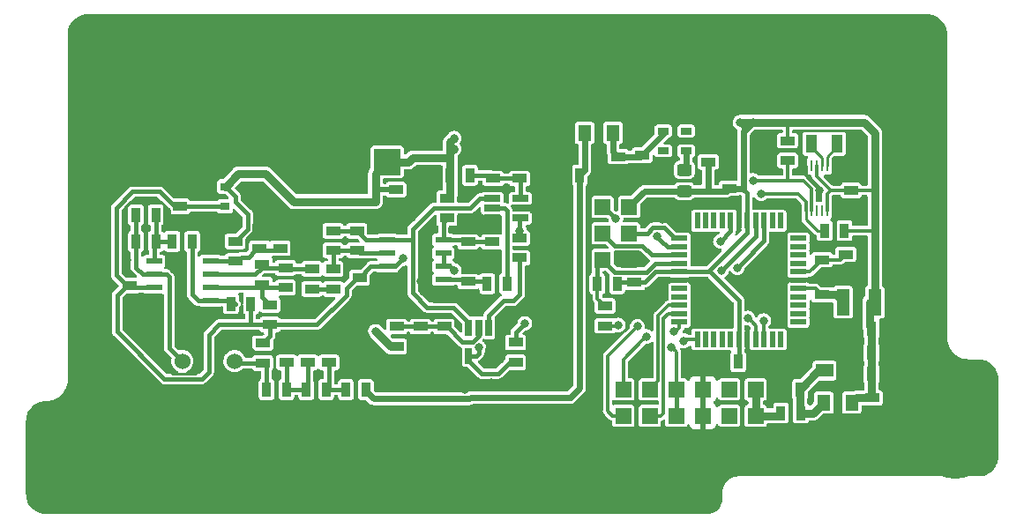
<source format=gbr>
%TF.GenerationSoftware,KiCad,Pcbnew,7.0.10-7.0.10~ubuntu23.04.1*%
%TF.CreationDate,2024-02-09T20:40:25+00:00*%
%TF.ProjectId,SPACEDOS01,53504143-4544-44f5-9330-312e6b696361,B*%
%TF.SameCoordinates,Original*%
%TF.FileFunction,Copper,L1,Top*%
%TF.FilePolarity,Positive*%
%FSLAX46Y46*%
G04 Gerber Fmt 4.6, Leading zero omitted, Abs format (unit mm)*
G04 Created by KiCad (PCBNEW 7.0.10-7.0.10~ubuntu23.04.1) date 2024-02-09 20:40:25*
%MOMM*%
%LPD*%
G01*
G04 APERTURE LIST*
G04 Aperture macros list*
%AMRoundRect*
0 Rectangle with rounded corners*
0 $1 Rounding radius*
0 $2 $3 $4 $5 $6 $7 $8 $9 X,Y pos of 4 corners*
0 Add a 4 corners polygon primitive as box body*
4,1,4,$2,$3,$4,$5,$6,$7,$8,$9,$2,$3,0*
0 Add four circle primitives for the rounded corners*
1,1,$1+$1,$2,$3*
1,1,$1+$1,$4,$5*
1,1,$1+$1,$6,$7*
1,1,$1+$1,$8,$9*
0 Add four rect primitives between the rounded corners*
20,1,$1+$1,$2,$3,$4,$5,0*
20,1,$1+$1,$4,$5,$6,$7,0*
20,1,$1+$1,$6,$7,$8,$9,0*
20,1,$1+$1,$8,$9,$2,$3,0*%
G04 Aperture macros list end*
%TA.AperFunction,SMDPad,CuDef*%
%ADD10R,1.524000X1.524000*%
%TD*%
%TA.AperFunction,SMDPad,CuDef*%
%ADD11R,1.000000X3.800000*%
%TD*%
%TA.AperFunction,SMDPad,CuDef*%
%ADD12R,3.300000X2.550000*%
%TD*%
%TA.AperFunction,SMDPad,CuDef*%
%ADD13R,3.800000X1.000000*%
%TD*%
%TA.AperFunction,SMDPad,CuDef*%
%ADD14R,1.560000X0.650000*%
%TD*%
%TA.AperFunction,SMDPad,CuDef*%
%ADD15R,0.650000X1.560000*%
%TD*%
%TA.AperFunction,SMDPad,CuDef*%
%ADD16R,1.397000X0.889000*%
%TD*%
%TA.AperFunction,SMDPad,CuDef*%
%ADD17R,0.889000X1.397000*%
%TD*%
%TA.AperFunction,ComponentPad*%
%ADD18C,6.000000*%
%TD*%
%TA.AperFunction,SMDPad,CuDef*%
%ADD19R,1.500000X0.550000*%
%TD*%
%TA.AperFunction,SMDPad,CuDef*%
%ADD20R,0.550000X1.500000*%
%TD*%
%TA.AperFunction,SMDPad,CuDef*%
%ADD21R,1.550000X0.600000*%
%TD*%
%TA.AperFunction,SMDPad,CuDef*%
%ADD22R,0.250000X1.100000*%
%TD*%
%TA.AperFunction,SMDPad,CuDef*%
%ADD23R,1.270000X2.540000*%
%TD*%
%TA.AperFunction,SMDPad,CuDef*%
%ADD24R,1.060000X0.650000*%
%TD*%
%TA.AperFunction,SMDPad,CuDef*%
%ADD25R,1.700000X1.300000*%
%TD*%
%TA.AperFunction,SMDPad,CuDef*%
%ADD26RoundRect,0.250000X0.450000X-0.325000X0.450000X0.325000X-0.450000X0.325000X-0.450000X-0.325000X0*%
%TD*%
%TA.AperFunction,SMDPad,CuDef*%
%ADD27R,1.000000X1.800000*%
%TD*%
%TA.AperFunction,SMDPad,CuDef*%
%ADD28R,0.900000X0.800000*%
%TD*%
%TA.AperFunction,SMDPad,CuDef*%
%ADD29R,1.000000X1.000000*%
%TD*%
%TA.AperFunction,SMDPad,CuDef*%
%ADD30R,1.000000X2.300000*%
%TD*%
%TA.AperFunction,SMDPad,CuDef*%
%ADD31R,2.300000X1.000000*%
%TD*%
%TA.AperFunction,ComponentPad*%
%ADD32C,1.524000*%
%TD*%
%TA.AperFunction,SMDPad,CuDef*%
%ADD33R,2.550160X2.499360*%
%TD*%
%TA.AperFunction,SMDPad,CuDef*%
%ADD34R,1.300000X1.500000*%
%TD*%
%TA.AperFunction,SMDPad,CuDef*%
%ADD35R,0.700000X3.000000*%
%TD*%
%TA.AperFunction,ComponentPad*%
%ADD36R,1.524000X1.524000*%
%TD*%
%TA.AperFunction,ViaPad*%
%ADD37C,0.800000*%
%TD*%
%TA.AperFunction,Conductor*%
%ADD38C,0.400000*%
%TD*%
%TA.AperFunction,Conductor*%
%ADD39C,0.250000*%
%TD*%
%TA.AperFunction,Conductor*%
%ADD40C,0.300000*%
%TD*%
%TA.AperFunction,Conductor*%
%ADD41C,0.800000*%
%TD*%
%TA.AperFunction,Conductor*%
%ADD42C,0.600000*%
%TD*%
%TA.AperFunction,Conductor*%
%ADD43C,0.500000*%
%TD*%
G04 APERTURE END LIST*
D10*
%TO.P,J22,1*%
%TO.N,/cpu/PB6*%
X147868627Y-99420353D03*
%TO.P,J22,2*%
%TO.N,+3V3*%
X150408627Y-99420353D03*
%TO.P,J22,3*%
%TO.N,/cpu/PB7*%
X147868627Y-101960353D03*
%TO.P,J22,4*%
%TO.N,/cpu/PB5*%
X150408627Y-101960353D03*
%TO.P,J22,5*%
%TO.N,/cpu/RST#_P*%
X147868627Y-104500353D03*
%TO.P,J22,6*%
%TO.N,GND*%
X150408627Y-104500353D03*
%TD*%
D11*
%TO.P,M6,1*%
%TO.N,GND*%
X98068527Y-96606653D03*
X98068527Y-102606653D03*
X98068527Y-108606653D03*
X98068527Y-114606653D03*
D12*
X99218527Y-91231653D03*
X99218527Y-119981653D03*
D13*
X104968527Y-90456653D03*
X104968527Y-120756653D03*
X110968527Y-90456653D03*
X110968527Y-120756653D03*
X116968527Y-90456653D03*
X116968527Y-120756653D03*
X122968527Y-90456653D03*
X122968527Y-120756653D03*
X128968527Y-90456653D03*
X128968527Y-120756653D03*
X134968527Y-90456653D03*
X134968527Y-120756653D03*
D12*
X140718527Y-91231653D03*
X140718527Y-119981653D03*
D11*
X141868527Y-96606653D03*
X141868527Y-102606653D03*
X141868527Y-108606653D03*
X141868527Y-114606653D03*
%TD*%
D14*
%TO.P,U5,1*%
%TO.N,Net-(C18-Pad1)*%
X137280627Y-98591353D03*
%TO.P,U5,2*%
%TO.N,Net-(R13-Pad2)*%
X137280627Y-99541353D03*
%TO.P,U5,3*%
%TO.N,GND*%
X137280627Y-100491353D03*
%TO.P,U5,4*%
%TO.N,PB0*%
X139980627Y-100491353D03*
%TO.P,U5,5*%
%TO.N,/VCC4*%
X139980627Y-98591353D03*
%TD*%
D15*
%TO.P,U4,1*%
%TO.N,Net-(R12-Pad2)*%
X136913627Y-111018354D03*
%TO.P,U4,2*%
%TO.N,/VCC3*%
X135963627Y-111018354D03*
%TO.P,U4,3*%
%TO.N,Net-(C18-Pad1)*%
X135013627Y-111018354D03*
%TO.P,U4,4*%
%TO.N,Net-(R1-Pad2)*%
X135013627Y-113718354D03*
%TO.P,U4,5*%
%TO.N,GND*%
X136913627Y-113718354D03*
%TD*%
D16*
%TO.P,C8,1*%
%TO.N,/VCC3*%
X130375627Y-110907853D03*
%TO.P,C8,2*%
%TO.N,GND*%
X130375627Y-112812853D03*
%TD*%
%TO.P,C3,1*%
%TO.N,PA1*%
X102435627Y-106971654D03*
%TO.P,C3,2*%
%TO.N,GND*%
X102435627Y-108876654D03*
%TD*%
D17*
%TO.P,R6,1*%
%TO.N,Net-(C10-Pad2)*%
X104975627Y-100176353D03*
%TO.P,R6,2*%
%TO.N,/A*%
X103070627Y-100176353D03*
%TD*%
D16*
%TO.P,C13,1*%
%TO.N,/VCC3*%
X132661627Y-110907853D03*
%TO.P,C13,2*%
%TO.N,GND*%
X132661627Y-112812853D03*
%TD*%
D18*
%TO.P,M4,1*%
%TO.N,GND*%
X113934528Y-84421653D03*
%TD*%
D16*
%TO.P,C24,1*%
%TO.N,/K*%
X115229627Y-114406353D03*
%TO.P,C24,2*%
%TO.N,PA1*%
X115229627Y-112501353D03*
%TD*%
%TO.P,C4,1*%
%TO.N,+3V3*%
X128018527Y-97756654D03*
%TO.P,C4,2*%
%TO.N,GND*%
X128018527Y-99661654D03*
%TD*%
D18*
%TO.P,M2,1*%
%TO.N,GND*%
X168824527Y-84421653D03*
%TD*%
D19*
%TO.P,U10,1*%
%TO.N,/cpu/PB5*%
X155253627Y-102438353D03*
%TO.P,U10,2*%
%TO.N,/cpu/PB6*%
X155253627Y-103238353D03*
%TO.P,U10,3*%
%TO.N,/cpu/PB7*%
X155253627Y-104038353D03*
%TO.P,U10,4*%
%TO.N,/cpu/RST#_P*%
X155253627Y-104838353D03*
%TO.P,U10,5*%
%TO.N,+3V3*%
X155253627Y-105638353D03*
%TO.P,U10,6*%
%TO.N,GND*%
X155253627Y-106438353D03*
%TO.P,U10,7*%
%TO.N,N/C*%
X155253627Y-107238353D03*
%TO.P,U10,8*%
X155253627Y-108038353D03*
%TO.P,U10,9*%
%TO.N,/cpu/RX0*%
X155253627Y-108838353D03*
%TO.P,U10,10*%
%TO.N,/cpu/TX0*%
X155253627Y-109638353D03*
%TO.P,U10,11*%
%TO.N,/cpu/PD2*%
X155253627Y-110438353D03*
D20*
%TO.P,U10,12*%
%TO.N,/cpu/PD3*%
X156953627Y-112138353D03*
%TO.P,U10,13*%
%TO.N,N/C*%
X157753627Y-112138353D03*
%TO.P,U10,14*%
X158553627Y-112138353D03*
%TO.P,U10,15*%
X159353627Y-112138353D03*
%TO.P,U10,16*%
X160153627Y-112138353D03*
%TO.P,U10,17*%
%TO.N,+3V3*%
X160953627Y-112138353D03*
%TO.P,U10,18*%
%TO.N,GND*%
X161753627Y-112138353D03*
%TO.P,U10,19*%
%TO.N,/cpu/PC0*%
X162553627Y-112138353D03*
%TO.P,U10,20*%
%TO.N,/cpu/PC1*%
X163353627Y-112138353D03*
%TO.P,U10,21*%
%TO.N,N/C*%
X164153627Y-112138353D03*
%TO.P,U10,22*%
X164953627Y-112138353D03*
D19*
%TO.P,U10,23*%
X166653627Y-110438353D03*
%TO.P,U10,24*%
X166653627Y-109638353D03*
%TO.P,U10,25*%
X166653627Y-108838353D03*
%TO.P,U10,26*%
X166653627Y-108038353D03*
%TO.P,U10,27*%
%TO.N,/cpu/AVCC*%
X166653627Y-107238353D03*
%TO.P,U10,28*%
%TO.N,GND*%
X166653627Y-106438353D03*
%TO.P,U10,29*%
%TO.N,Net-(C40-Pad1)*%
X166653627Y-105638353D03*
%TO.P,U10,30*%
%TO.N,N/C*%
X166653627Y-104838353D03*
%TO.P,U10,31*%
X166653627Y-104038353D03*
%TO.P,U10,32*%
X166653627Y-103238353D03*
%TO.P,U10,33*%
X166653627Y-102438353D03*
D20*
%TO.P,U10,34*%
X164953627Y-100738353D03*
%TO.P,U10,35*%
X164153627Y-100738353D03*
%TO.P,U10,36*%
%TO.N,PA1*%
X163353627Y-100738353D03*
%TO.P,U10,37*%
%TO.N,PA0*%
X162553627Y-100738353D03*
%TO.P,U10,38*%
%TO.N,+3V3*%
X161753627Y-100738353D03*
%TO.P,U10,39*%
%TO.N,GND*%
X160953627Y-100738353D03*
%TO.P,U10,40*%
%TO.N,PB0*%
X160153627Y-100738353D03*
%TO.P,U10,41*%
%TO.N,N/C*%
X159353627Y-100738353D03*
%TO.P,U10,42*%
X158553627Y-100738353D03*
%TO.P,U10,43*%
X157753627Y-100738353D03*
%TO.P,U10,44*%
X156953627Y-100738353D03*
%TD*%
D16*
%TO.P,R4,1*%
%TO.N,/VCC3*%
X128089627Y-110907853D03*
%TO.P,R4,2*%
%TO.N,+3V3*%
X128089627Y-112812853D03*
%TD*%
D17*
%TO.P,C10,1*%
%TO.N,Net-(C10-Pad1)*%
X108468127Y-102716353D03*
%TO.P,C10,2*%
%TO.N,Net-(C10-Pad2)*%
X106563127Y-102716353D03*
%TD*%
%TO.P,C5,1*%
%TO.N,Net-(C10-Pad2)*%
X104975627Y-102716353D03*
%TO.P,C5,2*%
%TO.N,/A*%
X103070627Y-102716353D03*
%TD*%
D16*
%TO.P,R3,1*%
%TO.N,/VCC2*%
X132915627Y-100493852D03*
%TO.P,R3,2*%
%TO.N,+3V3*%
X132915627Y-98588852D03*
%TD*%
%TO.P,R2,1*%
%TO.N,/VCC1*%
X112595627Y-104621353D03*
%TO.P,R2,2*%
%TO.N,+3V3*%
X112595627Y-102716353D03*
%TD*%
D21*
%TO.P,U2,1*%
%TO.N,Net-(C18-Pad1)*%
X127167627Y-102589353D03*
%TO.P,U2,2*%
%TO.N,Net-(C18-Pad2)*%
X127167627Y-103859353D03*
%TO.P,U2,3*%
%TO.N,PA1*%
X127167627Y-105129353D03*
%TO.P,U2,4*%
%TO.N,GND*%
X127167627Y-106399353D03*
%TO.P,U2,5*%
%TO.N,Net-(C19-Pad1)*%
X132567627Y-106399353D03*
%TO.P,U2,6*%
%TO.N,Net-(R1-Pad2)*%
X132567627Y-105129353D03*
%TO.P,U2,7*%
X132567627Y-103859353D03*
%TO.P,U2,8*%
%TO.N,/VCC2*%
X132567627Y-102589353D03*
%TD*%
D16*
%TO.P,R10,1*%
%TO.N,Net-(C18-Pad2)*%
X121993627Y-105383353D03*
%TO.P,R10,2*%
%TO.N,Net-(C16-Pad1)*%
X121993627Y-107288353D03*
%TD*%
%TO.P,C18,1*%
%TO.N,Net-(C18-Pad1)*%
X124279627Y-101700353D03*
%TO.P,C18,2*%
%TO.N,Net-(C18-Pad2)*%
X124279627Y-103605353D03*
%TD*%
D21*
%TO.P,U1,1*%
%TO.N,Net-(C10-Pad2)*%
X104815627Y-104621353D03*
%TO.P,U1,2*%
%TO.N,/A*%
X104815627Y-105891353D03*
%TO.P,U1,3*%
%TO.N,PA1*%
X104815627Y-107161353D03*
%TO.P,U1,4*%
%TO.N,GND*%
X104815627Y-108431353D03*
%TO.P,U1,5*%
%TO.N,Net-(C10-Pad1)*%
X110215627Y-108431353D03*
%TO.P,U1,6*%
%TO.N,Net-(C15-Pad2)*%
X110215627Y-107161353D03*
%TO.P,U1,7*%
%TO.N,Net-(C15-Pad1)*%
X110215627Y-105891353D03*
%TO.P,U1,8*%
%TO.N,/VCC1*%
X110215627Y-104621353D03*
%TD*%
D16*
%TO.P,C20,1*%
%TO.N,PA1*%
X107261627Y-99350853D03*
%TO.P,C20,2*%
%TO.N,GND*%
X107261627Y-97445853D03*
%TD*%
D17*
%TO.P,R7,1*%
%TO.N,PA1*%
X114089527Y-108721653D03*
%TO.P,R7,2*%
%TO.N,Net-(C10-Pad1)*%
X112184527Y-108721653D03*
%TD*%
D16*
%TO.P,C17,1*%
%TO.N,PA1*%
X124533627Y-106208853D03*
%TO.P,C17,2*%
%TO.N,GND*%
X124533627Y-108113853D03*
%TD*%
%TO.P,R9,1*%
%TO.N,Net-(C15-Pad1)*%
X115184527Y-104971654D03*
%TO.P,R9,2*%
%TO.N,Net-(C15-Pad2)*%
X115184527Y-106876654D03*
%TD*%
%TO.P,C11,1*%
%TO.N,/VCC1*%
X114934527Y-103376653D03*
%TO.P,C11,2*%
%TO.N,GND*%
X114934527Y-101471653D03*
%TD*%
%TO.P,C16,1*%
%TO.N,Net-(C16-Pad1)*%
X119961627Y-107288353D03*
%TO.P,C16,2*%
%TO.N,Net-(C15-Pad1)*%
X119961627Y-105383353D03*
%TD*%
%TO.P,R11,1*%
%TO.N,Net-(C18-Pad1)*%
X121993627Y-101700353D03*
%TO.P,R11,2*%
%TO.N,Net-(C18-Pad2)*%
X121993627Y-103605353D03*
%TD*%
%TO.P,C15,1*%
%TO.N,Net-(C15-Pad1)*%
X117421627Y-105256353D03*
%TO.P,C15,2*%
%TO.N,Net-(C15-Pad2)*%
X117421627Y-107161353D03*
%TD*%
D17*
%TO.P,R5,1*%
%TO.N,/VCC4*%
X135138127Y-96366353D03*
%TO.P,R5,2*%
%TO.N,+3V3*%
X133233127Y-96366353D03*
%TD*%
D16*
%TO.P,C12,1*%
%TO.N,/VCC2*%
X134947627Y-102779853D03*
%TO.P,C12,2*%
%TO.N,GND*%
X134947627Y-104684853D03*
%TD*%
D22*
%TO.P,U11,1*%
%TO.N,Net-(U11-Pad1)*%
X169404527Y-95479653D03*
%TO.P,U11,2*%
%TO.N,Net-(U11-Pad2)*%
X168904527Y-95479653D03*
%TO.P,U11,3*%
%TO.N,+3V3*%
X168404527Y-95479653D03*
%TO.P,U11,4*%
%TO.N,N/C*%
X167904527Y-95479653D03*
%TO.P,U11,5*%
%TO.N,GND*%
X167404527Y-95479653D03*
%TO.P,U11,6*%
%TO.N,/cpu/PC1*%
X167404527Y-99779653D03*
%TO.P,U11,7*%
%TO.N,/cpu/PC0*%
X167904527Y-99779653D03*
%TO.P,U11,8*%
%TO.N,N/C*%
X168404527Y-99779653D03*
%TO.P,U11,9*%
X168904527Y-99779653D03*
%TO.P,U11,10*%
%TO.N,+3V3*%
X169404527Y-99779653D03*
%TD*%
D17*
%TO.P,R13,1*%
%TO.N,Net-(C19-Pad1)*%
X136789127Y-106780353D03*
%TO.P,R13,2*%
%TO.N,Net-(R13-Pad2)*%
X138694127Y-106780353D03*
%TD*%
D16*
%TO.P,C9,1*%
%TO.N,/VCC4*%
X137360627Y-96683853D03*
%TO.P,C9,2*%
%TO.N,GND*%
X137360627Y-94778853D03*
%TD*%
%TO.P,C14,1*%
%TO.N,/VCC4*%
X139900627Y-96683854D03*
%TO.P,C14,2*%
%TO.N,GND*%
X139900627Y-94778854D03*
%TD*%
%TO.P,C7,1*%
%TO.N,/VCC2*%
X137233627Y-102779853D03*
%TO.P,C7,2*%
%TO.N,GND*%
X137233627Y-104684853D03*
%TD*%
%TO.P,R12,1*%
%TO.N,PB0*%
X139900627Y-102398853D03*
%TO.P,R12,2*%
%TO.N,Net-(R12-Pad2)*%
X139900627Y-104303853D03*
%TD*%
D23*
%TO.P,L1,1*%
%TO.N,+3V3*%
X173992527Y-108551654D03*
%TO.P,L1,2*%
%TO.N,/cpu/AVCC*%
X170944527Y-108551654D03*
%TD*%
D16*
%TO.P,C19,1*%
%TO.N,Net-(C19-Pad1)*%
X134947627Y-106589853D03*
%TO.P,C19,2*%
%TO.N,GND*%
X134947627Y-108494853D03*
%TD*%
D24*
%TO.P,U8,1*%
%TO.N,Net-(L3-Pad2)*%
X155872527Y-94020353D03*
%TO.P,U8,2*%
%TO.N,GND*%
X155872527Y-93070353D03*
%TO.P,U8,3*%
%TO.N,N/C*%
X155872527Y-92120353D03*
%TO.P,U8,4*%
%TO.N,Net-(C42-Pad1)*%
X153672527Y-92120353D03*
%TO.P,U8,5*%
%TO.N,N/C*%
X153672527Y-94020353D03*
%TD*%
D16*
%TO.P,C2,1*%
%TO.N,Net-(C2-Pad1)*%
X117515627Y-114342853D03*
%TO.P,C2,2*%
%TO.N,GND*%
X117515627Y-112437853D03*
%TD*%
D25*
%TO.P,D3,1*%
%TO.N,Net-(C29-Pad1)*%
X169166527Y-115127653D03*
%TO.P,D3,2*%
%TO.N,GND*%
X169166527Y-111627653D03*
%TD*%
D17*
%TO.P,F2,1*%
%TO.N,Net-(C29-Pad1)*%
X166880527Y-119219653D03*
%TO.P,F2,2*%
%TO.N,/power/3*%
X164975527Y-119219653D03*
%TD*%
D16*
%TO.P,C55,1*%
%TO.N,+3V3*%
X173738527Y-117759153D03*
%TO.P,C55,2*%
%TO.N,GND*%
X173738527Y-119664153D03*
%TD*%
D26*
%TO.P,L3,1*%
%TO.N,+3V3*%
X155704527Y-97901653D03*
%TO.P,L3,2*%
%TO.N,Net-(L3-Pad2)*%
X155704527Y-95851653D03*
%TD*%
D27*
%TO.P,Y2,1*%
%TO.N,Net-(U11-Pad2)*%
X167896527Y-93311653D03*
%TO.P,Y2,2*%
%TO.N,Net-(U11-Pad1)*%
X170396527Y-93311653D03*
%TD*%
D17*
%TO.P,R22,1*%
%TO.N,/K*%
X115610627Y-116946352D03*
%TO.P,R22,2*%
%TO.N,Net-(C2-Pad1)*%
X117515627Y-116946352D03*
%TD*%
%TO.P,R19,1*%
%TO.N,Net-(C2-Pad1)*%
X119420627Y-116946353D03*
%TO.P,R19,2*%
%TO.N,Net-(C21-Pad1)*%
X121325627Y-116946353D03*
%TD*%
%TO.P,R15,1*%
%TO.N,Net-(C21-Pad1)*%
X123230627Y-116946353D03*
%TO.P,R15,2*%
%TO.N,+5V*%
X125135627Y-116946353D03*
%TD*%
D16*
%TO.P,C23,1*%
%TO.N,Net-(C2-Pad1)*%
X119547627Y-114342853D03*
%TO.P,C23,2*%
%TO.N,GND*%
X119547627Y-112437853D03*
%TD*%
%TO.P,C21,1*%
%TO.N,Net-(C21-Pad1)*%
X121579627Y-114342853D03*
%TO.P,C21,2*%
%TO.N,GND*%
X121579627Y-112437853D03*
%TD*%
%TO.P,C34,1*%
%TO.N,+3V3*%
X150916627Y-106659353D03*
%TO.P,C34,2*%
%TO.N,GND*%
X150916627Y-108564353D03*
%TD*%
D17*
%TO.P,C27,1*%
%TO.N,+3V3*%
X173675027Y-113377653D03*
%TO.P,C27,2*%
%TO.N,GND*%
X171770027Y-113377653D03*
%TD*%
%TO.P,R20,1*%
%TO.N,/cpu/PC1*%
X169166527Y-101693653D03*
%TO.P,R20,2*%
%TO.N,+3V3*%
X171071527Y-101693653D03*
%TD*%
%TO.P,R23,1*%
%TO.N,/cpu/RST#_P*%
X147360627Y-106786353D03*
%TO.P,R23,2*%
%TO.N,+3V3*%
X149265627Y-106786353D03*
%TD*%
%TO.P,C26,1*%
%TO.N,+3V3*%
X173675027Y-115409653D03*
%TO.P,C26,2*%
%TO.N,GND*%
X171770027Y-115409653D03*
%TD*%
D28*
%TO.P,U3,1*%
%TO.N,+3V3*%
X111611627Y-97448353D03*
%TO.P,U3,2*%
%TO.N,PA1*%
X111611627Y-99348353D03*
%TO.P,U3,3*%
%TO.N,GND*%
X113611627Y-98398353D03*
%TD*%
D16*
%TO.P,C43,1*%
%TO.N,/cpu/RST#_P*%
X148084528Y-108932653D03*
%TO.P,C43,2*%
%TO.N,/cpu/RST#*%
X148084528Y-110837653D03*
%TD*%
D18*
%TO.P,M1,1*%
%TO.N,GND*%
X181744527Y-122521653D03*
%TD*%
D17*
%TO.P,C39,1*%
%TO.N,+3V3*%
X160886127Y-114279354D03*
%TO.P,C39,2*%
%TO.N,GND*%
X162791127Y-114279354D03*
%TD*%
%TO.P,C28,1*%
%TO.N,+3V3*%
X173675027Y-111091653D03*
%TO.P,C28,2*%
%TO.N,GND*%
X171770027Y-111091653D03*
%TD*%
D16*
%TO.P,R1,1*%
%TO.N,PA0*%
X139519627Y-112431853D03*
%TO.P,R1,2*%
%TO.N,Net-(R1-Pad2)*%
X139519627Y-114336853D03*
%TD*%
D18*
%TO.P,M3,1*%
%TO.N,GND*%
X96014527Y-125061654D03*
%TD*%
D17*
%TO.P,C36,1*%
%TO.N,Net-(C29-Pad1)*%
X166817027Y-116933653D03*
%TO.P,C36,2*%
%TO.N,GND*%
X164912027Y-116933653D03*
%TD*%
D16*
%TO.P,C32,1*%
%TO.N,+3V3*%
X157990527Y-95089653D03*
%TO.P,C32,2*%
%TO.N,GND*%
X157990527Y-93184653D03*
%TD*%
D29*
%TO.P,M9,1*%
%TO.N,GND*%
X143978527Y-89705654D03*
D30*
X143978527Y-91355654D03*
D11*
X143978527Y-96605654D03*
X143978527Y-102605654D03*
X143978527Y-108605654D03*
X143978527Y-114605654D03*
D30*
X143978527Y-119855654D03*
D29*
X143978527Y-121505654D03*
D31*
X145628527Y-89705654D03*
X145628527Y-121505654D03*
D13*
X150878527Y-89705654D03*
X150878527Y-121505654D03*
X156878527Y-89705654D03*
X156878527Y-121505654D03*
X162878527Y-89705654D03*
X162878527Y-121505654D03*
X168878527Y-89705654D03*
X168878527Y-121505654D03*
D31*
X174128527Y-89705654D03*
X174128527Y-121505654D03*
D29*
X175778527Y-89705654D03*
D30*
X175778527Y-91355654D03*
D11*
X175778527Y-96605654D03*
X175778527Y-102605654D03*
X175778527Y-108605654D03*
X175778527Y-114605654D03*
D30*
X175778527Y-119855654D03*
D29*
X175778527Y-121505654D03*
%TD*%
D16*
%TO.P,R21,1*%
%TO.N,/cpu/PC0*%
X165610527Y-94962653D03*
%TO.P,R21,2*%
%TO.N,+3V3*%
X165610527Y-93057653D03*
%TD*%
%TO.P,C44,1*%
%TO.N,Net-(C40-Pad1)*%
X168912527Y-104487653D03*
%TO.P,C44,2*%
%TO.N,GND*%
X168912527Y-106392653D03*
%TD*%
%TO.P,C31,1*%
%TO.N,/cpu/AVCC*%
X168912527Y-107853153D03*
%TO.P,C31,2*%
%TO.N,GND*%
X168912527Y-109758153D03*
%TD*%
%TO.P,C40,1*%
%TO.N,Net-(C40-Pad1)*%
X171198527Y-103979653D03*
%TO.P,C40,2*%
%TO.N,GND*%
X171198527Y-105884653D03*
%TD*%
%TO.P,C50,1*%
%TO.N,Net-(C42-Pad1)*%
X149354527Y-94581653D03*
%TO.P,C50,2*%
%TO.N,GND*%
X149354527Y-96486653D03*
%TD*%
%TO.P,C42,1*%
%TO.N,Net-(C42-Pad1)*%
X151640526Y-94454653D03*
%TO.P,C42,2*%
%TO.N,GND*%
X151640526Y-96359653D03*
%TD*%
%TO.P,C35,1*%
%TO.N,+3V3*%
X160022527Y-97629653D03*
%TO.P,C35,2*%
%TO.N,GND*%
X160022527Y-95724653D03*
%TD*%
%TO.P,C47,1*%
%TO.N,+3V3*%
X171706528Y-97820153D03*
%TO.P,C47,2*%
%TO.N,GND*%
X171706528Y-95915153D03*
%TD*%
D17*
%TO.P,C54,1*%
%TO.N,+5V*%
X145671527Y-96359653D03*
%TO.P,C54,2*%
%TO.N,GND*%
X147576527Y-96359653D03*
%TD*%
D32*
%TO.P,D1,1*%
%TO.N,/K*%
X112524527Y-114221653D03*
%TO.P,D1,2*%
%TO.N,/A*%
X107524527Y-114221653D03*
%TD*%
D16*
%TO.P,R8,1*%
%TO.N,Net-(C15-Pad2)*%
X115934528Y-108812353D03*
%TO.P,R8,2*%
%TO.N,PA1*%
X115934528Y-110717353D03*
%TD*%
%TO.P,C6,1*%
%TO.N,/VCC1*%
X116913627Y-103376653D03*
%TO.P,C6,2*%
%TO.N,GND*%
X116913627Y-101471653D03*
%TD*%
D33*
%TO.P,C1,1*%
%TO.N,+3V3*%
X127185387Y-95096353D03*
%TO.P,C1,2*%
%TO.N,GND*%
X122135867Y-95096353D03*
%TD*%
D34*
%TO.P,C29,1*%
%TO.N,Net-(C29-Pad1)*%
X169086527Y-118203653D03*
D35*
%TO.P,C29,2*%
%TO.N,GND*%
X170436527Y-118203653D03*
D34*
%TO.P,C29,3*%
%TO.N,+3V3*%
X171786527Y-118203653D03*
%TD*%
%TO.P,C52,1*%
%TO.N,Net-(C42-Pad1)*%
X148846527Y-92295653D03*
D35*
%TO.P,C52,2*%
%TO.N,GND*%
X147496527Y-92295653D03*
D34*
%TO.P,C52,3*%
%TO.N,+5V*%
X146146527Y-92295653D03*
%TD*%
D36*
%TO.P,J19,1*%
%TO.N,/cpu/RST#*%
X154942527Y-119473653D03*
%TO.P,J19,2*%
X154942527Y-116933653D03*
%TD*%
%TO.P,J6,1*%
%TO.N,/cpu/RX0*%
X152402527Y-116933653D03*
%TD*%
%TO.P,J4,1*%
%TO.N,/cpu/PD3*%
X149862527Y-116933653D03*
%TD*%
%TO.P,J7,1*%
%TO.N,/cpu/TX0*%
X152402527Y-119473653D03*
%TD*%
%TO.P,J3,1*%
%TO.N,/power/3*%
X162562527Y-116933653D03*
%TO.P,J3,2*%
X162562527Y-119473653D03*
%TD*%
%TO.P,J2,1*%
%TO.N,GND*%
X157482527Y-116933653D03*
%TO.P,J2,2*%
X157482527Y-119473653D03*
%TD*%
%TO.P,J5,1*%
%TO.N,/cpu/PD2*%
X149862527Y-119473653D03*
%TD*%
%TO.P,J1,1*%
%TO.N,N/C*%
X160022527Y-119473653D03*
%TO.P,J1,2*%
X160022527Y-116933653D03*
%TD*%
D37*
%TO.N,GND*%
X153570736Y-100614352D03*
X135945050Y-116412314D03*
X138031934Y-114094660D03*
X157647627Y-102214353D03*
X123230627Y-112501353D03*
X107355627Y-117454353D03*
X105831627Y-117454353D03*
X104307627Y-116438353D03*
X103291627Y-115422353D03*
X151932627Y-104627353D03*
X125770627Y-113136353D03*
X124500627Y-110596353D03*
X112684527Y-115971653D03*
X140883627Y-108310353D03*
X125770628Y-115041353D03*
X138089627Y-111358353D03*
X119420627Y-109326353D03*
X113705627Y-117581353D03*
X138089627Y-110342353D03*
X134660627Y-116946352D03*
X124500627Y-115041353D03*
X120563627Y-108818353D03*
X127040627Y-114406353D03*
X113705627Y-116311353D03*
X111419627Y-116438353D03*
X133390627Y-116311353D03*
X133390627Y-115041353D03*
X110403627Y-117454353D03*
X124500627Y-109326353D03*
X123230626Y-109834353D03*
X155615627Y-100690353D03*
X140121627Y-109326353D03*
X129580627Y-114406353D03*
X137200628Y-116311353D03*
X130850627Y-114406353D03*
X128310627Y-114406353D03*
X123230627Y-114406353D03*
X138851627Y-109326353D03*
X138089628Y-112882353D03*
X125135627Y-111866353D03*
X121960627Y-110850353D03*
X118150627Y-109326353D03*
X132120627Y-114406353D03*
X108879627Y-117454353D03*
X131485626Y-97261353D03*
X117434527Y-100221653D03*
X107990627Y-110596353D03*
X107952527Y-111853653D03*
X104934527Y-111721654D03*
X102910628Y-111471653D03*
X99735627Y-110596353D03*
X127167627Y-100690353D03*
X99735628Y-108691353D03*
X120055627Y-100436353D03*
X129580627Y-100436353D03*
X108934527Y-112971653D03*
X99735627Y-99801353D03*
X108934527Y-114721653D03*
X120055626Y-103738353D03*
X111508527Y-115409652D03*
X99735627Y-102976353D03*
X113184527Y-112471653D03*
X99735627Y-101071353D03*
X107990627Y-95991353D03*
X102275627Y-114406353D03*
X108934527Y-111721653D03*
X104815627Y-96626354D03*
X99735628Y-111866353D03*
X99735627Y-106786353D03*
X100370626Y-98531353D03*
X101640627Y-97261352D03*
X130850627Y-98531353D03*
X131231627Y-96118353D03*
X128310627Y-101071353D03*
X118785627Y-103738353D03*
X131485627Y-101071353D03*
X120055626Y-101706353D03*
X118785627Y-100436353D03*
X118785627Y-101706353D03*
X123865627Y-100436353D03*
X116245627Y-99166353D03*
X122595627Y-100436353D03*
X121325627Y-100436352D03*
X105684527Y-114471653D03*
X105184527Y-110471653D03*
X99735627Y-104881354D03*
X102910627Y-96626353D03*
X129707627Y-96118352D03*
X106085627Y-95991353D03*
X104934527Y-113221653D03*
X116880627Y-95356353D03*
X125135627Y-95356353D03*
X123230627Y-97261353D03*
X118150627Y-96626354D03*
X136311627Y-91038353D03*
X125135627Y-94086353D03*
X127962627Y-107669353D03*
X131485627Y-91038353D03*
X119420627Y-97261353D03*
X125478527Y-92549653D03*
X135963627Y-104748353D03*
X123865627Y-92816353D03*
X133009628Y-91038353D03*
X136090627Y-100811353D03*
X128526527Y-92295653D03*
X102181627Y-104494353D03*
X129105627Y-109066353D03*
X116245627Y-100221653D03*
X134533626Y-91038353D03*
X114975627Y-100221654D03*
X114975627Y-97896353D03*
X130413627Y-106526353D03*
X111165627Y-95991353D03*
X106499627Y-100938353D03*
X134820628Y-100811353D03*
X136725627Y-108431353D03*
X130623813Y-107548167D03*
X124500627Y-96626354D03*
X130629627Y-103478353D03*
X121960627Y-97261353D03*
X115610627Y-94721353D03*
X114975627Y-99166353D03*
X109895627Y-95991353D03*
X112435627Y-94721353D03*
X131645627Y-108266354D03*
X114340627Y-94721353D03*
X120690627Y-97261353D03*
X136090628Y-109066353D03*
X137835627Y-91038353D03*
X127002527Y-92295653D03*
X130215627Y-92562353D03*
X127835627Y-109066353D03*
X102181627Y-105764353D03*
X107515084Y-109046918D03*
X109420627Y-110336353D03*
X134660627Y-94721353D03*
X107515627Y-104621353D03*
X101259627Y-113390353D03*
X107515627Y-107796353D03*
X107515627Y-106526353D03*
X107863627Y-100811353D03*
X109420627Y-100811353D03*
X111927627Y-101198353D03*
X110055627Y-102716352D03*
X124434527Y-113471653D03*
X163684527Y-104471653D03*
X165184527Y-114471653D03*
X171452527Y-99661653D03*
X163324527Y-94327653D03*
X166434527Y-114471653D03*
X172468527Y-92803653D03*
X168677365Y-97820153D03*
X163324527Y-93057654D03*
X127256528Y-108297653D03*
X163324527Y-95597653D03*
X172722527Y-99661653D03*
X172684527Y-102721653D03*
X157684527Y-109721653D03*
X158184527Y-107971653D03*
X170434527Y-116721653D03*
X172468527Y-94073654D03*
X159684527Y-109221653D03*
%TO.N,Net-(R1-Pad2)*%
X135988730Y-112927085D03*
X133606527Y-105503653D03*
%TO.N,/cpu/RST#*%
X149354527Y-110761353D03*
X154434527Y-112869653D03*
%TO.N,/cpu/PC0*%
X161800527Y-110075653D03*
X162308527Y-96867653D03*
%TO.N,/cpu/PC1*%
X163324527Y-110329653D03*
X163070526Y-98137655D03*
%TO.N,/cpu/PB6*%
X153075627Y-102214353D03*
X149138627Y-100563353D03*
%TO.N,+3V3*%
X126057627Y-111352353D03*
X126057627Y-98906353D03*
X133606527Y-92803653D03*
X161038527Y-91279653D03*
X133606527Y-93819653D03*
X162308527Y-91279653D03*
%TO.N,PA1*%
X128691627Y-104373353D03*
X160784527Y-105249653D03*
%TO.N,PA0*%
X140375627Y-110596353D03*
X159265113Y-105508239D03*
%TO.N,PB0*%
X159171627Y-102722353D03*
X139900627Y-101706354D03*
%TO.N,/cpu/PD3*%
X155673352Y-112266745D03*
X152080174Y-111847686D03*
%TO.N,/cpu/PD2*%
X151199832Y-110904958D03*
X154717866Y-111369642D03*
%TD*%
D38*
%TO.N,GND*%
X161753627Y-112138353D02*
X161753627Y-113241853D01*
D39*
X130413626Y-105960668D02*
X130285626Y-105832667D01*
X130413627Y-106526353D02*
X130413626Y-105960668D01*
D38*
X161753627Y-113241853D02*
X162791127Y-114279353D01*
X134947627Y-108494853D02*
X136662128Y-108494853D01*
X136725627Y-108431353D02*
X136090628Y-109066353D01*
D39*
X101927627Y-99521829D02*
X101927627Y-100938353D01*
X106238126Y-99710850D02*
X105433629Y-98906354D01*
X107515084Y-107796896D02*
X107515627Y-107796353D01*
X107515627Y-106526353D02*
X107515627Y-104621353D01*
D38*
X137280627Y-100491353D02*
X136410627Y-100491353D01*
X131810627Y-108431353D02*
X131645627Y-108266354D01*
D39*
X109420627Y-110336353D02*
X110434527Y-109971653D01*
X111325627Y-101446353D02*
X110055627Y-102716352D01*
X136027127Y-104684853D02*
X135963627Y-104748353D01*
X101927627Y-100938353D02*
X101927627Y-105764353D01*
X101927627Y-100938353D02*
X101927627Y-104240353D01*
X102543103Y-98906353D02*
X101927627Y-99521829D01*
X105433629Y-98906354D02*
X102543103Y-98906353D01*
X107515084Y-109046918D02*
X107515084Y-107796896D01*
D38*
X127962627Y-107923353D02*
X129105627Y-109066353D01*
D39*
X106238126Y-100099537D02*
X106238126Y-99710850D01*
X111325627Y-100811353D02*
X111325627Y-101446353D01*
X106822942Y-100684353D02*
X106238126Y-100099537D01*
D38*
X136662128Y-108494853D02*
X136725627Y-108431353D01*
D39*
X106949942Y-100811353D02*
X106822942Y-100684353D01*
D38*
X127962627Y-107669353D02*
X127962627Y-107923353D01*
D39*
X107515627Y-100811353D02*
X109420627Y-100811353D01*
X130285626Y-105832667D02*
X130285626Y-103822354D01*
D38*
X136410627Y-100491353D02*
X136090627Y-100811353D01*
D39*
X101927627Y-104240353D02*
X102181627Y-104494353D01*
X107515627Y-100811353D02*
X106949942Y-100811353D01*
X130285626Y-103822354D02*
X130629627Y-103478353D01*
X106626627Y-100811353D02*
X106499627Y-100938353D01*
X107515627Y-100811353D02*
X106626627Y-100811353D01*
X137233627Y-104684853D02*
X136027127Y-104684853D01*
D38*
X136725627Y-108431353D02*
X131810627Y-108431353D01*
D39*
X107515627Y-100811353D02*
X107515627Y-104621353D01*
X113451627Y-111866353D02*
X113959627Y-112374353D01*
X113959627Y-112882353D02*
X114467627Y-113390353D01*
X118595126Y-112437853D02*
X119547628Y-112437853D01*
X113959627Y-112374353D02*
X113959627Y-112882353D01*
D38*
X151805627Y-104500353D02*
X151932627Y-104627353D01*
D39*
X111165627Y-113771352D02*
X111165627Y-112120353D01*
X117515627Y-113390353D02*
X118531627Y-112374353D01*
X111165627Y-112120353D02*
X111419627Y-111866353D01*
X114467627Y-113390353D02*
X117515627Y-113390353D01*
X118531627Y-112374353D02*
X118595126Y-112437853D01*
D38*
X150408627Y-104500353D02*
X151805627Y-104500353D01*
D39*
X111419627Y-111866353D02*
X113451627Y-111866353D01*
D38*
X153646737Y-100690354D02*
X153570736Y-100614352D01*
X138055300Y-116022364D02*
X140683616Y-116022364D01*
X137200628Y-116311353D02*
X137766312Y-116311353D01*
X137766312Y-116311353D02*
X138055300Y-116022364D01*
X141969627Y-114736353D02*
X141969626Y-113336353D01*
X140683616Y-116022364D02*
X141969627Y-114736353D01*
X155615627Y-100690353D02*
X153646737Y-100690354D01*
D39*
X108934527Y-114721653D02*
X108934527Y-115287338D01*
X172468527Y-92803653D02*
X171751526Y-92086652D01*
X108816522Y-115405343D02*
X106618217Y-115405343D01*
X127167627Y-108208753D02*
X127256528Y-108297653D01*
X106618217Y-115405343D02*
X105684527Y-114471653D01*
X167404527Y-95479653D02*
X167404527Y-96465888D01*
X127167627Y-106399353D02*
X127167627Y-108208753D01*
X108934527Y-115287338D02*
X108816522Y-115405343D01*
X168677365Y-97738726D02*
X168677365Y-97820153D01*
X167404527Y-96465888D02*
X168677365Y-97738726D01*
X171751526Y-92086652D02*
X166819528Y-92086652D01*
D38*
%TO.N,Net-(C10-Pad2)*%
X104815627Y-102876353D02*
X104975627Y-102716353D01*
X104815627Y-104621353D02*
X104815627Y-102876353D01*
X104975627Y-100176353D02*
X104975627Y-102716353D01*
X106563127Y-102716353D02*
X104975627Y-102716353D01*
%TO.N,/VCC1*%
X113230627Y-104240353D02*
X113865627Y-104240353D01*
X112849627Y-104621353D02*
X113230627Y-104240353D01*
X114881627Y-103605353D02*
X116913627Y-103605353D01*
X112595627Y-104621353D02*
X112849627Y-104621353D01*
X110215627Y-104621353D02*
X112595627Y-104621353D01*
X114500627Y-103605353D02*
X113865627Y-104240353D01*
X114881627Y-103605353D02*
X114500627Y-103605353D01*
%TO.N,/VCC2*%
X132567627Y-102589353D02*
X132567627Y-100841853D01*
X132567627Y-102589353D02*
X134757127Y-102589353D01*
X134757127Y-102589353D02*
X134947627Y-102779853D01*
X134947627Y-102779853D02*
X137233627Y-102779853D01*
X132567627Y-100841853D02*
X132915627Y-100493854D01*
%TO.N,/VCC3*%
X130375626Y-110907853D02*
X132661627Y-110907854D01*
X128089627Y-110907853D02*
X130375626Y-110907853D01*
X132915627Y-110907854D02*
X134376127Y-112368354D01*
X134376127Y-112368354D02*
X135407912Y-112368353D01*
X135407912Y-112368353D02*
X135963627Y-111812638D01*
X132661627Y-110907854D02*
X132915627Y-110907854D01*
X135963627Y-111812638D02*
X135963627Y-111018352D01*
%TO.N,/VCC4*%
X137043127Y-96366353D02*
X137360627Y-96683853D01*
X139980627Y-96763853D02*
X139900627Y-96683853D01*
X137360627Y-96683853D02*
X139900627Y-96683853D01*
X135138127Y-96366353D02*
X137043127Y-96366353D01*
X139980627Y-98591352D02*
X139980627Y-96763853D01*
%TO.N,Net-(C10-Pad1)*%
X110215627Y-108431353D02*
X112278127Y-108431353D01*
X110215627Y-108431353D02*
X109040627Y-108431353D01*
X108468127Y-107858853D02*
X109040627Y-108431353D01*
X108468127Y-102716352D02*
X108468127Y-107858853D01*
X112278127Y-108431353D02*
X112595627Y-108748853D01*
%TO.N,Net-(C15-Pad1)*%
X117548627Y-105383353D02*
X117421627Y-105256353D01*
X119961627Y-105383353D02*
X117548627Y-105383353D01*
X117421627Y-105256353D02*
X115135627Y-105256353D01*
X110215627Y-105891353D02*
X114500627Y-105891353D01*
X114500627Y-105891353D02*
X115135627Y-105256353D01*
%TO.N,Net-(C15-Pad2)*%
X115135627Y-107161354D02*
X117421628Y-107161353D01*
X110215627Y-107161353D02*
X115135627Y-107161354D01*
X115184527Y-108062353D02*
X115934527Y-108812353D01*
X115184527Y-106876653D02*
X115184527Y-108062353D01*
%TO.N,Net-(C16-Pad1)*%
X119961627Y-107288353D02*
X121993627Y-107288353D01*
%TO.N,Net-(C18-Pad1)*%
X127167627Y-102589353D02*
X128978627Y-102589353D01*
X131645627Y-99541353D02*
X130375627Y-100811353D01*
X125168627Y-102589353D02*
X124279627Y-101700353D01*
X127167627Y-102589353D02*
X125168627Y-102589353D01*
X121993627Y-101700353D02*
X124279627Y-101700353D01*
X135013627Y-110563353D02*
X133516627Y-109066353D01*
X135013627Y-110563353D02*
X135013627Y-111018353D01*
X135150627Y-99541353D02*
X131645627Y-99541353D01*
X130375627Y-100811353D02*
X129613627Y-101573353D01*
X129486627Y-102589353D02*
X129613627Y-102716353D01*
X128978627Y-102589353D02*
X129486627Y-102589353D01*
X129613627Y-107669353D02*
X129613627Y-106526353D01*
X137280627Y-98591353D02*
X136100627Y-98591353D01*
X129613627Y-102716353D02*
X129613627Y-106526353D01*
X129613627Y-101573353D02*
X129613627Y-102716353D01*
X131010627Y-109066353D02*
X129613627Y-107669353D01*
X133516627Y-109066353D02*
X131010627Y-109066353D01*
X136100627Y-98591353D02*
X135150627Y-99541353D01*
%TO.N,Net-(C18-Pad2)*%
X121993627Y-103605353D02*
X124279627Y-103605353D01*
X127167627Y-103859353D02*
X124533628Y-103859353D01*
X121993627Y-105383353D02*
X121993627Y-103605353D01*
X124533628Y-103859353D02*
X124279627Y-103605353D01*
%TO.N,Net-(C19-Pad1)*%
X134947628Y-106589853D02*
X136598627Y-106589853D01*
X134757127Y-106399353D02*
X134947628Y-106589853D01*
X136598627Y-106589853D02*
X136789127Y-106780353D01*
X132567627Y-106399353D02*
X134757127Y-106399353D01*
%TO.N,Net-(R12-Pad2)*%
X139900627Y-107796353D02*
X139900627Y-104303852D01*
X138320627Y-108431353D02*
X139265627Y-108431353D01*
X136913627Y-111018353D02*
X136913627Y-109838353D01*
X139265627Y-108431353D02*
X139900627Y-107796353D01*
X136913627Y-109838353D02*
X138320627Y-108431353D01*
%TO.N,Net-(R13-Pad2)*%
X138460627Y-99541353D02*
X137280627Y-99541353D01*
X138694127Y-99774853D02*
X138460627Y-99541353D01*
X138694127Y-106780353D02*
X138694127Y-99774853D01*
%TO.N,Net-(C2-Pad1)*%
X117515627Y-116946353D02*
X119420627Y-116946353D01*
X119547627Y-114342853D02*
X119547627Y-116819353D01*
X119547627Y-116819353D02*
X119420627Y-116946353D01*
X117515627Y-116946353D02*
X117515627Y-114342853D01*
%TO.N,/A*%
X104815627Y-105891353D02*
X105990627Y-105891352D01*
X104815627Y-105891353D02*
X103705627Y-105891352D01*
X103705627Y-105891352D02*
X103070627Y-105256353D01*
X103070627Y-100176353D02*
X103070627Y-102716353D01*
X105990627Y-105891352D02*
X106245627Y-106146353D01*
X103070627Y-105256353D02*
X103070627Y-102716353D01*
X106245627Y-109242553D02*
X106245627Y-111910553D01*
X106245627Y-111910553D02*
X106245627Y-112942753D01*
X106245627Y-112942753D02*
X107524527Y-114221653D01*
X106245627Y-106146353D02*
X106245627Y-109242553D01*
%TO.N,/K*%
X115610627Y-116946353D02*
X115610627Y-114787353D01*
X115229627Y-114406353D02*
X113925627Y-114406353D01*
X115610627Y-114787353D02*
X115229627Y-114406353D01*
X112709227Y-114406353D02*
X112524527Y-114221653D01*
X115229627Y-114406353D02*
X112709227Y-114406353D01*
%TO.N,Net-(R1-Pad2)*%
X137835627Y-115422353D02*
X136311619Y-115422353D01*
X135013627Y-113718353D02*
X135013627Y-114173353D01*
X135013627Y-114173353D02*
X136262627Y-115422353D01*
X139519627Y-114336853D02*
X138921127Y-114336853D01*
X138921127Y-114336853D02*
X137835627Y-115422353D01*
X136262627Y-115422353D02*
X136311619Y-115422353D01*
X132567626Y-103859353D02*
X132567627Y-105129353D01*
X133232227Y-105129353D02*
X133606527Y-105503653D01*
X135988730Y-113468250D02*
X135988730Y-112927085D01*
X135738627Y-113718353D02*
X135988730Y-113468250D01*
X132567627Y-105129353D02*
X133232227Y-105129353D01*
X135013627Y-113718353D02*
X135738627Y-113718353D01*
D40*
%TO.N,/cpu/AVCC*%
X168297727Y-107238353D02*
X168912527Y-107853153D01*
D41*
X170246028Y-107853153D02*
X170944527Y-108551653D01*
D40*
X166653627Y-107238353D02*
X168297727Y-107238353D01*
D41*
X168912527Y-107853153D02*
X170246028Y-107853153D01*
D40*
%TO.N,/cpu/RST#*%
X154942527Y-116933653D02*
X154942527Y-113377652D01*
X154942527Y-113377652D02*
X154834526Y-113269652D01*
X149278227Y-110837653D02*
X149354527Y-110761353D01*
X148084527Y-110837653D02*
X149278227Y-110837653D01*
X154834526Y-113269652D02*
X154434527Y-112869653D01*
D38*
X154942527Y-116933653D02*
X154942527Y-119473652D01*
%TO.N,/cpu/RST#_P*%
X147360628Y-106786353D02*
X147360627Y-105008353D01*
X149030628Y-105662354D02*
X147868627Y-104500353D01*
X152084168Y-105662354D02*
X149030628Y-105662354D01*
X147360627Y-105008353D02*
X147868627Y-104500353D01*
X152908169Y-104838353D02*
X152084168Y-105662354D01*
X155253626Y-104838353D02*
X152908169Y-104838353D01*
D40*
X147360627Y-108208753D02*
X148084527Y-108932653D01*
X147360628Y-106786353D02*
X147360627Y-108208753D01*
%TO.N,/cpu/PC0*%
X162553626Y-112138353D02*
X162553626Y-110828753D01*
X162200526Y-110475652D02*
X161800527Y-110075653D01*
X165610528Y-96867653D02*
X162874212Y-96867653D01*
X167134527Y-96867653D02*
X165610528Y-96867653D01*
X162874212Y-96867653D02*
X162308527Y-96867653D01*
X167904527Y-99779652D02*
X167904527Y-97637653D01*
X165610527Y-94962653D02*
X165610528Y-96867653D01*
X167904527Y-97637653D02*
X167134527Y-96867653D01*
X162553626Y-110828753D02*
X162200526Y-110475652D01*
D39*
%TO.N,/cpu/PC1*%
X167404527Y-100626153D02*
X168472027Y-101693653D01*
X168472027Y-101693653D02*
X169166527Y-101693653D01*
D40*
X166612529Y-98137655D02*
X164409529Y-98137655D01*
X167404527Y-98929653D02*
X166612529Y-98137655D01*
X167404527Y-99779653D02*
X167404527Y-98929653D01*
X167404527Y-99779653D02*
X167404527Y-99354653D01*
X163353627Y-110358753D02*
X163324527Y-110329653D01*
D39*
X167404527Y-99779653D02*
X167404527Y-100626153D01*
D40*
X163636212Y-98137655D02*
X163070526Y-98137655D01*
X164409529Y-98137655D02*
X163636212Y-98137655D01*
X163353627Y-112138353D02*
X163353627Y-110358753D01*
D38*
%TO.N,/cpu/PB5*%
X150408627Y-101960353D02*
X152145625Y-101960353D01*
X153754626Y-101414352D02*
X154778627Y-102438353D01*
X152145625Y-101960353D02*
X152691626Y-101414352D01*
X152691626Y-101414352D02*
X153754626Y-101414352D01*
X154778627Y-102438353D02*
X155253627Y-102438353D01*
%TO.N,/cpu/PB7*%
X152613627Y-104038353D02*
X151697628Y-103122354D01*
X151697628Y-103122354D02*
X149030628Y-103122354D01*
X149030628Y-103122354D02*
X147868627Y-101960353D01*
X155253627Y-104038353D02*
X152613627Y-104038353D01*
%TO.N,/cpu/PB6*%
X154099627Y-103238353D02*
X153475626Y-102614352D01*
X155253627Y-103238353D02*
X154099627Y-103238353D01*
X147868627Y-99420353D02*
X147995627Y-99420353D01*
X153475626Y-102614352D02*
X153075627Y-102214353D01*
X147995627Y-99420353D02*
X149138627Y-100563353D01*
D40*
%TO.N,/cpu/RX0*%
X155253626Y-108838353D02*
X154203627Y-108838353D01*
X153184516Y-109857463D02*
X153184516Y-116091178D01*
X152402527Y-116873167D02*
X153184516Y-116091178D01*
X154203627Y-108838353D02*
X153184516Y-109857463D01*
X152402527Y-116933653D02*
X152402527Y-116873167D01*
%TO.N,/cpu/TX0*%
X153714769Y-119223412D02*
X153464528Y-119473653D01*
X155253627Y-109638353D02*
X154203627Y-109638353D01*
X153684526Y-112509652D02*
X153684526Y-114321168D01*
X153464528Y-119473653D02*
X152402527Y-119473653D01*
X153684526Y-114321168D02*
X153714769Y-114351411D01*
X153714769Y-114351411D02*
X153714769Y-119223412D01*
X153714769Y-112479409D02*
X153684526Y-112509652D01*
X153714769Y-110127211D02*
X153714769Y-112479409D01*
X154203627Y-109638353D02*
X153714769Y-110127211D01*
D39*
%TO.N,Net-(U11-Pad1)*%
X170396527Y-93605653D02*
X169404527Y-94597653D01*
X169404527Y-94597653D02*
X169404527Y-94819653D01*
X170396527Y-93311653D02*
X170396527Y-93605653D01*
X169404527Y-95479653D02*
X169404527Y-94819653D01*
%TO.N,Net-(U11-Pad2)*%
X168904527Y-94719653D02*
X167896527Y-93711653D01*
X168904527Y-95479653D02*
X168904527Y-94719653D01*
X167896527Y-93711653D02*
X167896527Y-93311653D01*
D38*
%TO.N,+3V3*%
X155253627Y-105638353D02*
X152956711Y-105638353D01*
X151935711Y-106659353D02*
X150916627Y-106659353D01*
X160953628Y-112138353D02*
X160953627Y-114211852D01*
X150916627Y-106659353D02*
X149392627Y-106659353D01*
X152956711Y-105638353D02*
X151935711Y-106659353D01*
X160953627Y-114211852D02*
X160886127Y-114279353D01*
X149392627Y-106659353D02*
X149265627Y-106786353D01*
X155253627Y-105638353D02*
X156839625Y-105638353D01*
X113783126Y-101528854D02*
X113783126Y-100093852D01*
D41*
X128089627Y-112812853D02*
X127518127Y-112812853D01*
X111661627Y-97448352D02*
X111611627Y-97448353D01*
D38*
X111661627Y-97448352D02*
X112595627Y-98382353D01*
D41*
X133233127Y-96366353D02*
X133233127Y-98271353D01*
D38*
X113783126Y-100093852D02*
X112595627Y-98906353D01*
D41*
X126057627Y-96224113D02*
X127185387Y-95096353D01*
X115525627Y-96248353D02*
X112861627Y-96248353D01*
X127518127Y-112812853D02*
X126057627Y-111352353D01*
D38*
X112595627Y-98906353D02*
X112595627Y-98382353D01*
D41*
X118183627Y-98906354D02*
X115525627Y-96248353D01*
X126057627Y-98906353D02*
X118183627Y-98906354D01*
D38*
X112595627Y-102716353D02*
X113783126Y-101528854D01*
D41*
X133233127Y-98271353D02*
X132915627Y-98588853D01*
X112861627Y-96248353D02*
X111661627Y-97448352D01*
X173992527Y-101693653D02*
X173992527Y-97883653D01*
D38*
X161753627Y-98090753D02*
X161408526Y-97745652D01*
X161753627Y-100738353D02*
X161753627Y-98090753D01*
D40*
X171071527Y-101693653D02*
X171816027Y-101693653D01*
D42*
X157990527Y-95089653D02*
X157990526Y-97883653D01*
D41*
X165610527Y-91279653D02*
X163578527Y-91279653D01*
D42*
X161408526Y-97717152D02*
X161408526Y-97745652D01*
D41*
X129260467Y-95096353D02*
X129655767Y-94701052D01*
X172231027Y-117759153D02*
X171786527Y-118203653D01*
X129655767Y-94701052D02*
X133233127Y-94701053D01*
D38*
X158003627Y-105638352D02*
X156403627Y-105638353D01*
D41*
X162816527Y-91279653D02*
X161038527Y-91279653D01*
D40*
X168404527Y-95479653D02*
X168404527Y-96486653D01*
D41*
X173738527Y-117759153D02*
X172231027Y-117759153D01*
X133233127Y-96366353D02*
X133233127Y-93177053D01*
D38*
X161753627Y-100738353D02*
X161753626Y-101888353D01*
D40*
X165610527Y-92313153D02*
X165610527Y-91279653D01*
D38*
X161753626Y-101888353D02*
X158003627Y-105638352D01*
D41*
X173992527Y-92295653D02*
X172976527Y-91279653D01*
D43*
X126113527Y-97756653D02*
X126057627Y-97700753D01*
D41*
X173484526Y-110901153D02*
X173675027Y-111091653D01*
D43*
X128018527Y-97756652D02*
X126113527Y-97756653D01*
D40*
X169404527Y-99779653D02*
X169404527Y-98153653D01*
X157903627Y-105638353D02*
X156839625Y-105638353D01*
D41*
X133233127Y-94701053D02*
X133233127Y-94193053D01*
D42*
X161321027Y-97629653D02*
X161408526Y-97717152D01*
D41*
X173992527Y-97883653D02*
X173992527Y-92295653D01*
D42*
X157990526Y-97883653D02*
X158008527Y-97901653D01*
D41*
X173675027Y-115409653D02*
X173675027Y-117695653D01*
D38*
X160953628Y-112138353D02*
X160953627Y-108382553D01*
D42*
X160022527Y-97629653D02*
X161321027Y-97629653D01*
X161438526Y-91679652D02*
X161438525Y-92149654D01*
X158008527Y-97901653D02*
X159750527Y-97901653D01*
X161408526Y-92179654D02*
X161408526Y-97745652D01*
D41*
X173484527Y-108551653D02*
X173484526Y-110901153D01*
D42*
X162308527Y-91279653D02*
X161438525Y-92149654D01*
D40*
X171816027Y-101693653D02*
X173992527Y-101693653D01*
D38*
X156403627Y-105638353D02*
X155253627Y-105638353D01*
D41*
X163578527Y-91279653D02*
X162816527Y-91279653D01*
D42*
X150408627Y-99420352D02*
X150408627Y-99369552D01*
X161038527Y-91279653D02*
X161438526Y-91679652D01*
D41*
X133233127Y-93177053D02*
X133606527Y-92803653D01*
X173675027Y-113377653D02*
X173675027Y-115409653D01*
D40*
X173992527Y-97883653D02*
X173929027Y-97820153D01*
X168404527Y-96486653D02*
X169738027Y-97820153D01*
D41*
X162816527Y-91279653D02*
X162308527Y-91279653D01*
D38*
X158209427Y-105638353D02*
X157903627Y-105638353D01*
D41*
X126057627Y-97700753D02*
X126057627Y-96224113D01*
X133233127Y-94193053D02*
X133606527Y-93819653D01*
X173675027Y-111091653D02*
X173675027Y-113377653D01*
D40*
X169738027Y-97820153D02*
X171706527Y-97820153D01*
D41*
X126057627Y-98906353D02*
X126057627Y-97700753D01*
D42*
X151876527Y-97901652D02*
X155704527Y-97901653D01*
D41*
X173992527Y-108551653D02*
X173484527Y-108551653D01*
D42*
X159750527Y-97901653D02*
X160022527Y-97629653D01*
D41*
X173992527Y-108551653D02*
X173992527Y-101693653D01*
D42*
X161438525Y-92149654D02*
X161408526Y-92179654D01*
D40*
X169404527Y-98153653D02*
X169738027Y-97820153D01*
X165610527Y-93057654D02*
X165610527Y-92313153D01*
X173929027Y-97820153D02*
X171706527Y-97820153D01*
D41*
X133233127Y-96366353D02*
X133233127Y-94701053D01*
D38*
X160953627Y-108382553D02*
X158209427Y-105638353D01*
D42*
X150408627Y-99369552D02*
X151876527Y-97901652D01*
D41*
X172976527Y-91279653D02*
X165610527Y-91279653D01*
D42*
X155704527Y-97901653D02*
X158008527Y-97901653D01*
D41*
X127185387Y-95096353D02*
X129260467Y-95096353D01*
X173675027Y-117695653D02*
X173738527Y-117759153D01*
D38*
%TO.N,Net-(C21-Pad1)*%
X121579627Y-114342853D02*
X121579627Y-116692353D01*
X121579627Y-116692353D02*
X121325627Y-116946352D01*
X121325627Y-116946352D02*
X123230627Y-116946353D01*
D42*
%TO.N,Net-(C42-Pad1)*%
X153672527Y-92422653D02*
X151640527Y-94454653D01*
X151513527Y-94581653D02*
X151640527Y-94454653D01*
X149354527Y-94581653D02*
X151513527Y-94581653D01*
X148846527Y-94073653D02*
X149354527Y-94581653D01*
X153672527Y-92120353D02*
X153672527Y-92422653D01*
X148846527Y-92295653D02*
X148846527Y-94073653D01*
%TO.N,+5V*%
X145671527Y-116806654D02*
X144782528Y-117695653D01*
X146146527Y-95884653D02*
X145671527Y-96359653D01*
X145671527Y-96359653D02*
X145671527Y-116806654D01*
X125135627Y-117098753D02*
X125135627Y-116946353D01*
X146146527Y-92295653D02*
X146146527Y-95884653D01*
X135243329Y-117695653D02*
X135092628Y-117846354D01*
X125883228Y-117846354D02*
X125135627Y-117098753D01*
X144782528Y-117695653D02*
X135243329Y-117695653D01*
X135092628Y-117846354D02*
X125883228Y-117846354D01*
%TO.N,Net-(L3-Pad2)*%
X155872527Y-94020353D02*
X155872527Y-95683653D01*
X155872527Y-95683653D02*
X155704527Y-95851653D01*
D38*
%TO.N,PA1*%
X127935627Y-105129353D02*
X128691627Y-104373353D01*
X124533627Y-106208853D02*
X124279627Y-106208853D01*
X107261627Y-99350853D02*
X111609127Y-99350853D01*
X124279627Y-106208853D02*
X123263627Y-107224853D01*
X104815627Y-107161354D02*
X103451627Y-107161353D01*
X127167627Y-105129353D02*
X125613127Y-105129353D01*
X127167627Y-105129353D02*
X127935627Y-105129353D01*
X102755627Y-97951353D02*
X105340627Y-97951353D01*
X103451627Y-107161353D02*
X103070627Y-107161353D01*
X120427629Y-110717353D02*
X116234127Y-110717353D01*
X123263627Y-107881355D02*
X120427629Y-110717353D01*
X107261627Y-99350853D02*
X106740127Y-99350853D01*
X111609127Y-99350853D02*
X111611627Y-99348353D01*
X123263627Y-107224853D02*
X123263627Y-107881355D01*
X101165627Y-99541353D02*
X102755627Y-97951353D01*
X106740127Y-99350853D02*
X105340627Y-97951353D01*
X125613127Y-105129353D02*
X124533627Y-106208853D01*
X163353627Y-100738353D02*
X163353627Y-102680553D01*
X111052103Y-110717353D02*
X110060628Y-111708828D01*
X114188827Y-110717353D02*
X111052103Y-110717353D01*
X109387627Y-115930353D02*
X105790625Y-115930353D01*
X101165627Y-104740553D02*
X101165627Y-99541353D01*
X115934527Y-111796453D02*
X115229627Y-112501353D01*
X114089527Y-110618053D02*
X114089527Y-108721653D01*
X163353627Y-102680553D02*
X161184526Y-104849654D01*
X115934527Y-110717353D02*
X115934527Y-111796453D01*
X101259627Y-111399355D02*
X101259627Y-107893653D01*
X102181627Y-106971653D02*
X102435626Y-106971653D01*
X114188827Y-110717353D02*
X114089527Y-110618053D01*
X110060628Y-115257352D02*
X109387627Y-115930353D01*
X101165627Y-105955653D02*
X102181627Y-106971653D01*
X101259627Y-107893653D02*
X102181627Y-106971653D01*
X105790625Y-115930353D02*
X101259627Y-111399355D01*
X115934527Y-110717353D02*
X114188827Y-110717353D01*
X101165627Y-104740553D02*
X101165627Y-105955653D01*
X161184526Y-104849654D02*
X160784527Y-105249653D01*
X110060628Y-111708828D02*
X110060628Y-115257352D01*
%TO.N,PA0*%
X139519627Y-111452353D02*
X140375627Y-110596353D01*
X139519627Y-112431853D02*
X139519627Y-111452353D01*
X162553626Y-102219725D02*
X159265113Y-105508239D01*
X162553627Y-100738353D02*
X162553626Y-102219725D01*
D40*
%TO.N,Net-(C40-Pad1)*%
X166653627Y-105638353D02*
X167761827Y-105638353D01*
X170690527Y-104487653D02*
X171198527Y-103979653D01*
X168912527Y-104487653D02*
X170690527Y-104487653D01*
X167761827Y-105638353D02*
X168912527Y-104487653D01*
D41*
%TO.N,Net-(C29-Pad1)*%
X166817026Y-119156153D02*
X166880527Y-119219653D01*
X166817027Y-116933653D02*
X166817026Y-119156153D01*
X169166527Y-115127653D02*
X168623027Y-115127653D01*
X168623027Y-115127653D02*
X166817027Y-116933653D01*
X168070527Y-119219653D02*
X169086527Y-118203653D01*
X166880527Y-119219653D02*
X168070527Y-119219653D01*
%TO.N,/power/3*%
X164721527Y-119473653D02*
X164975527Y-119219653D01*
X162562527Y-116933653D02*
X162562527Y-119473653D01*
X162562527Y-119473653D02*
X164721527Y-119473653D01*
D38*
%TO.N,PB0*%
X139900627Y-101706354D02*
X139900627Y-100571352D01*
X160153627Y-100738353D02*
X160153627Y-101740353D01*
X139900627Y-100571352D02*
X139980627Y-100491353D01*
X139900627Y-102398853D02*
X139900627Y-101706354D01*
X160153627Y-101740353D02*
X159171627Y-102722353D01*
D40*
%TO.N,/cpu/PD3*%
X156953626Y-112138353D02*
X155801744Y-112138353D01*
X155801744Y-112138353D02*
X155673352Y-112266745D01*
X151680175Y-112247685D02*
X152080174Y-111847686D01*
X149862527Y-116933653D02*
X149862527Y-114065333D01*
X149862527Y-114065333D02*
X151680175Y-112247685D01*
%TO.N,/cpu/PD2*%
X155253626Y-110438353D02*
X155253627Y-111013353D01*
X148338527Y-119011653D02*
X148338527Y-113766263D01*
X149862527Y-119473653D02*
X148800527Y-119473652D01*
X154897338Y-111369642D02*
X154717866Y-111369642D01*
X150799833Y-111304957D02*
X151199832Y-110904958D01*
X155253627Y-111013353D02*
X154897338Y-111369642D01*
X148800527Y-119473652D02*
X148338527Y-119011653D01*
X148338527Y-113766263D02*
X150799833Y-111304957D01*
%TD*%
%TA.AperFunction,Conductor*%
%TO.N,GND*%
G36*
X96510027Y-84929653D02*
G01*
X96510027Y-82831372D01*
X96511514Y-82821984D01*
X96511513Y-82819033D01*
X96513912Y-82811654D01*
X96511514Y-82804274D01*
X96511514Y-82796511D01*
X96511820Y-82796511D01*
X96511295Y-82792308D01*
X96520765Y-82647824D01*
X96526281Y-82563655D01*
X96527118Y-82557304D01*
X96574976Y-82316709D01*
X96576632Y-82310524D01*
X96614624Y-82198605D01*
X96655490Y-82078217D01*
X96657943Y-82072296D01*
X96766441Y-81852284D01*
X96769646Y-81846732D01*
X96905934Y-81642762D01*
X96909836Y-81637677D01*
X97071583Y-81453241D01*
X97076115Y-81448709D01*
X97260551Y-81286962D01*
X97265636Y-81283060D01*
X97469606Y-81146772D01*
X97475157Y-81143568D01*
X97695171Y-81035069D01*
X97701091Y-81032616D01*
X97821479Y-80991750D01*
X97933398Y-80953758D01*
X97939586Y-80952101D01*
X98180176Y-80904244D01*
X98186531Y-80903407D01*
X98415182Y-80888421D01*
X98419385Y-80888945D01*
X98419385Y-80888640D01*
X98427147Y-80888641D01*
X98434527Y-80891038D01*
X98441906Y-80888640D01*
X98444858Y-80888640D01*
X98454246Y-80887153D01*
X179014809Y-80887153D01*
X179024195Y-80888640D01*
X179027147Y-80888640D01*
X179034527Y-80891038D01*
X179041907Y-80888640D01*
X179049669Y-80888641D01*
X179049669Y-80888946D01*
X179053872Y-80888421D01*
X179282523Y-80903407D01*
X179288878Y-80904244D01*
X179529468Y-80952101D01*
X179535658Y-80953759D01*
X179572858Y-80966386D01*
X179767964Y-81032616D01*
X179773884Y-81035069D01*
X179993897Y-81143567D01*
X179999448Y-81146772D01*
X180203418Y-81283060D01*
X180208503Y-81286962D01*
X180392938Y-81448709D01*
X180397471Y-81453241D01*
X180559218Y-81637677D01*
X180563120Y-81642762D01*
X180699408Y-81846732D01*
X180702613Y-81852283D01*
X180811111Y-82072296D01*
X180813565Y-82078217D01*
X180854430Y-82198605D01*
X180892422Y-82310524D01*
X180894078Y-82316709D01*
X180941936Y-82557305D01*
X180942773Y-82563655D01*
X180948290Y-82647824D01*
X180957758Y-82792308D01*
X180957234Y-82796511D01*
X180957540Y-82796512D01*
X180957540Y-82804273D01*
X180955142Y-82811653D01*
X180957540Y-82819033D01*
X180957540Y-82821984D01*
X180959028Y-82831372D01*
X180959027Y-84929653D01*
X96510027Y-84929653D01*
G37*
%TD.AperFunction*%
%TD*%
%TA.AperFunction,Conductor*%
%TO.N,GND*%
G36*
X94454246Y-128896153D02*
G01*
X94444858Y-128894667D01*
X94441907Y-128894666D01*
X94434527Y-128892268D01*
X94427147Y-128894666D01*
X94419385Y-128894666D01*
X94419385Y-128894360D01*
X94415182Y-128894885D01*
X94186531Y-128879899D01*
X94180176Y-128879061D01*
X93939586Y-128831205D01*
X93933398Y-128829548D01*
X93821479Y-128791556D01*
X93701091Y-128750690D01*
X93695170Y-128748237D01*
X93475157Y-128639739D01*
X93469606Y-128636534D01*
X93265637Y-128500246D01*
X93260551Y-128496344D01*
X93076115Y-128334596D01*
X93071583Y-128330064D01*
X92909836Y-128145629D01*
X92905934Y-128140544D01*
X92769646Y-127936574D01*
X92766441Y-127931023D01*
X92657943Y-127711010D01*
X92655490Y-127705089D01*
X92614624Y-127584700D01*
X92576632Y-127472782D01*
X92574976Y-127466597D01*
X92527118Y-127226001D01*
X92526281Y-127219651D01*
X92520765Y-127135482D01*
X92511294Y-126990998D01*
X92511820Y-126986795D01*
X92511514Y-126986795D01*
X92511514Y-126979033D01*
X92513912Y-126971653D01*
X92511514Y-126964273D01*
X92511514Y-126961322D01*
X92510027Y-126951934D01*
X92510027Y-119991372D01*
X92511514Y-119981984D01*
X92511514Y-119979033D01*
X92513911Y-119971653D01*
X92511514Y-119964273D01*
X92511514Y-119956511D01*
X92511820Y-119956511D01*
X92511295Y-119952308D01*
X92520765Y-119807824D01*
X92526282Y-119723655D01*
X92527118Y-119717304D01*
X92574976Y-119476709D01*
X92576632Y-119470524D01*
X92614624Y-119358605D01*
X92655490Y-119238217D01*
X92657943Y-119232296D01*
X92766440Y-119012283D01*
X92769646Y-119006732D01*
X92905934Y-118802762D01*
X92909836Y-118797677D01*
X93071583Y-118613241D01*
X93076115Y-118608709D01*
X93260551Y-118446962D01*
X93265636Y-118443060D01*
X93469606Y-118306772D01*
X93475157Y-118303567D01*
X93695170Y-118195068D01*
X93701091Y-118192616D01*
X93821479Y-118151750D01*
X93933399Y-118113758D01*
X93939586Y-118112101D01*
X94180176Y-118064244D01*
X94186531Y-118063407D01*
X94415182Y-118048421D01*
X94415771Y-118048495D01*
X94416307Y-118048347D01*
X94424448Y-118047813D01*
X94424731Y-118047855D01*
X94434527Y-118051038D01*
X94434527Y-118051606D01*
X94445089Y-118050914D01*
X94704420Y-118033917D01*
X94704427Y-118033917D01*
X94706015Y-118033812D01*
X94972858Y-117980733D01*
X95230491Y-117893279D01*
X95474504Y-117772945D01*
X95606088Y-117685024D01*
X95699386Y-117622684D01*
X95699389Y-117622682D01*
X95700722Y-117621791D01*
X95905275Y-117442402D01*
X96084665Y-117237848D01*
X96085558Y-117236512D01*
X96234926Y-117012967D01*
X96234928Y-117012963D01*
X96235819Y-117011630D01*
X96236527Y-117010193D01*
X96236530Y-117010189D01*
X96355444Y-116769055D01*
X96355445Y-116769052D01*
X96356154Y-116767617D01*
X96443607Y-116509984D01*
X96443922Y-116508403D01*
X96443922Y-116508401D01*
X96496374Y-116244711D01*
X96496375Y-116244707D01*
X96496686Y-116243141D01*
X96496790Y-116241554D01*
X96496791Y-116241546D01*
X96513843Y-115981379D01*
X96513843Y-115981378D01*
X96514480Y-115971653D01*
X96513912Y-115971652D01*
X96512385Y-115966953D01*
X96512391Y-115966862D01*
X96511256Y-115959697D01*
X96510027Y-115959697D01*
X96510027Y-115956994D01*
X96510607Y-115955594D01*
X96510027Y-115951934D01*
X96510027Y-82831372D01*
X96511514Y-82821984D01*
X96511513Y-82819033D01*
X96513912Y-82811654D01*
X96511514Y-82804274D01*
X96511514Y-82796511D01*
X96511820Y-82796511D01*
X96511295Y-82792308D01*
X96520765Y-82647824D01*
X96526281Y-82563655D01*
X96527118Y-82557304D01*
X96574976Y-82316709D01*
X96576632Y-82310524D01*
X96614624Y-82198605D01*
X96655490Y-82078217D01*
X96657943Y-82072296D01*
X96766441Y-81852284D01*
X96769646Y-81846732D01*
X96905934Y-81642762D01*
X96909836Y-81637677D01*
X97071583Y-81453241D01*
X97076115Y-81448709D01*
X97260551Y-81286962D01*
X97265636Y-81283060D01*
X97469606Y-81146772D01*
X97475157Y-81143568D01*
X97695171Y-81035069D01*
X97701091Y-81032616D01*
X97821479Y-80991750D01*
X97933398Y-80953758D01*
X97939586Y-80952101D01*
X98180176Y-80904244D01*
X98186531Y-80903407D01*
X98415182Y-80888421D01*
X98419385Y-80888945D01*
X98419385Y-80888640D01*
X98427147Y-80888641D01*
X98434527Y-80891038D01*
X98441906Y-80888640D01*
X98444858Y-80888640D01*
X98454246Y-80887153D01*
X98954780Y-80887153D01*
X98954780Y-89448653D01*
X97521771Y-89448654D01*
X97519120Y-89448798D01*
X97461374Y-89455069D01*
X97455442Y-89456480D01*
X97325337Y-89505254D01*
X97319268Y-89508577D01*
X97208417Y-89591655D01*
X97203529Y-89596543D01*
X97120451Y-89707394D01*
X97117128Y-89713463D01*
X97068352Y-89843572D01*
X97066943Y-89849499D01*
X97060671Y-89907242D01*
X97060527Y-89909890D01*
X97060527Y-90967906D01*
X97063382Y-90974798D01*
X97070274Y-90977653D01*
X97070276Y-90977653D01*
X97070275Y-91485653D01*
X97063383Y-91488508D01*
X97060528Y-91495400D01*
X97060528Y-92553410D01*
X97060671Y-92556060D01*
X97066943Y-92613805D01*
X97068354Y-92619738D01*
X97117128Y-92749843D01*
X97120450Y-92755912D01*
X97203529Y-92866763D01*
X97208417Y-92871651D01*
X97319268Y-92954729D01*
X97325337Y-92958052D01*
X97455446Y-93006828D01*
X97461373Y-93008237D01*
X97519116Y-93014509D01*
X97521764Y-93014653D01*
X97521771Y-93014653D01*
X97521771Y-94198654D01*
X97519120Y-94198797D01*
X97461374Y-94205069D01*
X97455442Y-94206480D01*
X97325337Y-94255254D01*
X97319268Y-94258577D01*
X97208417Y-94341655D01*
X97203528Y-94346543D01*
X97120451Y-94457394D01*
X97117128Y-94463463D01*
X97068352Y-94593572D01*
X97066943Y-94599498D01*
X97060671Y-94657242D01*
X97060527Y-94659890D01*
X97060527Y-96342906D01*
X97063382Y-96349798D01*
X97070274Y-96352653D01*
X97070276Y-96352653D01*
X97070275Y-96860653D01*
X97063383Y-96863508D01*
X97060528Y-96870400D01*
X97060528Y-98553410D01*
X97060672Y-98556060D01*
X97066943Y-98613806D01*
X97068354Y-98619738D01*
X97117128Y-98749843D01*
X97120451Y-98755912D01*
X97203529Y-98866763D01*
X97208417Y-98871651D01*
X97319268Y-98954729D01*
X97325337Y-98958052D01*
X97455447Y-99006828D01*
X97461373Y-99008237D01*
X97519117Y-99014509D01*
X97521764Y-99014653D01*
X97521771Y-99014653D01*
X97521771Y-100198654D01*
X97519119Y-100198797D01*
X97461374Y-100205069D01*
X97455442Y-100206480D01*
X97325337Y-100255254D01*
X97319268Y-100258577D01*
X97208417Y-100341655D01*
X97203529Y-100346543D01*
X97120451Y-100457394D01*
X97117128Y-100463463D01*
X97068352Y-100593572D01*
X97066943Y-100599499D01*
X97060671Y-100657243D01*
X97060527Y-100659890D01*
X97060527Y-102342906D01*
X97063382Y-102349797D01*
X97070274Y-102352653D01*
X97070275Y-102352653D01*
X97070276Y-102860653D01*
X97063383Y-102863508D01*
X97060528Y-102870401D01*
X97060528Y-104553409D01*
X97060671Y-104556060D01*
X97066943Y-104613806D01*
X97068354Y-104619738D01*
X97117128Y-104749843D01*
X97120451Y-104755912D01*
X97203529Y-104866762D01*
X97208417Y-104871651D01*
X97319268Y-104954729D01*
X97325337Y-104958052D01*
X97455446Y-105006828D01*
X97461373Y-105008237D01*
X97519116Y-105014509D01*
X97521764Y-105014652D01*
X97521771Y-105014652D01*
X97521771Y-106198655D01*
X97519120Y-106198797D01*
X97461374Y-106205069D01*
X97455442Y-106206480D01*
X97325337Y-106255254D01*
X97319268Y-106258577D01*
X97208417Y-106341655D01*
X97203529Y-106346543D01*
X97120451Y-106457393D01*
X97117128Y-106463463D01*
X97068352Y-106593572D01*
X97066943Y-106599499D01*
X97060671Y-106657242D01*
X97060527Y-106659890D01*
X97060527Y-108342906D01*
X97063382Y-108349798D01*
X97070274Y-108352652D01*
X97070275Y-108352653D01*
X97070275Y-108860653D01*
X97063383Y-108863508D01*
X97060528Y-108870400D01*
X97060528Y-110553410D01*
X97060671Y-110556060D01*
X97066944Y-110613806D01*
X97068354Y-110619738D01*
X97117128Y-110749843D01*
X97120451Y-110755913D01*
X97203529Y-110866763D01*
X97208417Y-110871651D01*
X97319268Y-110954729D01*
X97325337Y-110958052D01*
X97455446Y-111006828D01*
X97461373Y-111008237D01*
X97519116Y-111014509D01*
X97521764Y-111014653D01*
X97521771Y-111014653D01*
X97521771Y-112198654D01*
X97519120Y-112198797D01*
X97461374Y-112205069D01*
X97455442Y-112206480D01*
X97325337Y-112255254D01*
X97319268Y-112258577D01*
X97208417Y-112341655D01*
X97203528Y-112346543D01*
X97120451Y-112457394D01*
X97117128Y-112463463D01*
X97068352Y-112593572D01*
X97066944Y-112599499D01*
X97060671Y-112657242D01*
X97060527Y-112659890D01*
X97060527Y-114342906D01*
X97063382Y-114349798D01*
X97070274Y-114352653D01*
X97070276Y-114352653D01*
X97070275Y-114860653D01*
X97063383Y-114863508D01*
X97060528Y-114870400D01*
X97060528Y-116553410D01*
X97060671Y-116556061D01*
X97066943Y-116613806D01*
X97068354Y-116619738D01*
X97117128Y-116749843D01*
X97120451Y-116755912D01*
X97203529Y-116866763D01*
X97208417Y-116871651D01*
X97319268Y-116954729D01*
X97325337Y-116958052D01*
X97455446Y-117006828D01*
X97461373Y-117008237D01*
X97519117Y-117014509D01*
X97521764Y-117014653D01*
X97521771Y-117014653D01*
X97521771Y-118198654D01*
X97519120Y-118198798D01*
X97461374Y-118205069D01*
X97455442Y-118206480D01*
X97325337Y-118255254D01*
X97319268Y-118258577D01*
X97208417Y-118341655D01*
X97203529Y-118346543D01*
X97120451Y-118457394D01*
X97117128Y-118463463D01*
X97068352Y-118593572D01*
X97066943Y-118599499D01*
X97060671Y-118657243D01*
X97060527Y-118659890D01*
X97060527Y-119717906D01*
X97063382Y-119724798D01*
X97070274Y-119727653D01*
X97070276Y-119727653D01*
X97070275Y-120235653D01*
X97063383Y-120238508D01*
X97060528Y-120245400D01*
X97060528Y-121303410D01*
X97060671Y-121306060D01*
X97066943Y-121363805D01*
X97068354Y-121369738D01*
X97117128Y-121499843D01*
X97120450Y-121505912D01*
X97203529Y-121616763D01*
X97208417Y-121621651D01*
X97319268Y-121704729D01*
X97325337Y-121708052D01*
X97455446Y-121756828D01*
X97461373Y-121758237D01*
X97519116Y-121764509D01*
X97521764Y-121764653D01*
X98954779Y-121764653D01*
X98961672Y-121761798D01*
X98964527Y-121754906D01*
X98964527Y-120245399D01*
X98961672Y-120238508D01*
X98954780Y-120235653D01*
X97070275Y-120235653D01*
X97070276Y-119727653D01*
X98954780Y-119727653D01*
X98961672Y-119724798D01*
X98964527Y-119717906D01*
X98964527Y-118208402D01*
X98961672Y-118201509D01*
X98954779Y-118198654D01*
X97521771Y-118198654D01*
X97521771Y-117014653D01*
X97804780Y-117014653D01*
X97811672Y-117011798D01*
X97814527Y-117004906D01*
X97814527Y-114870400D01*
X97811672Y-114863509D01*
X97804780Y-114860653D01*
X97070275Y-114860653D01*
X97070276Y-114352653D01*
X97804780Y-114352653D01*
X97811672Y-114349798D01*
X97814527Y-114342906D01*
X97814527Y-112208401D01*
X97811672Y-112201509D01*
X97804780Y-112198654D01*
X97521771Y-112198654D01*
X97521771Y-111014653D01*
X97804780Y-111014654D01*
X97811672Y-111011798D01*
X97814527Y-111004906D01*
X97814527Y-108870400D01*
X97811672Y-108863508D01*
X97804780Y-108860654D01*
X97070275Y-108860653D01*
X97070275Y-108352653D01*
X97804780Y-108352652D01*
X97811672Y-108349798D01*
X97814527Y-108342906D01*
X97814527Y-106208401D01*
X97811672Y-106201508D01*
X97804780Y-106198654D01*
X97521771Y-106198655D01*
X97521771Y-105014652D01*
X97804780Y-105014653D01*
X97811672Y-105011799D01*
X97814527Y-105004906D01*
X97814527Y-102870400D01*
X97811672Y-102863508D01*
X97804780Y-102860653D01*
X97070276Y-102860653D01*
X97070275Y-102352653D01*
X97804780Y-102352653D01*
X97811672Y-102349797D01*
X97814527Y-102342906D01*
X97814527Y-100208401D01*
X97811672Y-100201509D01*
X97804780Y-100198653D01*
X97521771Y-100198654D01*
X97521771Y-99014653D01*
X97804780Y-99014653D01*
X97811672Y-99011798D01*
X97814527Y-99004906D01*
X97814527Y-96870400D01*
X97811671Y-96863508D01*
X97804780Y-96860653D01*
X97070275Y-96860653D01*
X97070276Y-96352653D01*
X97804780Y-96352653D01*
X97811672Y-96349798D01*
X97814527Y-96342906D01*
X97814527Y-94208401D01*
X97811672Y-94201509D01*
X97804780Y-94198654D01*
X97521771Y-94198654D01*
X97521771Y-93014653D01*
X98332274Y-93014652D01*
X98332274Y-94198653D01*
X98325382Y-94201508D01*
X98322527Y-94208400D01*
X98322527Y-96342906D01*
X98325382Y-96349798D01*
X98332274Y-96352653D01*
X98332274Y-96860653D01*
X98325382Y-96863508D01*
X98322527Y-96870400D01*
X98322527Y-99004905D01*
X98325382Y-99011797D01*
X98332274Y-99014652D01*
X98332274Y-100198653D01*
X98325382Y-100201508D01*
X98322527Y-100208400D01*
X98322527Y-102342906D01*
X98325382Y-102349798D01*
X98332274Y-102352653D01*
X98332274Y-102860653D01*
X98325382Y-102863508D01*
X98322527Y-102870401D01*
X98322527Y-105004906D01*
X98325382Y-105011797D01*
X98332274Y-105014652D01*
X98332274Y-106198653D01*
X98325382Y-106201508D01*
X98322527Y-106208400D01*
X98322527Y-108342906D01*
X98325382Y-108349798D01*
X98332274Y-108352653D01*
X98332274Y-108860653D01*
X98325382Y-108863508D01*
X98322527Y-108870400D01*
X98322527Y-111004905D01*
X98325382Y-111011797D01*
X98332274Y-111014652D01*
X98332274Y-112198653D01*
X98325382Y-112201508D01*
X98322527Y-112208400D01*
X98322527Y-114342905D01*
X98325382Y-114349798D01*
X98332274Y-114352653D01*
X98332274Y-114860653D01*
X98325382Y-114863508D01*
X98322527Y-114870400D01*
X98322527Y-117004905D01*
X98325382Y-117011797D01*
X98332274Y-117014652D01*
X98615284Y-117014653D01*
X98617934Y-117014509D01*
X98675680Y-117008237D01*
X98681612Y-117006826D01*
X98811717Y-116958052D01*
X98817786Y-116954729D01*
X98928637Y-116871652D01*
X98933525Y-116866763D01*
X99016603Y-116755912D01*
X99019926Y-116749842D01*
X99068701Y-116619734D01*
X99070111Y-116613807D01*
X99076383Y-116556064D01*
X99076528Y-116553416D01*
X99076527Y-114870399D01*
X99073672Y-114863508D01*
X99066780Y-114860653D01*
X98332274Y-114860653D01*
X98332274Y-114352653D01*
X99066779Y-114352653D01*
X99073671Y-114349798D01*
X99076526Y-114342906D01*
X99076526Y-112659897D01*
X99076383Y-112657246D01*
X99070111Y-112599500D01*
X99068700Y-112593569D01*
X99019926Y-112463463D01*
X99016603Y-112457394D01*
X98933525Y-112346543D01*
X98928637Y-112341655D01*
X98817786Y-112258577D01*
X98811717Y-112255254D01*
X98681608Y-112206478D01*
X98675681Y-112205069D01*
X98617938Y-112198796D01*
X98615290Y-112198653D01*
X98332274Y-112198653D01*
X98332274Y-111014652D01*
X98615284Y-111014652D01*
X98617934Y-111014509D01*
X98675680Y-111008237D01*
X98681612Y-111006826D01*
X98811717Y-110958052D01*
X98817786Y-110954728D01*
X98928637Y-110871651D01*
X98933525Y-110866763D01*
X99016603Y-110755912D01*
X99019926Y-110749843D01*
X99068702Y-110619734D01*
X99070111Y-110613807D01*
X99076383Y-110556064D01*
X99076527Y-110553416D01*
X99076527Y-108870400D01*
X99073672Y-108863508D01*
X99066780Y-108860653D01*
X98332274Y-108860653D01*
X98332274Y-108352653D01*
X99066779Y-108352652D01*
X99073671Y-108349798D01*
X99076526Y-108342906D01*
X99076526Y-106659897D01*
X99076383Y-106657246D01*
X99070111Y-106599500D01*
X99068700Y-106593568D01*
X99019926Y-106463463D01*
X99016603Y-106457394D01*
X98933525Y-106346543D01*
X98928637Y-106341655D01*
X98817786Y-106258578D01*
X98811717Y-106255254D01*
X98681609Y-106206478D01*
X98675681Y-106205069D01*
X98617938Y-106198797D01*
X98615290Y-106198653D01*
X98332274Y-106198653D01*
X98332274Y-105014652D01*
X98615284Y-105014652D01*
X98617934Y-105014509D01*
X98675680Y-105008238D01*
X98681612Y-105006825D01*
X98811717Y-104958052D01*
X98817786Y-104954729D01*
X98928637Y-104871651D01*
X98933525Y-104866763D01*
X99016603Y-104755912D01*
X99019926Y-104749843D01*
X99068702Y-104619734D01*
X99070111Y-104613807D01*
X99076383Y-104556064D01*
X99076527Y-104553416D01*
X99076527Y-102870400D01*
X99073672Y-102863508D01*
X99066780Y-102860653D01*
X98332274Y-102860653D01*
X98332274Y-102352653D01*
X99066779Y-102352653D01*
X99073671Y-102349797D01*
X99076526Y-102342906D01*
X99076526Y-100659897D01*
X99076383Y-100657246D01*
X99070111Y-100599500D01*
X99068700Y-100593568D01*
X99019926Y-100463464D01*
X99016603Y-100457394D01*
X98933525Y-100346543D01*
X98928637Y-100341654D01*
X98817786Y-100258577D01*
X98811717Y-100255255D01*
X98681608Y-100206478D01*
X98675682Y-100205069D01*
X98617938Y-100198797D01*
X98615290Y-100198653D01*
X98332274Y-100198653D01*
X98332274Y-99014652D01*
X98615283Y-99014652D01*
X98617934Y-99014509D01*
X98675680Y-99008237D01*
X98681612Y-99006826D01*
X98811717Y-98958052D01*
X98817786Y-98954729D01*
X98928637Y-98871652D01*
X98933525Y-98866763D01*
X99016603Y-98755912D01*
X99019926Y-98749843D01*
X99068702Y-98619734D01*
X99070111Y-98613807D01*
X99076383Y-98556064D01*
X99076527Y-98553415D01*
X99076527Y-96870399D01*
X99073672Y-96863508D01*
X99066780Y-96860653D01*
X98332274Y-96860653D01*
X98332274Y-96352653D01*
X99066779Y-96352653D01*
X99073671Y-96349798D01*
X99076526Y-96342906D01*
X99076526Y-94659897D01*
X99076383Y-94657246D01*
X99070111Y-94599500D01*
X99068700Y-94593569D01*
X99019926Y-94463463D01*
X99016603Y-94457394D01*
X98933525Y-94346543D01*
X98928637Y-94341655D01*
X98817786Y-94258577D01*
X98811717Y-94255254D01*
X98681608Y-94206478D01*
X98675681Y-94205069D01*
X98617938Y-94198797D01*
X98615290Y-94198653D01*
X98332274Y-94198653D01*
X98332274Y-93014652D01*
X98954780Y-93014652D01*
X98961672Y-93011797D01*
X98964527Y-93004905D01*
X98964528Y-91495400D01*
X98961672Y-91488508D01*
X98954780Y-91485653D01*
X97070275Y-91485653D01*
X97070276Y-90977653D01*
X98954780Y-90977653D01*
X98961672Y-90974798D01*
X98964527Y-90967906D01*
X98964527Y-89458400D01*
X98961672Y-89451508D01*
X98954780Y-89448653D01*
X98954780Y-80887153D01*
X99375479Y-80887153D01*
X99621264Y-89448653D01*
X99482274Y-89448653D01*
X99475383Y-89451508D01*
X99472527Y-89458400D01*
X99472527Y-93004905D01*
X99475382Y-93011797D01*
X99482274Y-93014652D01*
X99723637Y-93014652D01*
X100446622Y-118198653D01*
X99482274Y-118198653D01*
X99475383Y-118201508D01*
X99472527Y-118208400D01*
X99472527Y-121754905D01*
X99475382Y-121761797D01*
X99482274Y-121764652D01*
X100548996Y-121764652D01*
X100753728Y-128896153D01*
X94454246Y-128896153D01*
G37*
%TD.AperFunction*%
%TD*%
%TA.AperFunction,Conductor*%
%TO.N,GND*%
G36*
X185857540Y-123361322D02*
G01*
X185857540Y-123364273D01*
X185855142Y-123371653D01*
X185857540Y-123379033D01*
X185857540Y-123386795D01*
X185857234Y-123386796D01*
X185857760Y-123390998D01*
X185848289Y-123535482D01*
X185842773Y-123619651D01*
X185841936Y-123626001D01*
X185794078Y-123866597D01*
X185792422Y-123872782D01*
X185754430Y-123984702D01*
X185713564Y-124105089D01*
X185711111Y-124111010D01*
X185602613Y-124331023D01*
X185599408Y-124336574D01*
X185463120Y-124540544D01*
X185459218Y-124545629D01*
X185297471Y-124730065D01*
X185292940Y-124734597D01*
X185108503Y-124896344D01*
X185103418Y-124900247D01*
X184899448Y-125036534D01*
X184893897Y-125039739D01*
X184673884Y-125148237D01*
X184667963Y-125150690D01*
X184472858Y-125216920D01*
X184435660Y-125229547D01*
X184429467Y-125231205D01*
X184188879Y-125279062D01*
X184182523Y-125279899D01*
X183953872Y-125294885D01*
X183949669Y-125294360D01*
X183949669Y-125294666D01*
X183941907Y-125294666D01*
X183934527Y-125292268D01*
X183927147Y-125294666D01*
X183924196Y-125294667D01*
X183914808Y-125296153D01*
X160954246Y-125296153D01*
X160951888Y-125295780D01*
X160950987Y-125296153D01*
X160946484Y-125296153D01*
X160934527Y-125292268D01*
X160934527Y-125292129D01*
X160923895Y-125292889D01*
X160923894Y-125292890D01*
X160711482Y-125308081D01*
X160709737Y-125308206D01*
X160489524Y-125356111D01*
X160278369Y-125434867D01*
X160276837Y-125435704D01*
X160276836Y-125435704D01*
X160097227Y-125533779D01*
X160080571Y-125542873D01*
X160079179Y-125543916D01*
X160079174Y-125543920D01*
X159927253Y-125657646D01*
X159900159Y-125677928D01*
X159740802Y-125837285D01*
X159739760Y-125838677D01*
X159606794Y-126016300D01*
X159606790Y-126016305D01*
X159605746Y-126017698D01*
X159604908Y-126019234D01*
X159604907Y-126019236D01*
X159513912Y-126185880D01*
X159497741Y-126215495D01*
X159458363Y-126321073D01*
X159419593Y-126425019D01*
X159419592Y-126425023D01*
X159418985Y-126426650D01*
X159371080Y-126646863D01*
X159370955Y-126648605D01*
X159370955Y-126648608D01*
X159355698Y-126861930D01*
X159355698Y-126861931D01*
X159355003Y-126871653D01*
X159355142Y-126871653D01*
X159357085Y-126877632D01*
X159357012Y-126878650D01*
X159357798Y-126883610D01*
X159359027Y-126883610D01*
X159359027Y-126886312D01*
X159358447Y-126887712D01*
X159359027Y-126891372D01*
X159359027Y-127451934D01*
X159357540Y-127461322D01*
X159357541Y-127464273D01*
X159355142Y-127471652D01*
X159357540Y-127479034D01*
X159357541Y-127486793D01*
X159357009Y-127486793D01*
X159357504Y-127490992D01*
X159349381Y-127594216D01*
X159341791Y-127690656D01*
X159340590Y-127698238D01*
X159315398Y-127803171D01*
X159290207Y-127908097D01*
X159287831Y-127915409D01*
X159205240Y-128114802D01*
X159201749Y-128121653D01*
X159088989Y-128305661D01*
X159084470Y-128311882D01*
X158944300Y-128476001D01*
X158938875Y-128481426D01*
X158828091Y-128576044D01*
X158774756Y-128621596D01*
X158768535Y-128626115D01*
X158584527Y-128738875D01*
X158577676Y-128742366D01*
X158378283Y-128824957D01*
X158370971Y-128827333D01*
X158266045Y-128852524D01*
X158161112Y-128877716D01*
X158153524Y-128878918D01*
X157953866Y-128894630D01*
X157949667Y-128894135D01*
X157949667Y-128894667D01*
X157941908Y-128894666D01*
X157934527Y-128892267D01*
X157927147Y-128894667D01*
X157924196Y-128894666D01*
X157914808Y-128896153D01*
X94454246Y-128896153D01*
X94444858Y-128894667D01*
X94441907Y-128894666D01*
X94434527Y-128892268D01*
X94427147Y-128894666D01*
X94419385Y-128894666D01*
X94419385Y-128894360D01*
X94415182Y-128894885D01*
X94186531Y-128879899D01*
X94180176Y-128879061D01*
X93939586Y-128831205D01*
X93933398Y-128829548D01*
X93821479Y-128791556D01*
X93701091Y-128750690D01*
X93695170Y-128748237D01*
X93475157Y-128639739D01*
X93469606Y-128636534D01*
X93265637Y-128500246D01*
X93260551Y-128496344D01*
X93076115Y-128334596D01*
X93071583Y-128330064D01*
X92909836Y-128145629D01*
X92905934Y-128140544D01*
X92769646Y-127936574D01*
X92766441Y-127931023D01*
X92657943Y-127711010D01*
X92655490Y-127705089D01*
X92614624Y-127584700D01*
X92576632Y-127472782D01*
X92574976Y-127466597D01*
X92527118Y-127226001D01*
X92526281Y-127219651D01*
X92520765Y-127135482D01*
X92511294Y-126990998D01*
X92511820Y-126986795D01*
X92511514Y-126986795D01*
X92511514Y-126979033D01*
X92513912Y-126971653D01*
X92511514Y-126964273D01*
X92511514Y-126961322D01*
X92510027Y-126951934D01*
X92510027Y-123265153D01*
X185859027Y-122786440D01*
X185859027Y-123351934D01*
X185857540Y-123361322D01*
G37*
%TD.AperFunction*%
%TD*%
%TA.AperFunction,Conductor*%
%TO.N,GND*%
G36*
X185857540Y-123361322D02*
G01*
X185857540Y-123364273D01*
X185855142Y-123371653D01*
X185857540Y-123379033D01*
X185857540Y-123386795D01*
X185857234Y-123386796D01*
X185857760Y-123390998D01*
X185848289Y-123535482D01*
X185842773Y-123619651D01*
X185841936Y-123626001D01*
X185794078Y-123866597D01*
X185792422Y-123872782D01*
X185754430Y-123984702D01*
X185713564Y-124105089D01*
X185711111Y-124111010D01*
X185602613Y-124331023D01*
X185599408Y-124336574D01*
X185463120Y-124540544D01*
X185459218Y-124545629D01*
X185297471Y-124730065D01*
X185292940Y-124734597D01*
X185108503Y-124896344D01*
X185103418Y-124900247D01*
X184899448Y-125036534D01*
X184893897Y-125039739D01*
X184673884Y-125148237D01*
X184667963Y-125150690D01*
X184472858Y-125216920D01*
X184435660Y-125229547D01*
X184429467Y-125231205D01*
X184188879Y-125279062D01*
X184182523Y-125279899D01*
X183953872Y-125294885D01*
X183949669Y-125294360D01*
X183949669Y-125294666D01*
X183941907Y-125294666D01*
X183934527Y-125292268D01*
X183927147Y-125294666D01*
X183924196Y-125294667D01*
X183914808Y-125296153D01*
X175579975Y-125296153D01*
X176953449Y-80887153D01*
X179014809Y-80887153D01*
X179024195Y-80888640D01*
X179027147Y-80888640D01*
X179034527Y-80891038D01*
X179041907Y-80888640D01*
X179049669Y-80888641D01*
X179049669Y-80888946D01*
X179053872Y-80888421D01*
X179282523Y-80903407D01*
X179288878Y-80904244D01*
X179529468Y-80952101D01*
X179535658Y-80953759D01*
X179572858Y-80966386D01*
X179767964Y-81032616D01*
X179773884Y-81035069D01*
X179993897Y-81143567D01*
X179999448Y-81146772D01*
X180203418Y-81283060D01*
X180208503Y-81286962D01*
X180392938Y-81448709D01*
X180397471Y-81453241D01*
X180559218Y-81637677D01*
X180563120Y-81642762D01*
X180699408Y-81846732D01*
X180702613Y-81852283D01*
X180811111Y-82072296D01*
X180813565Y-82078217D01*
X180854430Y-82198605D01*
X180892422Y-82310524D01*
X180894078Y-82316709D01*
X180941936Y-82557305D01*
X180942773Y-82563655D01*
X180948290Y-82647824D01*
X180957758Y-82792308D01*
X180957234Y-82796511D01*
X180957540Y-82796512D01*
X180957540Y-82804273D01*
X180955142Y-82811653D01*
X180957540Y-82819033D01*
X180957540Y-82821984D01*
X180959028Y-82831372D01*
X180959027Y-111951933D01*
X180958544Y-111954983D01*
X180958696Y-111955618D01*
X180959027Y-111956417D01*
X180959027Y-111959696D01*
X180955142Y-111971653D01*
X180954574Y-111971653D01*
X180955266Y-111982214D01*
X180972263Y-112241546D01*
X180972264Y-112241553D01*
X180972368Y-112243141D01*
X180972679Y-112244708D01*
X180972680Y-112244711D01*
X181025132Y-112508401D01*
X181025132Y-112508403D01*
X181025447Y-112509984D01*
X181112901Y-112767617D01*
X181126491Y-112795175D01*
X181232524Y-113010189D01*
X181232527Y-113010193D01*
X181233235Y-113011630D01*
X181234126Y-113012963D01*
X181234128Y-113012967D01*
X181383496Y-113236512D01*
X181383498Y-113236515D01*
X181384388Y-113237848D01*
X181563778Y-113442402D01*
X181768332Y-113621792D01*
X181994551Y-113772946D01*
X182072277Y-113811276D01*
X182237125Y-113892570D01*
X182237127Y-113892571D01*
X182238563Y-113893279D01*
X182496197Y-113980733D01*
X182763040Y-114033812D01*
X183034527Y-114051606D01*
X183034527Y-114051038D01*
X183039227Y-114049511D01*
X183039317Y-114049517D01*
X183046484Y-114048382D01*
X183046484Y-114047153D01*
X183049187Y-114047153D01*
X183050587Y-114047733D01*
X183054247Y-114047153D01*
X183914808Y-114047153D01*
X183924197Y-114048640D01*
X183927147Y-114048640D01*
X183934527Y-114051038D01*
X183941907Y-114048640D01*
X183949669Y-114048640D01*
X183949669Y-114048946D01*
X183953872Y-114048421D01*
X184182523Y-114063407D01*
X184188878Y-114064245D01*
X184429467Y-114112101D01*
X184435660Y-114113759D01*
X184472858Y-114126387D01*
X184667963Y-114192616D01*
X184673884Y-114195069D01*
X184893897Y-114303567D01*
X184899448Y-114306772D01*
X185103418Y-114443059D01*
X185108503Y-114446962D01*
X185292940Y-114608709D01*
X185297471Y-114613241D01*
X185459218Y-114797677D01*
X185463120Y-114802762D01*
X185599408Y-115006732D01*
X185602613Y-115012283D01*
X185711111Y-115232296D01*
X185713564Y-115238217D01*
X185754430Y-115358606D01*
X185792422Y-115470524D01*
X185794078Y-115476709D01*
X185841936Y-115717305D01*
X185842773Y-115723655D01*
X185848289Y-115807824D01*
X185857760Y-115952308D01*
X185857233Y-115956511D01*
X185857540Y-115956511D01*
X185857540Y-115964273D01*
X185855142Y-115971653D01*
X185857540Y-115979033D01*
X185857540Y-115981984D01*
X185859027Y-115991372D01*
X185859027Y-123351934D01*
X185857540Y-123361322D01*
G37*
%TD.AperFunction*%
%TD*%
%TA.AperFunction,Conductor*%
%TO.N,GND*%
G36*
X185632113Y-123356216D02*
G01*
X185631305Y-123360798D01*
X185629391Y-123371653D01*
X185631305Y-123382508D01*
X185631305Y-123393531D01*
X185630940Y-123393531D01*
X185631578Y-123405889D01*
X185624713Y-123501863D01*
X185617371Y-123604534D01*
X185614814Y-123622321D01*
X185578224Y-123790520D01*
X185567101Y-123841649D01*
X185562037Y-123858898D01*
X185483595Y-124069213D01*
X185476129Y-124085558D01*
X185368554Y-124282565D01*
X185358837Y-124297686D01*
X185224321Y-124477378D01*
X185212548Y-124490964D01*
X185053838Y-124649674D01*
X185040252Y-124661447D01*
X184860560Y-124795963D01*
X184845437Y-124805682D01*
X184648437Y-124913253D01*
X184632083Y-124920722D01*
X184421771Y-124999163D01*
X184404523Y-125004227D01*
X184212328Y-125046038D01*
X184185200Y-125051939D01*
X184167404Y-125054498D01*
X183968763Y-125068704D01*
X183956405Y-125068066D01*
X183956405Y-125068431D01*
X183945382Y-125068431D01*
X183934527Y-125066517D01*
X183923672Y-125068431D01*
X183919090Y-125069239D01*
X183897210Y-125071153D01*
X160971843Y-125071153D01*
X160949964Y-125069239D01*
X160934527Y-125066517D01*
X160927549Y-125067747D01*
X160918930Y-125068312D01*
X160705074Y-125082330D01*
X160699010Y-125082728D01*
X160694970Y-125083531D01*
X160694967Y-125083531D01*
X160507619Y-125120797D01*
X160467523Y-125128771D01*
X160463617Y-125130098D01*
X160463613Y-125130099D01*
X160379873Y-125158525D01*
X160244027Y-125204639D01*
X160240336Y-125206459D01*
X160240334Y-125206460D01*
X160196780Y-125227939D01*
X160032346Y-125309029D01*
X160028913Y-125311322D01*
X160028911Y-125311325D01*
X159978428Y-125345056D01*
X159836100Y-125440157D01*
X159833006Y-125442870D01*
X159833001Y-125442874D01*
X159689545Y-125568682D01*
X159658650Y-125595777D01*
X159655941Y-125598865D01*
X159505748Y-125770127D01*
X159505744Y-125770132D01*
X159503030Y-125773226D01*
X159371903Y-125969472D01*
X159339947Y-126034272D01*
X159309558Y-126095895D01*
X159267513Y-126181153D01*
X159260007Y-126203265D01*
X159192973Y-126400739D01*
X159192972Y-126400743D01*
X159191646Y-126404649D01*
X159190842Y-126408693D01*
X159190839Y-126408699D01*
X159146405Y-126632093D01*
X159146406Y-126632096D01*
X159145601Y-126636136D01*
X159145331Y-126640247D01*
X159145331Y-126640251D01*
X159139974Y-126721987D01*
X159130621Y-126864675D01*
X159129391Y-126871653D01*
X159132114Y-126887090D01*
X159134027Y-126908969D01*
X159134027Y-127434336D01*
X159132113Y-127456216D01*
X159131305Y-127460798D01*
X159129390Y-127471653D01*
X159131305Y-127482509D01*
X159131305Y-127493531D01*
X159130748Y-127493531D01*
X159131339Y-127505805D01*
X159120038Y-127649412D01*
X159116944Y-127668937D01*
X159077632Y-127832683D01*
X159071527Y-127851477D01*
X159007082Y-128007058D01*
X158998112Y-128024663D01*
X158910122Y-128168250D01*
X158898500Y-128184245D01*
X158789142Y-128312287D01*
X158775161Y-128326268D01*
X158647119Y-128435626D01*
X158631126Y-128447247D01*
X158487537Y-128535238D01*
X158469932Y-128544208D01*
X158346878Y-128595179D01*
X158314356Y-128608650D01*
X158295557Y-128614758D01*
X158153635Y-128648831D01*
X158131813Y-128654070D01*
X158112286Y-128657164D01*
X158003146Y-128665753D01*
X157968682Y-128668465D01*
X157956405Y-128667874D01*
X157956405Y-128668431D01*
X157945383Y-128668431D01*
X157934527Y-128666517D01*
X157923672Y-128668431D01*
X157919090Y-128669239D01*
X157897210Y-128671153D01*
X94471844Y-128671153D01*
X94449964Y-128669239D01*
X94434527Y-128666517D01*
X94423672Y-128668431D01*
X94412649Y-128668431D01*
X94412649Y-128668066D01*
X94400291Y-128668704D01*
X94201650Y-128654498D01*
X94183858Y-128651939D01*
X94015660Y-128615350D01*
X93964531Y-128604227D01*
X93947283Y-128599163D01*
X93736971Y-128520722D01*
X93720617Y-128513253D01*
X93523617Y-128405682D01*
X93508494Y-128395963D01*
X93328802Y-128261447D01*
X93315216Y-128249674D01*
X93156506Y-128090964D01*
X93144733Y-128077378D01*
X93010217Y-127897686D01*
X93000500Y-127882566D01*
X92892925Y-127685559D01*
X92885460Y-127669212D01*
X92822079Y-127499280D01*
X92807017Y-127458897D01*
X92801953Y-127441648D01*
X92754240Y-127222322D01*
X92751683Y-127204534D01*
X92744341Y-127101863D01*
X92737476Y-127005889D01*
X92738114Y-126993531D01*
X92737749Y-126993532D01*
X92737749Y-126982508D01*
X92739663Y-126971653D01*
X92737749Y-126960798D01*
X92736941Y-126956216D01*
X92735027Y-126934336D01*
X92735027Y-120008970D01*
X92736941Y-119987090D01*
X92737749Y-119982508D01*
X92739663Y-119971654D01*
X92737750Y-119960798D01*
X92737749Y-119949775D01*
X92738114Y-119949775D01*
X92737477Y-119937417D01*
X92744340Y-119841443D01*
X92751683Y-119738772D01*
X92754240Y-119720984D01*
X92801953Y-119501658D01*
X92807016Y-119484409D01*
X92822079Y-119444026D01*
X92885460Y-119274093D01*
X92892925Y-119257747D01*
X93000500Y-119060740D01*
X93010217Y-119045620D01*
X93144733Y-118865928D01*
X93156506Y-118852342D01*
X93315216Y-118693632D01*
X93328802Y-118681859D01*
X93508494Y-118547343D01*
X93523617Y-118537624D01*
X93720617Y-118430053D01*
X93736971Y-118422584D01*
X93947283Y-118344143D01*
X93964531Y-118339079D01*
X94015660Y-118327956D01*
X94183858Y-118291366D01*
X94201649Y-118288808D01*
X94400291Y-118274602D01*
X94412649Y-118275240D01*
X94412649Y-118274875D01*
X94423672Y-118274875D01*
X94434527Y-118276789D01*
X94438248Y-118276133D01*
X94449964Y-118275425D01*
X94708531Y-118259783D01*
X94708536Y-118259783D01*
X94712328Y-118259554D01*
X94986079Y-118209387D01*
X95251787Y-118126590D01*
X95505577Y-118012368D01*
X95743749Y-117868388D01*
X95864237Y-117773992D01*
X95959826Y-117699102D01*
X95959829Y-117699100D01*
X95962829Y-117696749D01*
X96159623Y-117499955D01*
X96161976Y-117496952D01*
X96328919Y-117283866D01*
X96328921Y-117283863D01*
X96331262Y-117280875D01*
X96393812Y-117177405D01*
X96473272Y-117045964D01*
X96473273Y-117045960D01*
X96475242Y-117042703D01*
X96537792Y-116903723D01*
X96587900Y-116792389D01*
X96587902Y-116792383D01*
X96589464Y-116788913D01*
X96672261Y-116523205D01*
X96722429Y-116249454D01*
X96722657Y-116245662D01*
X96722658Y-116245657D01*
X96738354Y-115986169D01*
X96739007Y-115975374D01*
X96739664Y-115971653D01*
X96737749Y-115960798D01*
X96736941Y-115956216D01*
X96735027Y-115934336D01*
X96735027Y-82848970D01*
X96736941Y-82827090D01*
X96737749Y-82822508D01*
X96739664Y-82811653D01*
X96737749Y-82800798D01*
X96737749Y-82789775D01*
X96738114Y-82789775D01*
X96737476Y-82777417D01*
X96744340Y-82681443D01*
X96751683Y-82578772D01*
X96754240Y-82560984D01*
X96801953Y-82341658D01*
X96807018Y-82324409D01*
X96822079Y-82284026D01*
X96885460Y-82114093D01*
X96892925Y-82097747D01*
X97000500Y-81900740D01*
X97010217Y-81885620D01*
X97144733Y-81705928D01*
X97156506Y-81692342D01*
X97315216Y-81533632D01*
X97328802Y-81521859D01*
X97508494Y-81387343D01*
X97523617Y-81377624D01*
X97720617Y-81270053D01*
X97736971Y-81262584D01*
X97947283Y-81184143D01*
X97964531Y-81179079D01*
X98015660Y-81167956D01*
X98183858Y-81131366D01*
X98201651Y-81128808D01*
X98400291Y-81114602D01*
X98412648Y-81115240D01*
X98412649Y-81114875D01*
X98423672Y-81114875D01*
X98434527Y-81116789D01*
X98449965Y-81114067D01*
X98471844Y-81112154D01*
X133613916Y-81112153D01*
X133613916Y-92098047D01*
X133602980Y-92099254D01*
X133580579Y-92099724D01*
X133569597Y-92098975D01*
X133562121Y-92100280D01*
X133562117Y-92100280D01*
X133511667Y-92109085D01*
X133503831Y-92110200D01*
X133445392Y-92116651D01*
X133438262Y-92119262D01*
X133438260Y-92119262D01*
X133435055Y-92120435D01*
X133413410Y-92126235D01*
X133402573Y-92128126D01*
X133359474Y-92147045D01*
X133348730Y-92151761D01*
X133341386Y-92154713D01*
X133293307Y-92172307D01*
X133293303Y-92172309D01*
X133286171Y-92174919D01*
X133279865Y-92179156D01*
X133279863Y-92179158D01*
X133277035Y-92181058D01*
X133257411Y-92191846D01*
X133254286Y-92193218D01*
X133247325Y-92196274D01*
X133200676Y-92232069D01*
X133194261Y-92236678D01*
X133151750Y-92265245D01*
X133151748Y-92265247D01*
X133145444Y-92269483D01*
X133140336Y-92275097D01*
X133100983Y-92318345D01*
X133096885Y-92322640D01*
X132758060Y-92661464D01*
X132751794Y-92667317D01*
X132708731Y-92704884D01*
X132704366Y-92711096D01*
X132704363Y-92711098D01*
X132672422Y-92756546D01*
X132668490Y-92761841D01*
X132629544Y-92811510D01*
X132626416Y-92818437D01*
X132624640Y-92821368D01*
X132617224Y-92834371D01*
X132615608Y-92837385D01*
X132611240Y-92843600D01*
X132608481Y-92850676D01*
X132608479Y-92850680D01*
X132588308Y-92902417D01*
X132585752Y-92908498D01*
X132559772Y-92966037D01*
X132558388Y-92973503D01*
X132557371Y-92976752D01*
X132553250Y-92991217D01*
X132552410Y-92994490D01*
X132549651Y-93001566D01*
X132543771Y-93046236D01*
X132541411Y-93064159D01*
X132540379Y-93070676D01*
X132532704Y-93112089D01*
X132528875Y-93132745D01*
X132529312Y-93140325D01*
X132529312Y-93140326D01*
X132532417Y-93194191D01*
X132532627Y-93201444D01*
X132532627Y-93874553D01*
X132512625Y-93942674D01*
X132458969Y-93989167D01*
X132406627Y-94000553D01*
X129684408Y-94000553D01*
X129675838Y-94000261D01*
X129628840Y-93997057D01*
X129618837Y-93996375D01*
X129611361Y-93997680D01*
X129611358Y-93997681D01*
X129556635Y-94007231D01*
X129550109Y-94008195D01*
X129522234Y-94011567D01*
X129487447Y-94015777D01*
X129480340Y-94018462D01*
X129477047Y-94019271D01*
X129462576Y-94023230D01*
X129459300Y-94024219D01*
X129451813Y-94025526D01*
X129444854Y-94028581D01*
X129444853Y-94028581D01*
X129394007Y-94050900D01*
X129387901Y-94053392D01*
X129359369Y-94064174D01*
X129328844Y-94075708D01*
X129322589Y-94080007D01*
X129319564Y-94081588D01*
X129306468Y-94088878D01*
X129303524Y-94090619D01*
X129296565Y-94093674D01*
X129290536Y-94098299D01*
X129290536Y-94098300D01*
X129246494Y-94132095D01*
X129241158Y-94135972D01*
X129195381Y-94167434D01*
X129195375Y-94167439D01*
X129189116Y-94171741D01*
X129153770Y-94211411D01*
X129148167Y-94217700D01*
X129143188Y-94222975D01*
X129058785Y-94307379D01*
X129007216Y-94358948D01*
X128944904Y-94392973D01*
X128918120Y-94395853D01*
X128886967Y-94395853D01*
X128818846Y-94375850D01*
X128772353Y-94322194D01*
X128760967Y-94269853D01*
X128760967Y-93802027D01*
X128760526Y-93798323D01*
X128760526Y-93798320D01*
X128759646Y-93790927D01*
X128757849Y-93775827D01*
X128712406Y-93673520D01*
X128633180Y-93594432D01*
X128530794Y-93549167D01*
X128505113Y-93546173D01*
X125865661Y-93546173D01*
X125839461Y-93549291D01*
X125830821Y-93553129D01*
X125830820Y-93553130D01*
X125747789Y-93590010D01*
X125737154Y-93594734D01*
X125728935Y-93602967D01*
X125728934Y-93602968D01*
X125718838Y-93613083D01*
X125658065Y-93673960D01*
X125653362Y-93684597D01*
X125653362Y-93684599D01*
X125631652Y-93733706D01*
X125612801Y-93776346D01*
X125609807Y-93802027D01*
X125609807Y-95627854D01*
X125589805Y-95695975D01*
X125566636Y-95722803D01*
X125533231Y-95751944D01*
X125528866Y-95758155D01*
X125528863Y-95758158D01*
X125496922Y-95803607D01*
X125492989Y-95808901D01*
X125461497Y-95849065D01*
X125454044Y-95858570D01*
X125450919Y-95865493D01*
X125449146Y-95868419D01*
X125441721Y-95881438D01*
X125440110Y-95884442D01*
X125435740Y-95890660D01*
X125412809Y-95949476D01*
X125410252Y-95955558D01*
X125387400Y-96006170D01*
X125387398Y-96006172D01*
X125384272Y-96013096D01*
X125382887Y-96020568D01*
X125381860Y-96023846D01*
X125377764Y-96038227D01*
X125376913Y-96041543D01*
X125374151Y-96048626D01*
X125365910Y-96111224D01*
X125364880Y-96117727D01*
X125353374Y-96179805D01*
X125353812Y-96187384D01*
X125353812Y-96187386D01*
X125356918Y-96241251D01*
X125357127Y-96248504D01*
X125357127Y-98079853D01*
X125337125Y-98147975D01*
X125283469Y-98194467D01*
X125231127Y-98205853D01*
X118525973Y-98205853D01*
X118457852Y-98185851D01*
X118436878Y-98168948D01*
X116041211Y-95773281D01*
X116035356Y-95767014D01*
X116002788Y-95729679D01*
X116002786Y-95729677D01*
X115997796Y-95723957D01*
X115969041Y-95703748D01*
X115946164Y-95687670D01*
X115940870Y-95683737D01*
X115897151Y-95649458D01*
X115897147Y-95649456D01*
X115891171Y-95644769D01*
X115884247Y-95641643D01*
X115881299Y-95639858D01*
X115868339Y-95632466D01*
X115865293Y-95630833D01*
X115859080Y-95626466D01*
X115813972Y-95608879D01*
X115800261Y-95603533D01*
X115794182Y-95600978D01*
X115736643Y-95574998D01*
X115729172Y-95573613D01*
X115725904Y-95572589D01*
X115711463Y-95568476D01*
X115708190Y-95567636D01*
X115701114Y-95564877D01*
X115677673Y-95561791D01*
X115638521Y-95556637D01*
X115632004Y-95555605D01*
X115569935Y-95544101D01*
X115562355Y-95544538D01*
X115562354Y-95544537D01*
X115508483Y-95547644D01*
X115501231Y-95547853D01*
X112890267Y-95547853D01*
X112881698Y-95547561D01*
X112839245Y-95544667D01*
X112824697Y-95543675D01*
X112817221Y-95544980D01*
X112817218Y-95544980D01*
X112762495Y-95554531D01*
X112755969Y-95555494D01*
X112737802Y-95557693D01*
X112693307Y-95563077D01*
X112686200Y-95565762D01*
X112682907Y-95566572D01*
X112668437Y-95570530D01*
X112665160Y-95571519D01*
X112657672Y-95572826D01*
X112650714Y-95575881D01*
X112650713Y-95575881D01*
X112599867Y-95598200D01*
X112593761Y-95600692D01*
X112580623Y-95605657D01*
X112534704Y-95623008D01*
X112528449Y-95627307D01*
X112525424Y-95628888D01*
X112512328Y-95636178D01*
X112509384Y-95637919D01*
X112502425Y-95640973D01*
X112496397Y-95645599D01*
X112496395Y-95645600D01*
X112452354Y-95679395D01*
X112447018Y-95683272D01*
X112401241Y-95714735D01*
X112401235Y-95714739D01*
X112394976Y-95719041D01*
X112389921Y-95724715D01*
X112354019Y-95765010D01*
X112349038Y-95770286D01*
X111408376Y-96710948D01*
X111346064Y-96744974D01*
X111319281Y-96747853D01*
X111116981Y-96747853D01*
X111090781Y-96750971D01*
X111082141Y-96754809D01*
X111082140Y-96754809D01*
X111006053Y-96788606D01*
X110988474Y-96796414D01*
X110909386Y-96875640D01*
X110904683Y-96886277D01*
X110904682Y-96886279D01*
X110878527Y-96945441D01*
X110864121Y-96978026D01*
X110861127Y-97003707D01*
X110861127Y-97893000D01*
X110861568Y-97896703D01*
X110861568Y-97896706D01*
X110862448Y-97904099D01*
X110864245Y-97919199D01*
X110878527Y-97951353D01*
X110904964Y-98010871D01*
X110909688Y-98021506D01*
X110922705Y-98034500D01*
X110980682Y-98092376D01*
X110988915Y-98100594D01*
X111006053Y-98108172D01*
X111082635Y-98142028D01*
X111091300Y-98145860D01*
X111116981Y-98148853D01*
X111602123Y-98148853D01*
X111670244Y-98168855D01*
X111691219Y-98185758D01*
X111938218Y-98432758D01*
X111972244Y-98495071D01*
X111967179Y-98565885D01*
X111924632Y-98622721D01*
X111858112Y-98647532D01*
X111849123Y-98647853D01*
X111116981Y-98647853D01*
X111090781Y-98650971D01*
X111082141Y-98654809D01*
X111082139Y-98654809D01*
X111006053Y-98688606D01*
X110988474Y-98696414D01*
X110909386Y-98775640D01*
X110904682Y-98786279D01*
X110898342Y-98795539D01*
X110843352Y-98840446D01*
X110794378Y-98850354D01*
X108346006Y-98850353D01*
X108277886Y-98830351D01*
X108230856Y-98775502D01*
X108212067Y-98733200D01*
X108132840Y-98654112D01*
X108122203Y-98649409D01*
X108122200Y-98649408D01*
X108097392Y-98638440D01*
X108030454Y-98608848D01*
X108004773Y-98605853D01*
X106755131Y-98605853D01*
X106687011Y-98585851D01*
X106666036Y-98568948D01*
X105744161Y-97647073D01*
X105736695Y-97637729D01*
X105736305Y-97638061D01*
X105730487Y-97631225D01*
X105725697Y-97623633D01*
X105718969Y-97617691D01*
X105718968Y-97617690D01*
X105686027Y-97588598D01*
X105680339Y-97583251D01*
X105669121Y-97572033D01*
X105665533Y-97569344D01*
X105665532Y-97569343D01*
X105660943Y-97565903D01*
X105653104Y-97559521D01*
X105631610Y-97540539D01*
X105618239Y-97528730D01*
X105610116Y-97524916D01*
X105606963Y-97522845D01*
X105593951Y-97515026D01*
X105590632Y-97513209D01*
X105583451Y-97507826D01*
X105575050Y-97504678D01*
X105575049Y-97504677D01*
X105539891Y-97491497D01*
X105530574Y-97487570D01*
X105496593Y-97471616D01*
X105496590Y-97471616D01*
X105488464Y-97467800D01*
X105479590Y-97466418D01*
X105475977Y-97465315D01*
X105461320Y-97461468D01*
X105457617Y-97460654D01*
X105449207Y-97457501D01*
X105402784Y-97454051D01*
X105392771Y-97452901D01*
X105379618Y-97450853D01*
X105364423Y-97450853D01*
X105355086Y-97450507D01*
X105306235Y-97446877D01*
X105297459Y-97448750D01*
X105288502Y-97449361D01*
X105288502Y-97449355D01*
X105274309Y-97450853D01*
X102825808Y-97450853D01*
X102813923Y-97449526D01*
X102813882Y-97450035D01*
X102804936Y-97449315D01*
X102796180Y-97447334D01*
X102787220Y-97447890D01*
X102743363Y-97450611D01*
X102735560Y-97450853D01*
X102719687Y-97450853D01*
X102715253Y-97451488D01*
X102709577Y-97452301D01*
X102699522Y-97453331D01*
X102678315Y-97454647D01*
X102653089Y-97456212D01*
X102644645Y-97459260D01*
X102640933Y-97460029D01*
X102626228Y-97463696D01*
X102622600Y-97464757D01*
X102613709Y-97466030D01*
X102571345Y-97485292D01*
X102561990Y-97489099D01*
X102526684Y-97501844D01*
X102526680Y-97501846D01*
X102518240Y-97504893D01*
X102510992Y-97510188D01*
X102507652Y-97511964D01*
X102494538Y-97519627D01*
X102491366Y-97521656D01*
X102483198Y-97525369D01*
X102476405Y-97531224D01*
X102476401Y-97531226D01*
X102447952Y-97555739D01*
X102440032Y-97562028D01*
X102429291Y-97569875D01*
X102418548Y-97580618D01*
X102411702Y-97586976D01*
X102374590Y-97618953D01*
X102369707Y-97626487D01*
X102363808Y-97633249D01*
X102363803Y-97633245D01*
X102354827Y-97644339D01*
X100861347Y-99137819D01*
X100852003Y-99145285D01*
X100852335Y-99145675D01*
X100845499Y-99151493D01*
X100837907Y-99156283D01*
X100831965Y-99163011D01*
X100831964Y-99163011D01*
X100802872Y-99195953D01*
X100797525Y-99201641D01*
X100786306Y-99212860D01*
X100783617Y-99216448D01*
X100783616Y-99216449D01*
X100780177Y-99221037D01*
X100773795Y-99228876D01*
X100757799Y-99246989D01*
X100743004Y-99263741D01*
X100739193Y-99271859D01*
X100737121Y-99275012D01*
X100729298Y-99288034D01*
X100727486Y-99291342D01*
X100722100Y-99298529D01*
X100718949Y-99306934D01*
X100718949Y-99306936D01*
X100705770Y-99342090D01*
X100701843Y-99351409D01*
X100682074Y-99393516D01*
X100680693Y-99402388D01*
X100679585Y-99406011D01*
X100675739Y-99420670D01*
X100674926Y-99424367D01*
X100671775Y-99432773D01*
X100668325Y-99479196D01*
X100667175Y-99489209D01*
X100665127Y-99502362D01*
X100665127Y-99517557D01*
X100664781Y-99526895D01*
X100661151Y-99575745D01*
X100663024Y-99584521D01*
X100663635Y-99593478D01*
X100663629Y-99593478D01*
X100665127Y-99607671D01*
X100665127Y-105885472D01*
X100663799Y-105897357D01*
X100664309Y-105897397D01*
X100663589Y-105906344D01*
X100661608Y-105915101D01*
X100664309Y-105958633D01*
X100664885Y-105967917D01*
X100665127Y-105975720D01*
X100665127Y-105991593D01*
X100666575Y-106001705D01*
X100667605Y-106011759D01*
X100669342Y-106039750D01*
X100670486Y-106058191D01*
X100673534Y-106066635D01*
X100674303Y-106070347D01*
X100677970Y-106085052D01*
X100679031Y-106088680D01*
X100680304Y-106097571D01*
X100699565Y-106139935D01*
X100703373Y-106149290D01*
X100716117Y-106184596D01*
X100716120Y-106184600D01*
X100719167Y-106193039D01*
X100724462Y-106200287D01*
X100726238Y-106203628D01*
X100733901Y-106216742D01*
X100735930Y-106219914D01*
X100739644Y-106228081D01*
X100745498Y-106234876D01*
X100745500Y-106234879D01*
X100770014Y-106263328D01*
X100776304Y-106271249D01*
X100781275Y-106278055D01*
X100784149Y-106281989D01*
X100794892Y-106292732D01*
X100801250Y-106299579D01*
X100810118Y-106309870D01*
X100833227Y-106336690D01*
X100840761Y-106341573D01*
X100847523Y-106347472D01*
X100847519Y-106347477D01*
X100858613Y-106356453D01*
X101384718Y-106882558D01*
X101418744Y-106944870D01*
X101413679Y-107015685D01*
X101384718Y-107060748D01*
X100955347Y-107490119D01*
X100946003Y-107497585D01*
X100946335Y-107497975D01*
X100939499Y-107503793D01*
X100931907Y-107508583D01*
X100925965Y-107515311D01*
X100925964Y-107515311D01*
X100896865Y-107548262D01*
X100891517Y-107553950D01*
X100880307Y-107565160D01*
X100877619Y-107568746D01*
X100877616Y-107568749D01*
X100874183Y-107573330D01*
X100867800Y-107581171D01*
X100852736Y-107598228D01*
X100837004Y-107616041D01*
X100833189Y-107624166D01*
X100831107Y-107627336D01*
X100823304Y-107640323D01*
X100821484Y-107643646D01*
X100816101Y-107650828D01*
X100801250Y-107690444D01*
X100799771Y-107694389D01*
X100795844Y-107703706D01*
X100779890Y-107737687D01*
X100779889Y-107737690D01*
X100776074Y-107745816D01*
X100774692Y-107754690D01*
X100773588Y-107758303D01*
X100769742Y-107772960D01*
X100768928Y-107776663D01*
X100765775Y-107785073D01*
X100762325Y-107831496D01*
X100761175Y-107841509D01*
X100759126Y-107854662D01*
X100759127Y-107869857D01*
X100758781Y-107879195D01*
X100755151Y-107928045D01*
X100757024Y-107936821D01*
X100757635Y-107945778D01*
X100757629Y-107945778D01*
X100759127Y-107959971D01*
X100759126Y-111329174D01*
X100757799Y-111341059D01*
X100758309Y-111341100D01*
X100757589Y-111350046D01*
X100755608Y-111358802D01*
X100758309Y-111402335D01*
X100758885Y-111411619D01*
X100759126Y-111419422D01*
X100759126Y-111435295D01*
X100760575Y-111445407D01*
X100761605Y-111455461D01*
X100763342Y-111483452D01*
X100764486Y-111501893D01*
X100767534Y-111510338D01*
X100768303Y-111514049D01*
X100771970Y-111528754D01*
X100773031Y-111532382D01*
X100774304Y-111541273D01*
X100793566Y-111583637D01*
X100797373Y-111592992D01*
X100810118Y-111628298D01*
X100810119Y-111628302D01*
X100813167Y-111636742D01*
X100818462Y-111643990D01*
X100820238Y-111647330D01*
X100827901Y-111660444D01*
X100829930Y-111663616D01*
X100833643Y-111671783D01*
X100839498Y-111678578D01*
X100839500Y-111678581D01*
X100864014Y-111707030D01*
X100870303Y-111714951D01*
X100875275Y-111721757D01*
X100878150Y-111725691D01*
X100888892Y-111736433D01*
X100895250Y-111743281D01*
X100921368Y-111773592D01*
X100927227Y-111780391D01*
X100934761Y-111785275D01*
X100941523Y-111791174D01*
X100941519Y-111791179D01*
X100952614Y-111800155D01*
X105387089Y-116234631D01*
X105394557Y-116243977D01*
X105394947Y-116243645D01*
X105400765Y-116250482D01*
X105405555Y-116258073D01*
X105445235Y-116293117D01*
X105450921Y-116298463D01*
X105462132Y-116309673D01*
X105465721Y-116312363D01*
X105470302Y-116315797D01*
X105478143Y-116322180D01*
X105506283Y-116347032D01*
X105513013Y-116352976D01*
X105521138Y-116356791D01*
X105524308Y-116358873D01*
X105537295Y-116366675D01*
X105540619Y-116368496D01*
X105547801Y-116373879D01*
X105591364Y-116390210D01*
X105600678Y-116394136D01*
X105634659Y-116410090D01*
X105634662Y-116410091D01*
X105642788Y-116413906D01*
X105651662Y-116415288D01*
X105655275Y-116416392D01*
X105669932Y-116420238D01*
X105673635Y-116421052D01*
X105682045Y-116424205D01*
X105728469Y-116427655D01*
X105738485Y-116428806D01*
X105741608Y-116429293D01*
X105751634Y-116430853D01*
X105766829Y-116430852D01*
X105776166Y-116431199D01*
X105816068Y-116434164D01*
X105825017Y-116434829D01*
X105833793Y-116432956D01*
X105842750Y-116432345D01*
X105842750Y-116432351D01*
X105856944Y-116430853D01*
X109317447Y-116430852D01*
X109329332Y-116432180D01*
X109329373Y-116431671D01*
X109338319Y-116432391D01*
X109347075Y-116434372D01*
X109399892Y-116431095D01*
X109407695Y-116430852D01*
X109423567Y-116430853D01*
X109433679Y-116429405D01*
X109443733Y-116428375D01*
X109481202Y-116426050D01*
X109490165Y-116425494D01*
X109498609Y-116422446D01*
X109502322Y-116421677D01*
X109517026Y-116418010D01*
X109520654Y-116416949D01*
X109529545Y-116415677D01*
X109571909Y-116396414D01*
X109581264Y-116392607D01*
X109616570Y-116379862D01*
X109616574Y-116379860D01*
X109625014Y-116376813D01*
X109632262Y-116371518D01*
X109635602Y-116369742D01*
X109648716Y-116362079D01*
X109651888Y-116360051D01*
X109660055Y-116356337D01*
X109666850Y-116350482D01*
X109666853Y-116350480D01*
X109695302Y-116325966D01*
X109703223Y-116319677D01*
X109710029Y-116314705D01*
X109713963Y-116311831D01*
X109724706Y-116301088D01*
X109731553Y-116294730D01*
X109746391Y-116281945D01*
X109768664Y-116262753D01*
X109773547Y-116255219D01*
X109779447Y-116248457D01*
X109779451Y-116248461D01*
X109788427Y-116237367D01*
X110364908Y-115660886D01*
X110374252Y-115653420D01*
X110373920Y-115653030D01*
X110380755Y-115647212D01*
X110388348Y-115642422D01*
X110423384Y-115602751D01*
X110428730Y-115597064D01*
X110439948Y-115585846D01*
X110442638Y-115582257D01*
X110446078Y-115577668D01*
X110452460Y-115569829D01*
X110477310Y-115541691D01*
X110483251Y-115534964D01*
X110487065Y-115526841D01*
X110489136Y-115523688D01*
X110496955Y-115510676D01*
X110498772Y-115507357D01*
X110504154Y-115500176D01*
X110520485Y-115456613D01*
X110524411Y-115447299D01*
X110540365Y-115413318D01*
X110540366Y-115413315D01*
X110544181Y-115405188D01*
X110545564Y-115396315D01*
X110546667Y-115392702D01*
X110550513Y-115378045D01*
X110551327Y-115374342D01*
X110554480Y-115365932D01*
X110557929Y-115319509D01*
X110559080Y-115309496D01*
X110561128Y-115296343D01*
X110561128Y-115281148D01*
X110561474Y-115271811D01*
X110562620Y-115256388D01*
X110565104Y-115222960D01*
X110563231Y-115214184D01*
X110562620Y-115205227D01*
X110562626Y-115205226D01*
X110561128Y-115191034D01*
X110561128Y-111968332D01*
X110581130Y-111900211D01*
X110598033Y-111879236D01*
X111222513Y-111254757D01*
X111284825Y-111220732D01*
X111311608Y-111217853D01*
X112539434Y-111217853D01*
X112539434Y-113154116D01*
X112524527Y-113155368D01*
X112359133Y-113169257D01*
X112331797Y-113171552D01*
X112131502Y-113228986D01*
X112126020Y-113231804D01*
X112126016Y-113231805D01*
X111951665Y-113321409D01*
X111951661Y-113321412D01*
X111946177Y-113324230D01*
X111914462Y-113349367D01*
X111787711Y-113449827D01*
X111787706Y-113449832D01*
X111782881Y-113453656D01*
X111778887Y-113458350D01*
X111778886Y-113458350D01*
X111679111Y-113575586D01*
X111647834Y-113612335D01*
X111644828Y-113617714D01*
X111644827Y-113617716D01*
X111613160Y-113674378D01*
X111546181Y-113794224D01*
X111481792Y-113992393D01*
X111457120Y-114199294D01*
X111457592Y-114205429D01*
X111457592Y-114205430D01*
X111472633Y-114400905D01*
X111472634Y-114400909D01*
X111473107Y-114407047D01*
X111529140Y-114607737D01*
X111531920Y-114613242D01*
X111531921Y-114613244D01*
X111620309Y-114788223D01*
X111620310Y-114788225D01*
X111623088Y-114793724D01*
X111751371Y-114957919D01*
X111909104Y-115094070D01*
X111951665Y-115118248D01*
X112084917Y-115193947D01*
X112084921Y-115193949D01*
X112090278Y-115196991D01*
X112287993Y-115262762D01*
X112362127Y-115272128D01*
X112491214Y-115288436D01*
X112491222Y-115288437D01*
X112494717Y-115288878D01*
X112524527Y-115289294D01*
X112731900Y-115268961D01*
X112931373Y-115208737D01*
X113115351Y-115110914D01*
X113120127Y-115107019D01*
X113272048Y-114983115D01*
X113272051Y-114983112D01*
X113276823Y-114979220D01*
X113282626Y-114972206D01*
X113298896Y-114952538D01*
X113357729Y-114912800D01*
X113395981Y-114906854D01*
X114145248Y-114906853D01*
X114213369Y-114926855D01*
X114260398Y-114981704D01*
X114279188Y-115024006D01*
X114287602Y-115032406D01*
X114350182Y-115094876D01*
X114358414Y-115103094D01*
X114460800Y-115148359D01*
X114486481Y-115151353D01*
X114984127Y-115151353D01*
X115052248Y-115171355D01*
X115098741Y-115225011D01*
X115110127Y-115277353D01*
X115110127Y-115861974D01*
X115090125Y-115930095D01*
X115035276Y-115977124D01*
X114992975Y-115995914D01*
X114984755Y-116004147D01*
X114984754Y-116004148D01*
X114979084Y-116009828D01*
X114913886Y-116075140D01*
X114909183Y-116085777D01*
X114909182Y-116085779D01*
X114882862Y-116145315D01*
X114868621Y-116177526D01*
X114865627Y-116203207D01*
X114865627Y-117689499D01*
X114866068Y-117693203D01*
X114866068Y-117693206D01*
X114866948Y-117700599D01*
X114868745Y-117715699D01*
X114914188Y-117818006D01*
X114936878Y-117840657D01*
X114979366Y-117883070D01*
X114993414Y-117897094D01*
X115026783Y-117911847D01*
X115087135Y-117938528D01*
X115095800Y-117942359D01*
X115121481Y-117945353D01*
X116099773Y-117945353D01*
X116125973Y-117942235D01*
X116134966Y-117938242D01*
X116217645Y-117901516D01*
X116228280Y-117896792D01*
X116248629Y-117876408D01*
X116267985Y-117857018D01*
X116307368Y-117817566D01*
X116312071Y-117806929D01*
X116312072Y-117806927D01*
X116338392Y-117747391D01*
X116352633Y-117715180D01*
X116355627Y-117689499D01*
X116355627Y-116203207D01*
X116355186Y-116199503D01*
X116355186Y-116199500D01*
X116354306Y-116192107D01*
X116352509Y-116177007D01*
X116348671Y-116168367D01*
X116348671Y-116168366D01*
X116337228Y-116142604D01*
X116307066Y-116074700D01*
X116227840Y-115995612D01*
X116186178Y-115977193D01*
X116131964Y-115931357D01*
X116111127Y-115861954D01*
X116111127Y-115145055D01*
X116131129Y-115076934D01*
X116147953Y-115056037D01*
X116172150Y-115031799D01*
X116172151Y-115031797D01*
X116180368Y-115023566D01*
X116185071Y-115012929D01*
X116185072Y-115012927D01*
X116217645Y-114939248D01*
X116225633Y-114921180D01*
X116228627Y-114895499D01*
X116228627Y-113917207D01*
X116228186Y-113913504D01*
X116228185Y-113913500D01*
X116227306Y-113906107D01*
X116225509Y-113891008D01*
X116221671Y-113882367D01*
X116221672Y-113882366D01*
X116185072Y-113799970D01*
X116180065Y-113788700D01*
X116171833Y-113780481D01*
X116171832Y-113780481D01*
X116166774Y-113775431D01*
X116100840Y-113709612D01*
X116090203Y-113704909D01*
X116090201Y-113704908D01*
X116055740Y-113689673D01*
X115998454Y-113664347D01*
X115972773Y-113661353D01*
X114486481Y-113661353D01*
X114460281Y-113664471D01*
X114357974Y-113709914D01*
X114278886Y-113789140D01*
X114260467Y-113830802D01*
X114214631Y-113885016D01*
X114145228Y-113905853D01*
X113632763Y-113905853D01*
X113564642Y-113885851D01*
X113516034Y-113827170D01*
X113514426Y-113821708D01*
X113417891Y-113637052D01*
X113287327Y-113474664D01*
X113127709Y-113340728D01*
X113122307Y-113337758D01*
X113122305Y-113337757D01*
X113095490Y-113323015D01*
X112945116Y-113240346D01*
X112746502Y-113177342D01*
X112740385Y-113176657D01*
X112740381Y-113176656D01*
X112669941Y-113168755D01*
X112539434Y-113154116D01*
X112539434Y-111217853D01*
X114165030Y-111217853D01*
X114174367Y-111218198D01*
X114214270Y-111221164D01*
X114223218Y-111221829D01*
X114231994Y-111219956D01*
X114240951Y-111219345D01*
X114240951Y-111219351D01*
X114255144Y-111217853D01*
X114850148Y-111217853D01*
X114918269Y-111237855D01*
X114965298Y-111292704D01*
X114984088Y-111335006D01*
X115063314Y-111414095D01*
X115087135Y-111424626D01*
X115157035Y-111455528D01*
X115165700Y-111459359D01*
X115191381Y-111462353D01*
X115256623Y-111462353D01*
X115324744Y-111482354D01*
X115371237Y-111536010D01*
X115381341Y-111606285D01*
X115351847Y-111670865D01*
X115345718Y-111677448D01*
X115303718Y-111719448D01*
X115241407Y-111753474D01*
X115214623Y-111756353D01*
X114486481Y-111756353D01*
X114460281Y-111759471D01*
X114357974Y-111804914D01*
X114278886Y-111884140D01*
X114274184Y-111894776D01*
X114274182Y-111894779D01*
X114249193Y-111951303D01*
X114233621Y-111986527D01*
X114230627Y-112012207D01*
X114230627Y-112990499D01*
X114231068Y-112994203D01*
X114231068Y-112994206D01*
X114231978Y-113001851D01*
X114233746Y-113016699D01*
X114241844Y-113034933D01*
X114274464Y-113108371D01*
X114279188Y-113119006D01*
X114287602Y-113127406D01*
X114350182Y-113189877D01*
X114358413Y-113198094D01*
X114460800Y-113243359D01*
X114486481Y-113246353D01*
X115972773Y-113246353D01*
X115998973Y-113243235D01*
X116101280Y-113197792D01*
X116116586Y-113182460D01*
X116144801Y-113154196D01*
X116180368Y-113118566D01*
X116185071Y-113107929D01*
X116185072Y-113107927D01*
X116217645Y-113034248D01*
X116225633Y-113016180D01*
X116228627Y-112990499D01*
X116228627Y-112266685D01*
X116248629Y-112198564D01*
X116262970Y-112182161D01*
X116262247Y-112181523D01*
X116297282Y-112141853D01*
X116302629Y-112136165D01*
X116313847Y-112124947D01*
X116316537Y-112121358D01*
X116319977Y-112116769D01*
X116326359Y-112108930D01*
X116351209Y-112080792D01*
X116357150Y-112074065D01*
X116360964Y-112065942D01*
X116363035Y-112062789D01*
X116370854Y-112049777D01*
X116372671Y-112046458D01*
X116378053Y-112039277D01*
X116394385Y-111995714D01*
X116398310Y-111986400D01*
X116414264Y-111952419D01*
X116414265Y-111952416D01*
X116418080Y-111944290D01*
X116419462Y-111935415D01*
X116420566Y-111931803D01*
X116424413Y-111917146D01*
X116425226Y-111913443D01*
X116428379Y-111905033D01*
X116431829Y-111858610D01*
X116432979Y-111848597D01*
X116435028Y-111835444D01*
X116435027Y-111820249D01*
X116435373Y-111810912D01*
X116436519Y-111795489D01*
X116439003Y-111762060D01*
X116437130Y-111753285D01*
X116436519Y-111744328D01*
X116436525Y-111744328D01*
X116435027Y-111730135D01*
X116435027Y-111588353D01*
X116455030Y-111520232D01*
X116508686Y-111473739D01*
X116561027Y-111462353D01*
X116677673Y-111462353D01*
X116703872Y-111459235D01*
X116738135Y-111444017D01*
X116772481Y-111428761D01*
X116772481Y-113597853D01*
X116746280Y-113600971D01*
X116737641Y-113604809D01*
X116737640Y-113604809D01*
X116673941Y-113633103D01*
X116643974Y-113646414D01*
X116564886Y-113725640D01*
X116560183Y-113736277D01*
X116560182Y-113736279D01*
X116541754Y-113777962D01*
X116519621Y-113828026D01*
X116516627Y-113853707D01*
X116516627Y-114831999D01*
X116517068Y-114835703D01*
X116517068Y-114835706D01*
X116517948Y-114843099D01*
X116519745Y-114858199D01*
X116541754Y-114907749D01*
X116560463Y-114949871D01*
X116565188Y-114960506D01*
X116573566Y-114968870D01*
X116636182Y-115031376D01*
X116644414Y-115039594D01*
X116662211Y-115047462D01*
X116738135Y-115081028D01*
X116746800Y-115084859D01*
X116772481Y-115087853D01*
X116889127Y-115087853D01*
X116957249Y-115107855D01*
X117003742Y-115161511D01*
X117015127Y-115213853D01*
X117015127Y-115861974D01*
X116995125Y-115930095D01*
X116940277Y-115977124D01*
X116897974Y-115995914D01*
X116889755Y-116004147D01*
X116889754Y-116004148D01*
X116876732Y-116017193D01*
X116818886Y-116075140D01*
X116814183Y-116085777D01*
X116814182Y-116085779D01*
X116795101Y-116128940D01*
X116773621Y-116177526D01*
X116770627Y-116203207D01*
X116770628Y-117689499D01*
X116771068Y-117693204D01*
X116771068Y-117693206D01*
X116771948Y-117700599D01*
X116773745Y-117715699D01*
X116777585Y-117724345D01*
X116814464Y-117807371D01*
X116819188Y-117818006D01*
X116898414Y-117897094D01*
X116926571Y-117909543D01*
X116992134Y-117938528D01*
X117000800Y-117942360D01*
X117026481Y-117945353D01*
X118004774Y-117945353D01*
X118030973Y-117942235D01*
X118133280Y-117896792D01*
X118146900Y-117883149D01*
X118204150Y-117825797D01*
X118212367Y-117817566D01*
X118217071Y-117806930D01*
X118217072Y-117806927D01*
X118243392Y-117747391D01*
X118257633Y-117715180D01*
X118260627Y-117689499D01*
X118260627Y-117572853D01*
X118280629Y-117504732D01*
X118334285Y-117458239D01*
X118386627Y-117446853D01*
X118549627Y-117446853D01*
X118617747Y-117466855D01*
X118664240Y-117520511D01*
X118675627Y-117572853D01*
X118675627Y-117689499D01*
X118676068Y-117693203D01*
X118676068Y-117693206D01*
X118676948Y-117700599D01*
X118678745Y-117715699D01*
X118686609Y-117733404D01*
X118719464Y-117807372D01*
X118724188Y-117818006D01*
X118803414Y-117897094D01*
X118905800Y-117942359D01*
X118931481Y-117945353D01*
X119909773Y-117945353D01*
X119935973Y-117942235D01*
X120038280Y-117896792D01*
X120117368Y-117817566D01*
X120122071Y-117806929D01*
X120122072Y-117806927D01*
X120148392Y-117747391D01*
X120162633Y-117715180D01*
X120165627Y-117689499D01*
X120165627Y-116203207D01*
X120165186Y-116199503D01*
X120165186Y-116199500D01*
X120164306Y-116192107D01*
X120162509Y-116177007D01*
X120117066Y-116074700D01*
X120085110Y-116042800D01*
X120051030Y-115980517D01*
X120048127Y-115953625D01*
X120048127Y-115213853D01*
X120068130Y-115145732D01*
X120121785Y-115099239D01*
X120174127Y-115087853D01*
X120290773Y-115087853D01*
X120316973Y-115084735D01*
X120369374Y-115061460D01*
X120408645Y-115044016D01*
X120419280Y-115039293D01*
X120474427Y-114984049D01*
X120536708Y-114949969D01*
X120607528Y-114954973D01*
X120652617Y-114983894D01*
X120656572Y-114987842D01*
X120708414Y-115039594D01*
X120721043Y-115045178D01*
X120802135Y-115081028D01*
X120810800Y-115084859D01*
X120836481Y-115087853D01*
X120953127Y-115087853D01*
X121021249Y-115107855D01*
X121067742Y-115161511D01*
X121079127Y-115213853D01*
X121079127Y-115821353D01*
X121059126Y-115889474D01*
X121005469Y-115935968D01*
X120953127Y-115947353D01*
X120836481Y-115947353D01*
X120810281Y-115950471D01*
X120801641Y-115954308D01*
X120801640Y-115954309D01*
X120750031Y-115977233D01*
X120707974Y-115995914D01*
X120699755Y-116004147D01*
X120699754Y-116004148D01*
X120681486Y-116022447D01*
X120628886Y-116075140D01*
X120624183Y-116085777D01*
X120624182Y-116085779D01*
X120607528Y-116123450D01*
X120583621Y-116177526D01*
X120580627Y-116203207D01*
X120580626Y-117689499D01*
X120581068Y-117693203D01*
X120581068Y-117693206D01*
X120581948Y-117700598D01*
X120583745Y-117715699D01*
X120590546Y-117731011D01*
X120624464Y-117807371D01*
X120629188Y-117818006D01*
X120708414Y-117897094D01*
X120721043Y-117902678D01*
X120802135Y-117938528D01*
X120810800Y-117942359D01*
X120836481Y-117945354D01*
X121814773Y-117945354D01*
X121840973Y-117942235D01*
X121943280Y-117896792D01*
X122022368Y-117817566D01*
X122027071Y-117806929D01*
X122027072Y-117806928D01*
X122063802Y-117723845D01*
X122063803Y-117723846D01*
X122067633Y-117715180D01*
X122070628Y-117689499D01*
X122070627Y-117572853D01*
X122090629Y-117504732D01*
X122144285Y-117458239D01*
X122196627Y-117446852D01*
X122359627Y-117446853D01*
X122427748Y-117466855D01*
X122474241Y-117520511D01*
X122485627Y-117572853D01*
X122485627Y-117689499D01*
X122486068Y-117693203D01*
X122486068Y-117693206D01*
X122486948Y-117700599D01*
X122488745Y-117715699D01*
X122505513Y-117753450D01*
X122529464Y-117807371D01*
X122534188Y-117818006D01*
X122567785Y-117851545D01*
X122605182Y-117888876D01*
X122613414Y-117897094D01*
X122715800Y-117942359D01*
X122741481Y-117945353D01*
X123719773Y-117945353D01*
X123723483Y-117944912D01*
X123736586Y-117943352D01*
X123745973Y-117942235D01*
X123773668Y-117929934D01*
X123837645Y-117901517D01*
X123848280Y-117896792D01*
X123927368Y-117817566D01*
X123932071Y-117806929D01*
X123932072Y-117806927D01*
X123958392Y-117747391D01*
X123972633Y-117715180D01*
X123975627Y-117689499D01*
X123975627Y-116203207D01*
X123975186Y-116199503D01*
X123975187Y-116199500D01*
X123974306Y-116192107D01*
X123972509Y-116177007D01*
X123927066Y-116074700D01*
X123847840Y-115995612D01*
X123837203Y-115990909D01*
X123837201Y-115990908D01*
X123786774Y-115968615D01*
X123745454Y-115950347D01*
X123719773Y-115947353D01*
X122741481Y-115947353D01*
X122715281Y-115950471D01*
X122612974Y-115995914D01*
X122533886Y-116075140D01*
X122529183Y-116085777D01*
X122529182Y-116085779D01*
X122502862Y-116145315D01*
X122488621Y-116177527D01*
X122485627Y-116203207D01*
X122485627Y-116319853D01*
X122465625Y-116387974D01*
X122411969Y-116434467D01*
X122359627Y-116445853D01*
X122206127Y-116445853D01*
X122138006Y-116425851D01*
X122091513Y-116372195D01*
X122080127Y-116319853D01*
X122080127Y-115213853D01*
X122100130Y-115145732D01*
X122153786Y-115099239D01*
X122206127Y-115087853D01*
X122322773Y-115087853D01*
X122348973Y-115084735D01*
X122451280Y-115039293D01*
X122530368Y-114960066D01*
X122535071Y-114949429D01*
X122535072Y-114949427D01*
X122561392Y-114889891D01*
X122575633Y-114857680D01*
X122578627Y-114831999D01*
X122578627Y-113853707D01*
X122578186Y-113850003D01*
X122578186Y-113850000D01*
X122577306Y-113842607D01*
X122575509Y-113827507D01*
X122571671Y-113818867D01*
X122571671Y-113818866D01*
X122552006Y-113774594D01*
X122530066Y-113725200D01*
X122521833Y-113716981D01*
X122521832Y-113716980D01*
X122490292Y-113685495D01*
X122450840Y-113646112D01*
X122348453Y-113600847D01*
X122322773Y-113597853D01*
X120836481Y-113597853D01*
X120810281Y-113600971D01*
X120801641Y-113604809D01*
X120801640Y-113604809D01*
X120750031Y-113627733D01*
X120707974Y-113646414D01*
X120652827Y-113701656D01*
X120590546Y-113735736D01*
X120519726Y-113730733D01*
X120474637Y-113701812D01*
X120418840Y-113646112D01*
X120408203Y-113641409D01*
X120408201Y-113641408D01*
X120348665Y-113615088D01*
X120316453Y-113600847D01*
X120290773Y-113597853D01*
X118804481Y-113597853D01*
X118778280Y-113600971D01*
X118675974Y-113646414D01*
X118620827Y-113701656D01*
X118558546Y-113735736D01*
X118487726Y-113730733D01*
X118442637Y-113701812D01*
X118386840Y-113646112D01*
X118376203Y-113641409D01*
X118376200Y-113641408D01*
X118363832Y-113635940D01*
X118284454Y-113600846D01*
X118258773Y-113597853D01*
X116772481Y-113597853D01*
X116772481Y-111428761D01*
X116795545Y-111418516D01*
X116806179Y-111413792D01*
X116819188Y-111400762D01*
X116877050Y-111342798D01*
X116885268Y-111334566D01*
X116903687Y-111292904D01*
X116949523Y-111238690D01*
X117018926Y-111217853D01*
X120357448Y-111217853D01*
X120369333Y-111219181D01*
X120369374Y-111218672D01*
X120378320Y-111219391D01*
X120387076Y-111221372D01*
X120439893Y-111218095D01*
X120447696Y-111217853D01*
X120463569Y-111217853D01*
X120473681Y-111216405D01*
X120483734Y-111215375D01*
X120521204Y-111213050D01*
X120530167Y-111212494D01*
X120538611Y-111209446D01*
X120542323Y-111208677D01*
X120557028Y-111205010D01*
X120560656Y-111203949D01*
X120569547Y-111202676D01*
X120611911Y-111183414D01*
X120621266Y-111179607D01*
X120656572Y-111166862D01*
X120656576Y-111166860D01*
X120665016Y-111163813D01*
X120672265Y-111158518D01*
X120675604Y-111156742D01*
X120688718Y-111149079D01*
X120691890Y-111147050D01*
X120700057Y-111143337D01*
X120706852Y-111137482D01*
X120706855Y-111137480D01*
X120735305Y-111112966D01*
X120743226Y-111106677D01*
X120750031Y-111101705D01*
X120753965Y-111098831D01*
X120764708Y-111088088D01*
X120771555Y-111081730D01*
X120801867Y-111055612D01*
X120808666Y-111049753D01*
X120813549Y-111042219D01*
X120819448Y-111035457D01*
X120819453Y-111035462D01*
X120828429Y-111024367D01*
X123567907Y-108284889D01*
X123577251Y-108277423D01*
X123576919Y-108277033D01*
X123583755Y-108271215D01*
X123591347Y-108266424D01*
X123626383Y-108226754D01*
X123631729Y-108221067D01*
X123642947Y-108209849D01*
X123645637Y-108206260D01*
X123649077Y-108201671D01*
X123655459Y-108193831D01*
X123680309Y-108165693D01*
X123686250Y-108158967D01*
X123690064Y-108150844D01*
X123692135Y-108147691D01*
X123699954Y-108134679D01*
X123701771Y-108131361D01*
X123707153Y-108124179D01*
X123723484Y-108080616D01*
X123727410Y-108071302D01*
X123743364Y-108037321D01*
X123743365Y-108037318D01*
X123747180Y-108029192D01*
X123748562Y-108020318D01*
X123749666Y-108016705D01*
X123753512Y-108002048D01*
X123754326Y-107998345D01*
X123757480Y-107989935D01*
X123760929Y-107943512D01*
X123762079Y-107933499D01*
X123764127Y-107920346D01*
X123764127Y-107905151D01*
X123764473Y-107895813D01*
X123765619Y-107880391D01*
X123768103Y-107846963D01*
X123766229Y-107838187D01*
X123765619Y-107829230D01*
X123765625Y-107829230D01*
X123764127Y-107815037D01*
X123764127Y-107484357D01*
X123784128Y-107416236D01*
X123801032Y-107395262D01*
X124205536Y-106990758D01*
X124267848Y-106956732D01*
X124294631Y-106953853D01*
X125276773Y-106953853D01*
X125302973Y-106950735D01*
X125339036Y-106934717D01*
X125394645Y-106910016D01*
X125405280Y-106905292D01*
X125416029Y-106894525D01*
X125449918Y-106860576D01*
X125484368Y-106826066D01*
X125489071Y-106815429D01*
X125489072Y-106815427D01*
X125525802Y-106732345D01*
X125525802Y-106732346D01*
X125529633Y-106723680D01*
X125532627Y-106697999D01*
X125532627Y-105969857D01*
X125552629Y-105901736D01*
X125569532Y-105880762D01*
X125783536Y-105666758D01*
X125845848Y-105632732D01*
X125872631Y-105629853D01*
X126115957Y-105629853D01*
X126184077Y-105649855D01*
X126204974Y-105666680D01*
X126211683Y-105673376D01*
X126219914Y-105681593D01*
X126233056Y-105687405D01*
X126313635Y-105723028D01*
X126322299Y-105726859D01*
X126347981Y-105729853D01*
X127987273Y-105729853D01*
X128013473Y-105726735D01*
X128115780Y-105681292D01*
X128194868Y-105602066D01*
X128208645Y-105570904D01*
X128241667Y-105526375D01*
X128243337Y-105524937D01*
X128251222Y-105518678D01*
X128258029Y-105513705D01*
X128258036Y-105513699D01*
X128261963Y-105510830D01*
X128272699Y-105500094D01*
X128279546Y-105493736D01*
X128309864Y-105467612D01*
X128316664Y-105461753D01*
X128321548Y-105454219D01*
X128327446Y-105447457D01*
X128327451Y-105447461D01*
X128336429Y-105436365D01*
X128663329Y-105109464D01*
X128725641Y-105075438D01*
X128737287Y-105073472D01*
X128754011Y-105071448D01*
X128859947Y-105058629D01*
X128942590Y-105027401D01*
X129013382Y-105022033D01*
X129075840Y-105055791D01*
X129110132Y-105117956D01*
X129113128Y-105145267D01*
X129113127Y-107599172D01*
X129111799Y-107611057D01*
X129112309Y-107611098D01*
X129111589Y-107620045D01*
X129109608Y-107628800D01*
X129112310Y-107672333D01*
X129112885Y-107681617D01*
X129113127Y-107689420D01*
X129113127Y-107705293D01*
X129114574Y-107715405D01*
X129115605Y-107725459D01*
X129117342Y-107753450D01*
X129118486Y-107771892D01*
X129121534Y-107780335D01*
X129122303Y-107784047D01*
X129125970Y-107798752D01*
X129127031Y-107802380D01*
X129128304Y-107811271D01*
X129147566Y-107853635D01*
X129151373Y-107862990D01*
X129164118Y-107898296D01*
X129164120Y-107898300D01*
X129167167Y-107906740D01*
X129172462Y-107913988D01*
X129174238Y-107917329D01*
X129181901Y-107930442D01*
X129183930Y-107933614D01*
X129187643Y-107941781D01*
X129193498Y-107948576D01*
X129193500Y-107948579D01*
X129218013Y-107977028D01*
X129224302Y-107984949D01*
X129229276Y-107991755D01*
X129232149Y-107995689D01*
X129242892Y-108006432D01*
X129249250Y-108013279D01*
X129275368Y-108043590D01*
X129281227Y-108050390D01*
X129288761Y-108055272D01*
X129295523Y-108061172D01*
X129295519Y-108061177D01*
X129306613Y-108070153D01*
X130607093Y-109370633D01*
X130614559Y-109379977D01*
X130614949Y-109379644D01*
X130620767Y-109386481D01*
X130625558Y-109394073D01*
X130665228Y-109429109D01*
X130670915Y-109434455D01*
X130682133Y-109445673D01*
X130685722Y-109448363D01*
X130690311Y-109451803D01*
X130698151Y-109458185D01*
X130726288Y-109483036D01*
X130733015Y-109488976D01*
X130741138Y-109492790D01*
X130744291Y-109494861D01*
X130757303Y-109502680D01*
X130760621Y-109504496D01*
X130767803Y-109509879D01*
X130811368Y-109526211D01*
X130820683Y-109530137D01*
X130862790Y-109549906D01*
X130871663Y-109551288D01*
X130875284Y-109552395D01*
X130889955Y-109556244D01*
X130893644Y-109557055D01*
X130902046Y-109560205D01*
X130910991Y-109560870D01*
X130911001Y-109560872D01*
X130948455Y-109563656D01*
X130958482Y-109564805D01*
X130971635Y-109566853D01*
X130986830Y-109566853D01*
X130996167Y-109567199D01*
X131036070Y-109570164D01*
X131045018Y-109570829D01*
X131053794Y-109568956D01*
X131062750Y-109568345D01*
X131062751Y-109568351D01*
X131076943Y-109566853D01*
X133257123Y-109566853D01*
X133325244Y-109586855D01*
X133346218Y-109603758D01*
X134351222Y-110608762D01*
X134385248Y-110671075D01*
X134388127Y-110697857D01*
X134388127Y-111368349D01*
X134368125Y-111436470D01*
X134314469Y-111482963D01*
X134244195Y-111493067D01*
X134179616Y-111463573D01*
X134173032Y-111457444D01*
X133697532Y-110981943D01*
X133663506Y-110919632D01*
X133660627Y-110892849D01*
X133660627Y-110418707D01*
X133660186Y-110415003D01*
X133660186Y-110415000D01*
X133659306Y-110407607D01*
X133657509Y-110392507D01*
X133653671Y-110383868D01*
X133653671Y-110383866D01*
X133616790Y-110300835D01*
X133612066Y-110290200D01*
X133603833Y-110281981D01*
X133603832Y-110281980D01*
X133599290Y-110277446D01*
X133532840Y-110211112D01*
X133522203Y-110206409D01*
X133522201Y-110206408D01*
X133503831Y-110198287D01*
X133430454Y-110165847D01*
X133404773Y-110162854D01*
X131918480Y-110162853D01*
X131892281Y-110165971D01*
X131883641Y-110169809D01*
X131883640Y-110169809D01*
X131834659Y-110191566D01*
X131789974Y-110211414D01*
X131781755Y-110219647D01*
X131781754Y-110219648D01*
X131751713Y-110249741D01*
X131710886Y-110290641D01*
X131692467Y-110332302D01*
X131646631Y-110386516D01*
X131577228Y-110407353D01*
X131460006Y-110407353D01*
X131391885Y-110387351D01*
X131344856Y-110332502D01*
X131326066Y-110290200D01*
X131317833Y-110281981D01*
X131317832Y-110281980D01*
X131305236Y-110269406D01*
X131246840Y-110211112D01*
X131236203Y-110206409D01*
X131236201Y-110206409D01*
X131176665Y-110180088D01*
X131144454Y-110165847D01*
X131118772Y-110162853D01*
X129632481Y-110162853D01*
X129606281Y-110165971D01*
X129597641Y-110169809D01*
X129597640Y-110169809D01*
X129522233Y-110203303D01*
X129503974Y-110211414D01*
X129495755Y-110219647D01*
X129495754Y-110219648D01*
X129487447Y-110227970D01*
X129424886Y-110290641D01*
X129406467Y-110332302D01*
X129360631Y-110386516D01*
X129291228Y-110407353D01*
X129174006Y-110407353D01*
X129105885Y-110387351D01*
X129058856Y-110332502D01*
X129040067Y-110290200D01*
X129031833Y-110281981D01*
X129031832Y-110281980D01*
X129015526Y-110265703D01*
X128960840Y-110211112D01*
X128950203Y-110206409D01*
X128950201Y-110206409D01*
X128942589Y-110203043D01*
X128858454Y-110165848D01*
X128832773Y-110162853D01*
X127346481Y-110162853D01*
X127320281Y-110165971D01*
X127311641Y-110169809D01*
X127311640Y-110169809D01*
X127229053Y-110206493D01*
X127217974Y-110211414D01*
X127138886Y-110290640D01*
X127134183Y-110301277D01*
X127134182Y-110301279D01*
X127107862Y-110360815D01*
X127093621Y-110393026D01*
X127090627Y-110418707D01*
X127090627Y-111090506D01*
X127070625Y-111158627D01*
X127016969Y-111205120D01*
X126946695Y-111215224D01*
X126882115Y-111185730D01*
X126875531Y-111179601D01*
X126573210Y-110877280D01*
X126567357Y-110871014D01*
X126529796Y-110827957D01*
X126478164Y-110791670D01*
X126472869Y-110787737D01*
X126429151Y-110753458D01*
X126429148Y-110753456D01*
X126423170Y-110748769D01*
X126416247Y-110745643D01*
X126413299Y-110743859D01*
X126400339Y-110736466D01*
X126397293Y-110734833D01*
X126391080Y-110730466D01*
X126344274Y-110712217D01*
X126332261Y-110707533D01*
X126326182Y-110704978D01*
X126268643Y-110678998D01*
X126261172Y-110677613D01*
X126257904Y-110676589D01*
X126243463Y-110672476D01*
X126240190Y-110671636D01*
X126233114Y-110668877D01*
X126213428Y-110666286D01*
X126170520Y-110660637D01*
X126164005Y-110659605D01*
X126138732Y-110654921D01*
X126101935Y-110648101D01*
X126094356Y-110648538D01*
X126090972Y-110648325D01*
X126075946Y-110647774D01*
X126072547Y-110647739D01*
X126065016Y-110646747D01*
X126038765Y-110649645D01*
X126002271Y-110653674D01*
X125995702Y-110654226D01*
X125932668Y-110657859D01*
X125925408Y-110660094D01*
X125922054Y-110660697D01*
X125907369Y-110663738D01*
X125904042Y-110664519D01*
X125896493Y-110665352D01*
X125889361Y-110667961D01*
X125889359Y-110667962D01*
X125837210Y-110687046D01*
X125830959Y-110689150D01*
X125770615Y-110707714D01*
X125764100Y-110711614D01*
X125760995Y-110712996D01*
X125747445Y-110719459D01*
X125744403Y-110721009D01*
X125737270Y-110723619D01*
X125684865Y-110758835D01*
X125679298Y-110762367D01*
X125625132Y-110794784D01*
X125619732Y-110800128D01*
X125617004Y-110802244D01*
X125605453Y-110811699D01*
X125602851Y-110813945D01*
X125596544Y-110818183D01*
X125591430Y-110823804D01*
X125591428Y-110823805D01*
X125554065Y-110864866D01*
X125549500Y-110869626D01*
X125510889Y-110907836D01*
X125504617Y-110914043D01*
X125500646Y-110920523D01*
X125498514Y-110923213D01*
X125489538Y-110935167D01*
X125487551Y-110937965D01*
X125482436Y-110943586D01*
X125471209Y-110964264D01*
X125452322Y-110999050D01*
X125449024Y-111004765D01*
X125422073Y-111048744D01*
X125416029Y-111058607D01*
X125413720Y-111065842D01*
X125412289Y-111068968D01*
X125406420Y-111082725D01*
X125405154Y-111085922D01*
X125401535Y-111092588D01*
X125399609Y-111099928D01*
X125399609Y-111099929D01*
X125385515Y-111153653D01*
X125383674Y-111159987D01*
X125366791Y-111212890D01*
X125366791Y-111212891D01*
X125364481Y-111220128D01*
X125363964Y-111227709D01*
X125363326Y-111231060D01*
X125360906Y-111245831D01*
X125360440Y-111249232D01*
X125358511Y-111256586D01*
X125357519Y-111319698D01*
X125357244Y-111326284D01*
X125352949Y-111389283D01*
X125354255Y-111396766D01*
X125354431Y-111400130D01*
X125355612Y-111415130D01*
X125355967Y-111418511D01*
X125355848Y-111426113D01*
X125357544Y-111433517D01*
X125357544Y-111433520D01*
X125369940Y-111487645D01*
X125371244Y-111494109D01*
X125375941Y-111521020D01*
X125382100Y-111556307D01*
X125385155Y-111563266D01*
X125386146Y-111566549D01*
X125390852Y-111580783D01*
X125392003Y-111583978D01*
X125393699Y-111591382D01*
X125422089Y-111647832D01*
X125424865Y-111653730D01*
X125450248Y-111711555D01*
X125454872Y-111717581D01*
X125456620Y-111720537D01*
X125464559Y-111733194D01*
X125466466Y-111736062D01*
X125469880Y-111742850D01*
X125510910Y-111790892D01*
X125515030Y-111795979D01*
X125529649Y-111815031D01*
X125539018Y-111824400D01*
X125545734Y-111831664D01*
X125575058Y-111865997D01*
X125579993Y-111871777D01*
X125594417Y-111882140D01*
X125609986Y-111895367D01*
X127002544Y-113287927D01*
X127008398Y-113294193D01*
X127040962Y-113331522D01*
X127045958Y-113337249D01*
X127092739Y-113370127D01*
X127126522Y-113411219D01*
X127127877Y-113410288D01*
X127134465Y-113419874D01*
X127139188Y-113430506D01*
X127218414Y-113509594D01*
X127320799Y-113554859D01*
X127346481Y-113557853D01*
X128832773Y-113557853D01*
X128858973Y-113554735D01*
X128879101Y-113545795D01*
X128950645Y-113514017D01*
X128961280Y-113509292D01*
X128970311Y-113500246D01*
X129015630Y-113454847D01*
X129040368Y-113430066D01*
X129045071Y-113419429D01*
X129045072Y-113419427D01*
X129075840Y-113349831D01*
X129085633Y-113327680D01*
X129088627Y-113301999D01*
X129088627Y-112323707D01*
X129088186Y-112320003D01*
X129088186Y-112320000D01*
X129087306Y-112312607D01*
X129085509Y-112297507D01*
X129081671Y-112288867D01*
X129081671Y-112288866D01*
X129044790Y-112205834D01*
X129040066Y-112195200D01*
X129031833Y-112186981D01*
X129031832Y-112186980D01*
X129015526Y-112170703D01*
X128960840Y-112116112D01*
X128950203Y-112111409D01*
X128950201Y-112111408D01*
X128942589Y-112108043D01*
X128858454Y-112070847D01*
X128832773Y-112067853D01*
X127815973Y-112067853D01*
X127747852Y-112047851D01*
X127726878Y-112030948D01*
X127563878Y-111867948D01*
X127529852Y-111805636D01*
X127534917Y-111734821D01*
X127577464Y-111677985D01*
X127643984Y-111653175D01*
X127652973Y-111652853D01*
X128832773Y-111652853D01*
X128858973Y-111649735D01*
X128879101Y-111640795D01*
X128950645Y-111609016D01*
X128961280Y-111604292D01*
X128970311Y-111595245D01*
X129015630Y-111549847D01*
X129040368Y-111525066D01*
X129058787Y-111483404D01*
X129104623Y-111429190D01*
X129174026Y-111408353D01*
X129291249Y-111408353D01*
X129359369Y-111428355D01*
X129406398Y-111483204D01*
X129425188Y-111525506D01*
X129504414Y-111604594D01*
X129522234Y-111612473D01*
X129598135Y-111646028D01*
X129606800Y-111649859D01*
X129632481Y-111652853D01*
X131118773Y-111652853D01*
X131144973Y-111649735D01*
X131247280Y-111604292D01*
X131326368Y-111525066D01*
X131344787Y-111483404D01*
X131390623Y-111429190D01*
X131460026Y-111408353D01*
X131577248Y-111408353D01*
X131645369Y-111428355D01*
X131692398Y-111483204D01*
X131711188Y-111525506D01*
X131790414Y-111604594D01*
X131892800Y-111649859D01*
X131918481Y-111652853D01*
X132900623Y-111652853D01*
X132968744Y-111672855D01*
X132989718Y-111689758D01*
X133972592Y-112672631D01*
X133980059Y-112681977D01*
X133980449Y-112681645D01*
X133986267Y-112688481D01*
X133991057Y-112696073D01*
X134030737Y-112731117D01*
X134036424Y-112736463D01*
X134047634Y-112747673D01*
X134051223Y-112750363D01*
X134055804Y-112753797D01*
X134063645Y-112760180D01*
X134091785Y-112785032D01*
X134098515Y-112790976D01*
X134106640Y-112794791D01*
X134109810Y-112796872D01*
X134122797Y-112804676D01*
X134126122Y-112806496D01*
X134133303Y-112811879D01*
X134144222Y-112815973D01*
X134173032Y-112826773D01*
X134176866Y-112828210D01*
X134186180Y-112832136D01*
X134220161Y-112848090D01*
X134220164Y-112848091D01*
X134228290Y-112851906D01*
X134237164Y-112853288D01*
X134240777Y-112854392D01*
X134255434Y-112858238D01*
X134259137Y-112859052D01*
X134267547Y-112862205D01*
X134276506Y-112862871D01*
X134285267Y-112864797D01*
X134284680Y-112867467D01*
X134337912Y-112887487D01*
X134380303Y-112944441D01*
X134388127Y-112988149D01*
X134388127Y-114542999D01*
X134388568Y-114546703D01*
X134388568Y-114546706D01*
X134389448Y-114554099D01*
X134391245Y-114569199D01*
X134396121Y-114580177D01*
X134431964Y-114660871D01*
X134436688Y-114671506D01*
X134515914Y-114750594D01*
X134618300Y-114795859D01*
X134643981Y-114798853D01*
X134879123Y-114798854D01*
X134947244Y-114818855D01*
X134968218Y-114835758D01*
X135859092Y-115726633D01*
X135866559Y-115735977D01*
X135866949Y-115735645D01*
X135872767Y-115742481D01*
X135877557Y-115750073D01*
X135898368Y-115768453D01*
X135917227Y-115785108D01*
X135922915Y-115790455D01*
X135934133Y-115801674D01*
X135937723Y-115804364D01*
X135942310Y-115807803D01*
X135950150Y-115814185D01*
X135978290Y-115839037D01*
X135978292Y-115839038D01*
X135985015Y-115844976D01*
X135993133Y-115848787D01*
X135996286Y-115850859D01*
X136009307Y-115858682D01*
X136012616Y-115860494D01*
X136019803Y-115865880D01*
X136044127Y-115874999D01*
X136063364Y-115882210D01*
X136072684Y-115886136D01*
X136092688Y-115895530D01*
X136114790Y-115905906D01*
X136123662Y-115907287D01*
X136127285Y-115908395D01*
X136141944Y-115912241D01*
X136145641Y-115913054D01*
X136154047Y-115916205D01*
X136200470Y-115919655D01*
X136210488Y-115920806D01*
X136217369Y-115921877D01*
X136223636Y-115922853D01*
X136238831Y-115922853D01*
X136248168Y-115923199D01*
X136288071Y-115926164D01*
X136297019Y-115926829D01*
X136305795Y-115924956D01*
X136314752Y-115924346D01*
X136314752Y-115924351D01*
X136328945Y-115922854D01*
X137765446Y-115922853D01*
X137777331Y-115924181D01*
X137777371Y-115923671D01*
X137786318Y-115924391D01*
X137795074Y-115926372D01*
X137847891Y-115923095D01*
X137855694Y-115922853D01*
X137871567Y-115922853D01*
X137881679Y-115921405D01*
X137891732Y-115920375D01*
X137928803Y-115918075D01*
X137938165Y-115917494D01*
X137946609Y-115914446D01*
X137950321Y-115913677D01*
X137965026Y-115910010D01*
X137968654Y-115908949D01*
X137977545Y-115907676D01*
X138019909Y-115888415D01*
X138029264Y-115884608D01*
X138064571Y-115871862D01*
X138064574Y-115871860D01*
X138073013Y-115868813D01*
X138080262Y-115863517D01*
X138083602Y-115861742D01*
X138096716Y-115854079D01*
X138099888Y-115852050D01*
X138108055Y-115848337D01*
X138114850Y-115842482D01*
X138114853Y-115842480D01*
X138143302Y-115817966D01*
X138151223Y-115811677D01*
X138158029Y-115806705D01*
X138161963Y-115803831D01*
X138172706Y-115793088D01*
X138179552Y-115786730D01*
X138209864Y-115760611D01*
X138216664Y-115754753D01*
X138221547Y-115747219D01*
X138227446Y-115740457D01*
X138227450Y-115740461D01*
X138236427Y-115729367D01*
X138847037Y-115118758D01*
X138909348Y-115084732D01*
X138936131Y-115081853D01*
X140262773Y-115081853D01*
X140269903Y-115081005D01*
X140279586Y-115079852D01*
X140288973Y-115078736D01*
X140360483Y-115046972D01*
X140380645Y-115038016D01*
X140391281Y-115033292D01*
X140401474Y-115023082D01*
X140462150Y-114962298D01*
X140470368Y-114954066D01*
X140475071Y-114943429D01*
X140475072Y-114943427D01*
X140501392Y-114883891D01*
X140515632Y-114851680D01*
X140518627Y-114825999D01*
X140518627Y-113847707D01*
X140518186Y-113844003D01*
X140518186Y-113844000D01*
X140517305Y-113836607D01*
X140515509Y-113821507D01*
X140511671Y-113812867D01*
X140511671Y-113812866D01*
X140481127Y-113744102D01*
X140470066Y-113719200D01*
X140390839Y-113640112D01*
X140380202Y-113635409D01*
X140380201Y-113635408D01*
X140336954Y-113616289D01*
X140288454Y-113594847D01*
X140262773Y-113591853D01*
X138776481Y-113591853D01*
X138750281Y-113594970D01*
X138741641Y-113598809D01*
X138741640Y-113598809D01*
X138659891Y-113635121D01*
X138647974Y-113640415D01*
X138568886Y-113719640D01*
X138564183Y-113730277D01*
X138564182Y-113730279D01*
X138537862Y-113789815D01*
X138523621Y-113822026D01*
X138520627Y-113847707D01*
X138520627Y-113977348D01*
X138500625Y-114045469D01*
X138483724Y-114066443D01*
X137665219Y-114884948D01*
X137602906Y-114918973D01*
X137576123Y-114921853D01*
X136522131Y-114921853D01*
X136454010Y-114901851D01*
X136433036Y-114884948D01*
X135922948Y-114374860D01*
X135888923Y-114312548D01*
X135893987Y-114241733D01*
X135936534Y-114184898D01*
X135959793Y-114172357D01*
X135959644Y-114172076D01*
X135967572Y-114167860D01*
X135976014Y-114164814D01*
X135983263Y-114159518D01*
X135986602Y-114157742D01*
X135999716Y-114150079D01*
X136002888Y-114148050D01*
X136011055Y-114144337D01*
X136017850Y-114138482D01*
X136017853Y-114138480D01*
X136046302Y-114113965D01*
X136054223Y-114107676D01*
X136061029Y-114102705D01*
X136064963Y-114099831D01*
X136075706Y-114089088D01*
X136082553Y-114082730D01*
X136112865Y-114056612D01*
X136119664Y-114050753D01*
X136124547Y-114043219D01*
X136130446Y-114036457D01*
X136130450Y-114036461D01*
X136139427Y-114025367D01*
X136293010Y-113871784D01*
X136302354Y-113864318D01*
X136302022Y-113863928D01*
X136308858Y-113858110D01*
X136316450Y-113853320D01*
X136327913Y-113840340D01*
X136351485Y-113813650D01*
X136356832Y-113807962D01*
X136368050Y-113796744D01*
X136370740Y-113793155D01*
X136374180Y-113788566D01*
X136380562Y-113780727D01*
X136405412Y-113752589D01*
X136411353Y-113745862D01*
X136415167Y-113737739D01*
X136417238Y-113734586D01*
X136425057Y-113721574D01*
X136426874Y-113718255D01*
X136432256Y-113711074D01*
X136438560Y-113694259D01*
X136448586Y-113667514D01*
X136452513Y-113658197D01*
X136468467Y-113624216D01*
X136468468Y-113624213D01*
X136472283Y-113616087D01*
X136473665Y-113607212D01*
X136474769Y-113603600D01*
X136478616Y-113588943D01*
X136479429Y-113585240D01*
X136482582Y-113576830D01*
X136486032Y-113530407D01*
X136487182Y-113520394D01*
X136489230Y-113507240D01*
X136489230Y-113492046D01*
X136489576Y-113482711D01*
X136490388Y-113471775D01*
X136491655Y-113454726D01*
X136516649Y-113388275D01*
X136523233Y-113380243D01*
X136563118Y-113335478D01*
X136563123Y-113335470D01*
X136568170Y-113329806D01*
X136571721Y-113323100D01*
X136571722Y-113323098D01*
X136621144Y-113229755D01*
X136647506Y-113179966D01*
X136688812Y-113015526D01*
X136688850Y-113007928D01*
X136688851Y-113007926D01*
X136689255Y-112930753D01*
X136689699Y-112845979D01*
X136687926Y-112838593D01*
X136687925Y-112838590D01*
X136653510Y-112695248D01*
X136650118Y-112681118D01*
X136646637Y-112674372D01*
X136646636Y-112674370D01*
X136583134Y-112551340D01*
X136572355Y-112530454D01*
X136567363Y-112524732D01*
X136567362Y-112524730D01*
X136527711Y-112479277D01*
X136460899Y-112402689D01*
X136421635Y-112375094D01*
X136360575Y-112332180D01*
X136316344Y-112276645D01*
X136309158Y-112206013D01*
X136337830Y-112146548D01*
X136339770Y-112144311D01*
X136342947Y-112141133D01*
X136345636Y-112137545D01*
X136345643Y-112137537D01*
X136349076Y-112132955D01*
X136355457Y-112125118D01*
X136358721Y-112121422D01*
X136418806Y-112083602D01*
X136489799Y-112084270D01*
X136504112Y-112089586D01*
X136509636Y-112092029D01*
X136518300Y-112095859D01*
X136543981Y-112098853D01*
X137283273Y-112098853D01*
X137309472Y-112095735D01*
X137411779Y-112050292D01*
X137490868Y-111971066D01*
X137495571Y-111960429D01*
X137495572Y-111960427D01*
X137531009Y-111880270D01*
X137536133Y-111868680D01*
X137539127Y-111842999D01*
X137539127Y-110193707D01*
X137538685Y-110190003D01*
X137538686Y-110189999D01*
X137537806Y-110182607D01*
X137536009Y-110167506D01*
X137532171Y-110158867D01*
X137532171Y-110158866D01*
X137496168Y-110077812D01*
X137486795Y-110007437D01*
X137516957Y-109943166D01*
X137522207Y-109937586D01*
X138491038Y-108968756D01*
X138553348Y-108934732D01*
X138580131Y-108931853D01*
X139195446Y-108931853D01*
X139207331Y-108933181D01*
X139207373Y-108932671D01*
X139216318Y-108933392D01*
X139225074Y-108935372D01*
X139277891Y-108932095D01*
X139285694Y-108931853D01*
X139301567Y-108931853D01*
X139311679Y-108930405D01*
X139321733Y-108929374D01*
X139359202Y-108927050D01*
X139368165Y-108926494D01*
X139376609Y-108923446D01*
X139380321Y-108922677D01*
X139395026Y-108919010D01*
X139398653Y-108917949D01*
X139407545Y-108916676D01*
X139449909Y-108897414D01*
X139459264Y-108893607D01*
X139494570Y-108880862D01*
X139494574Y-108880860D01*
X139503015Y-108877813D01*
X139510262Y-108872518D01*
X139513602Y-108870743D01*
X139526716Y-108863079D01*
X139529888Y-108861050D01*
X139538055Y-108857337D01*
X139544850Y-108851482D01*
X139544853Y-108851480D01*
X139573302Y-108826966D01*
X139581223Y-108820677D01*
X139588029Y-108815705D01*
X139591963Y-108812831D01*
X139602706Y-108802088D01*
X139609553Y-108795731D01*
X139646664Y-108763753D01*
X139651547Y-108756219D01*
X139657446Y-108749457D01*
X139657452Y-108749461D01*
X139666427Y-108738367D01*
X140204907Y-108199887D01*
X140214251Y-108192421D01*
X140213919Y-108192031D01*
X140220755Y-108186213D01*
X140228347Y-108181422D01*
X140263383Y-108141752D01*
X140268729Y-108136065D01*
X140279947Y-108124847D01*
X140282637Y-108121258D01*
X140286077Y-108116669D01*
X140292459Y-108108829D01*
X140317310Y-108080692D01*
X140323250Y-108073965D01*
X140327064Y-108065842D01*
X140329135Y-108062689D01*
X140336954Y-108049677D01*
X140338771Y-108046359D01*
X140344153Y-108039177D01*
X140347330Y-108030703D01*
X140360483Y-107995617D01*
X140364410Y-107986300D01*
X140380364Y-107952319D01*
X140380365Y-107952315D01*
X140383016Y-107946669D01*
X140383016Y-109890748D01*
X140214492Y-109909352D01*
X140055271Y-109967619D01*
X139914544Y-110062183D01*
X139909437Y-110067794D01*
X139909433Y-110067798D01*
X139805550Y-110181965D01*
X139805547Y-110181969D01*
X139800436Y-110187586D01*
X139796813Y-110194259D01*
X139796810Y-110194263D01*
X139723160Y-110329911D01*
X139723159Y-110329913D01*
X139719535Y-110336588D01*
X139717607Y-110343937D01*
X139678439Y-110493235D01*
X139678438Y-110493239D01*
X139676511Y-110500585D01*
X139675923Y-110538015D01*
X139654854Y-110605813D01*
X139639035Y-110625130D01*
X139215348Y-111048819D01*
X139206004Y-111056286D01*
X139206335Y-111056675D01*
X139199499Y-111062493D01*
X139191907Y-111067283D01*
X139185966Y-111074011D01*
X139185964Y-111074012D01*
X139156864Y-111106962D01*
X139151517Y-111112650D01*
X139140307Y-111123860D01*
X139137619Y-111127446D01*
X139137617Y-111127449D01*
X139134183Y-111132030D01*
X139127800Y-111139871D01*
X139097004Y-111174741D01*
X139093189Y-111182866D01*
X139091107Y-111186036D01*
X139083304Y-111199023D01*
X139081484Y-111202347D01*
X139076101Y-111209529D01*
X139072952Y-111217930D01*
X139072952Y-111217931D01*
X139059771Y-111253089D01*
X139055844Y-111262406D01*
X139039890Y-111296388D01*
X139039889Y-111296390D01*
X139036074Y-111304516D01*
X139034692Y-111313390D01*
X139033588Y-111317003D01*
X139029742Y-111331660D01*
X139028928Y-111335363D01*
X139025775Y-111343773D01*
X139022325Y-111390196D01*
X139021175Y-111400208D01*
X139019127Y-111413362D01*
X139019127Y-111428557D01*
X139018781Y-111437895D01*
X139015151Y-111486745D01*
X139017024Y-111495521D01*
X139017635Y-111504478D01*
X139017629Y-111504478D01*
X139019127Y-111518671D01*
X139019127Y-111560853D01*
X138999125Y-111628974D01*
X138945469Y-111675467D01*
X138893127Y-111686853D01*
X138776481Y-111686853D01*
X138750281Y-111689971D01*
X138741642Y-111693809D01*
X138741640Y-111693809D01*
X138659891Y-111730121D01*
X138647974Y-111735414D01*
X138568886Y-111814640D01*
X138564183Y-111825277D01*
X138564182Y-111825279D01*
X138537863Y-111884815D01*
X138523621Y-111917026D01*
X138520627Y-111942706D01*
X138520627Y-112920999D01*
X138521068Y-112924702D01*
X138521067Y-112924706D01*
X138521948Y-112932099D01*
X138523744Y-112947199D01*
X138569187Y-113049506D01*
X138648414Y-113128594D01*
X138750800Y-113173859D01*
X138776481Y-113176853D01*
X140262773Y-113176853D01*
X140269903Y-113176005D01*
X140279585Y-113174852D01*
X140288973Y-113173735D01*
X140360483Y-113141972D01*
X140380644Y-113133016D01*
X140391280Y-113128292D01*
X140401473Y-113118082D01*
X140462150Y-113057298D01*
X140470368Y-113049066D01*
X140475071Y-113038429D01*
X140475072Y-113038427D01*
X140501392Y-112978892D01*
X140515633Y-112946680D01*
X140518627Y-112920999D01*
X140518627Y-111942707D01*
X140518186Y-111939003D01*
X140518186Y-111939000D01*
X140517306Y-111931607D01*
X140515509Y-111916507D01*
X140511671Y-111907867D01*
X140511671Y-111907866D01*
X140481127Y-111839103D01*
X140470066Y-111814200D01*
X140390840Y-111735112D01*
X140380203Y-111730409D01*
X140380201Y-111730408D01*
X140336954Y-111711289D01*
X140288454Y-111689847D01*
X140279043Y-111688750D01*
X140269903Y-111686259D01*
X140270293Y-111684827D01*
X140214367Y-111661069D01*
X140174402Y-111602388D01*
X140172507Y-111531417D01*
X140205213Y-111474581D01*
X140347330Y-111332464D01*
X140409642Y-111298438D01*
X140421288Y-111296472D01*
X140462150Y-111291527D01*
X140543947Y-111281629D01*
X140702551Y-111221698D01*
X140842278Y-111125665D01*
X140856072Y-111110183D01*
X140950015Y-111004745D01*
X140950017Y-111004741D01*
X140955067Y-110999074D01*
X141034403Y-110849234D01*
X141075708Y-110684794D01*
X141075747Y-110677196D01*
X141075748Y-110677194D01*
X141076152Y-110600021D01*
X141076597Y-110515248D01*
X141074822Y-110507861D01*
X141074822Y-110507857D01*
X141040407Y-110364516D01*
X141037015Y-110350385D01*
X141033534Y-110343641D01*
X141033533Y-110343638D01*
X140962735Y-110206470D01*
X140959251Y-110199722D01*
X140954260Y-110194000D01*
X140954259Y-110193998D01*
X140899627Y-110131372D01*
X140847796Y-110071956D01*
X140709080Y-109974466D01*
X140551114Y-109912877D01*
X140543581Y-109911885D01*
X140543579Y-109911885D01*
X140395143Y-109892344D01*
X140383016Y-109890748D01*
X140383016Y-107946669D01*
X140384180Y-107944190D01*
X140385562Y-107935316D01*
X140386666Y-107931703D01*
X140390512Y-107917046D01*
X140391326Y-107913343D01*
X140394480Y-107904933D01*
X140397929Y-107858510D01*
X140399079Y-107848497D01*
X140401127Y-107835344D01*
X140401127Y-107820149D01*
X140401473Y-107810811D01*
X140402619Y-107795389D01*
X140405102Y-107761961D01*
X140403229Y-107753185D01*
X140402619Y-107744228D01*
X140402625Y-107744228D01*
X140401127Y-107730035D01*
X140401126Y-105174853D01*
X140421129Y-105106732D01*
X140474785Y-105060239D01*
X140527127Y-105048853D01*
X140643774Y-105048853D01*
X140669973Y-105045735D01*
X140709080Y-105028365D01*
X140761645Y-105005016D01*
X140772280Y-105000292D01*
X140805273Y-104967242D01*
X140822085Y-104950399D01*
X140851367Y-104921066D01*
X140856070Y-104910429D01*
X140856073Y-104910427D01*
X140882392Y-104850891D01*
X140896633Y-104818681D01*
X140899628Y-104792999D01*
X140899628Y-103814707D01*
X140899186Y-103811003D01*
X140899186Y-103811000D01*
X140898306Y-103803608D01*
X140896509Y-103788507D01*
X140851066Y-103686200D01*
X140842833Y-103677981D01*
X140842832Y-103677980D01*
X140840115Y-103675267D01*
X140771840Y-103607113D01*
X140669454Y-103561847D01*
X140643773Y-103558852D01*
X139320627Y-103558853D01*
X139252506Y-103538851D01*
X139206013Y-103485195D01*
X139194627Y-103432853D01*
X139194628Y-103269853D01*
X139214629Y-103201732D01*
X139268285Y-103155239D01*
X139320627Y-103143854D01*
X140643773Y-103143853D01*
X140669973Y-103140735D01*
X140709080Y-103123365D01*
X140761645Y-103100017D01*
X140772280Y-103095292D01*
X140805273Y-103062242D01*
X140822086Y-103045399D01*
X140851368Y-103016066D01*
X140856071Y-103005429D01*
X140856072Y-103005427D01*
X140882392Y-102945891D01*
X140896633Y-102913680D01*
X140899627Y-102887999D01*
X140899627Y-101909707D01*
X140899186Y-101906003D01*
X140899186Y-101906000D01*
X140898306Y-101898607D01*
X140896509Y-101883506D01*
X140851066Y-101781200D01*
X140842833Y-101772981D01*
X140842832Y-101772979D01*
X140840114Y-101770267D01*
X140771840Y-101702112D01*
X140761203Y-101697409D01*
X140761201Y-101697408D01*
X140678123Y-101660679D01*
X140678120Y-101660678D01*
X140669454Y-101656847D01*
X140669879Y-101655886D01*
X140616841Y-101623241D01*
X140587926Y-101568310D01*
X140562015Y-101460385D01*
X140558534Y-101453641D01*
X140558533Y-101453638D01*
X140539006Y-101415806D01*
X140484252Y-101309722D01*
X140484518Y-101309584D01*
X140464090Y-101246091D01*
X140482335Y-101177478D01*
X140534778Y-101129622D01*
X140590048Y-101116853D01*
X140805273Y-101116853D01*
X140831473Y-101113735D01*
X140852789Y-101104267D01*
X140923145Y-101073016D01*
X140933780Y-101068292D01*
X140962735Y-101039287D01*
X141004650Y-100997298D01*
X141012868Y-100989066D01*
X141017571Y-100978429D01*
X141017572Y-100978427D01*
X141043892Y-100918891D01*
X141058133Y-100886680D01*
X141061126Y-100860999D01*
X141061127Y-100121707D01*
X141060686Y-100118003D01*
X141060686Y-100118000D01*
X141059806Y-100110607D01*
X141058009Y-100095507D01*
X141054171Y-100086867D01*
X141054171Y-100086866D01*
X141030851Y-100034366D01*
X141012566Y-99993200D01*
X140933340Y-99914112D01*
X140922703Y-99909409D01*
X140922701Y-99909408D01*
X140897626Y-99898323D01*
X140830954Y-99868847D01*
X140805273Y-99865853D01*
X139320627Y-99865854D01*
X139252506Y-99845851D01*
X139206013Y-99792195D01*
X139196349Y-99747770D01*
X139194946Y-99747870D01*
X139194627Y-99743392D01*
X139194627Y-99738913D01*
X139193179Y-99728801D01*
X139192148Y-99718747D01*
X139190412Y-99690756D01*
X139189268Y-99672315D01*
X139186220Y-99663871D01*
X139185451Y-99660159D01*
X139181784Y-99645454D01*
X139180722Y-99641826D01*
X139179450Y-99632935D01*
X139160188Y-99590571D01*
X139156381Y-99581216D01*
X139143636Y-99545910D01*
X139143634Y-99545906D01*
X139140587Y-99537465D01*
X139135292Y-99530218D01*
X139133517Y-99526878D01*
X139125853Y-99513764D01*
X139123824Y-99510592D01*
X139120111Y-99502425D01*
X139114256Y-99495630D01*
X139114254Y-99495627D01*
X139089740Y-99467178D01*
X139083452Y-99459257D01*
X139075605Y-99448517D01*
X139064862Y-99437774D01*
X139058501Y-99430924D01*
X139053110Y-99424666D01*
X139023798Y-99360003D01*
X139034100Y-99289758D01*
X139080744Y-99236233D01*
X139155329Y-99216777D01*
X139155981Y-99216853D01*
X140805273Y-99216853D01*
X140831473Y-99213735D01*
X140852789Y-99204267D01*
X140923145Y-99173016D01*
X140933780Y-99168292D01*
X140962735Y-99139287D01*
X141004650Y-99097298D01*
X141012868Y-99089066D01*
X141017571Y-99078429D01*
X141017572Y-99078427D01*
X141043891Y-99018891D01*
X141058133Y-98986680D01*
X141061127Y-98961000D01*
X141061127Y-98221707D01*
X141060686Y-98218003D01*
X141060686Y-98218000D01*
X141059806Y-98210607D01*
X141058009Y-98195507D01*
X141054171Y-98186867D01*
X141054171Y-98186866D01*
X141030851Y-98134366D01*
X141012566Y-98093200D01*
X140933340Y-98014112D01*
X140922703Y-98009409D01*
X140922701Y-98009408D01*
X140897626Y-97998323D01*
X140830954Y-97968847D01*
X140805273Y-97965853D01*
X140607127Y-97965853D01*
X140539006Y-97945851D01*
X140492513Y-97892195D01*
X140481127Y-97839853D01*
X140481127Y-97554853D01*
X140501129Y-97486732D01*
X140554785Y-97440239D01*
X140607127Y-97428853D01*
X140643773Y-97428853D01*
X140669973Y-97425735D01*
X140709080Y-97408366D01*
X140761645Y-97385015D01*
X140772280Y-97380292D01*
X140805273Y-97347242D01*
X140822086Y-97330399D01*
X140851368Y-97301066D01*
X140856071Y-97290429D01*
X140856072Y-97290427D01*
X140882393Y-97230891D01*
X140896633Y-97198680D01*
X140899627Y-97172999D01*
X140899627Y-96194707D01*
X140899186Y-96191003D01*
X140899186Y-96191000D01*
X140898306Y-96183607D01*
X140896509Y-96168507D01*
X140851066Y-96066200D01*
X140842833Y-96057981D01*
X140842832Y-96057980D01*
X140840114Y-96055267D01*
X140771840Y-95987112D01*
X140669454Y-95941847D01*
X140643773Y-95938853D01*
X139157481Y-95938853D01*
X139131281Y-95941971D01*
X139122641Y-95945809D01*
X139122640Y-95945809D01*
X139058313Y-95974382D01*
X139028974Y-95987414D01*
X139020755Y-95995647D01*
X139020754Y-95995648D01*
X139015816Y-96000594D01*
X138949886Y-96066640D01*
X138931467Y-96108302D01*
X138885631Y-96162516D01*
X138816228Y-96183353D01*
X138445006Y-96183353D01*
X138376885Y-96163351D01*
X138329856Y-96108502D01*
X138311066Y-96066201D01*
X138231840Y-95987112D01*
X138221203Y-95982409D01*
X138221201Y-95982408D01*
X138178709Y-95963623D01*
X138129454Y-95941847D01*
X138103773Y-95938853D01*
X137344808Y-95938853D01*
X137287916Y-95924299D01*
X137285951Y-95922827D01*
X137274541Y-95918550D01*
X137242391Y-95906497D01*
X137233074Y-95902570D01*
X137199093Y-95886616D01*
X137199090Y-95886615D01*
X137190964Y-95882800D01*
X137182090Y-95881419D01*
X137178477Y-95880314D01*
X137163820Y-95876468D01*
X137160117Y-95875654D01*
X137151707Y-95872501D01*
X137105284Y-95869051D01*
X137095271Y-95867901D01*
X137082119Y-95865853D01*
X137066923Y-95865853D01*
X137057586Y-95865507D01*
X137008735Y-95861876D01*
X136999959Y-95863749D01*
X136991002Y-95864361D01*
X136991002Y-95864355D01*
X136976809Y-95865853D01*
X136009127Y-95865852D01*
X135941006Y-95845851D01*
X135894513Y-95792195D01*
X135883127Y-95739852D01*
X135883127Y-95623207D01*
X135882686Y-95619503D01*
X135882686Y-95619500D01*
X135881805Y-95612107D01*
X135880009Y-95597007D01*
X135876171Y-95588367D01*
X135876171Y-95588366D01*
X135839290Y-95505335D01*
X135834566Y-95494700D01*
X135826333Y-95486481D01*
X135826332Y-95486480D01*
X135818840Y-95479001D01*
X135755339Y-95415612D01*
X135744702Y-95410909D01*
X135744701Y-95410908D01*
X135690773Y-95387067D01*
X135652954Y-95370347D01*
X135627273Y-95367353D01*
X134648981Y-95367353D01*
X134622781Y-95370471D01*
X134520474Y-95415914D01*
X134441386Y-95495140D01*
X134436683Y-95505777D01*
X134436682Y-95505779D01*
X134410362Y-95565315D01*
X134396121Y-95597526D01*
X134393127Y-95623207D01*
X134393126Y-97109499D01*
X134393568Y-97113203D01*
X134393568Y-97113206D01*
X134394448Y-97120599D01*
X134396245Y-97135699D01*
X134404682Y-97154695D01*
X134436964Y-97227371D01*
X134441688Y-97238006D01*
X134520914Y-97317094D01*
X134623300Y-97362359D01*
X134648980Y-97365353D01*
X135627272Y-97365353D01*
X135653473Y-97362235D01*
X135694480Y-97344021D01*
X135745145Y-97321516D01*
X135755780Y-97316792D01*
X135834868Y-97237566D01*
X135839571Y-97226929D01*
X135839571Y-97226927D01*
X135871684Y-97154291D01*
X135880133Y-97135181D01*
X135883127Y-97109498D01*
X135883127Y-96992853D01*
X135903129Y-96924732D01*
X135956785Y-96878239D01*
X136009127Y-96866853D01*
X136235627Y-96866853D01*
X136303748Y-96886855D01*
X136350241Y-96940510D01*
X136361627Y-96992853D01*
X136361627Y-97172999D01*
X136362068Y-97176703D01*
X136362067Y-97176706D01*
X136362948Y-97184099D01*
X136364745Y-97199199D01*
X136372609Y-97216904D01*
X136405464Y-97290871D01*
X136410187Y-97301506D01*
X136419108Y-97310411D01*
X136469941Y-97361155D01*
X136489414Y-97380594D01*
X136522131Y-97395059D01*
X136583135Y-97422028D01*
X136591800Y-97425859D01*
X136617481Y-97428853D01*
X138103773Y-97428853D01*
X138108056Y-97428344D01*
X138118774Y-97427069D01*
X138129973Y-97425735D01*
X138139619Y-97421451D01*
X138221645Y-97385015D01*
X138232280Y-97380292D01*
X138311368Y-97301066D01*
X138329787Y-97259404D01*
X138375623Y-97205190D01*
X138445026Y-97184353D01*
X138816248Y-97184353D01*
X138884369Y-97204355D01*
X138931398Y-97259204D01*
X138950188Y-97301505D01*
X139029414Y-97380594D01*
X139058313Y-97393371D01*
X139123135Y-97422028D01*
X139131800Y-97425859D01*
X139157481Y-97428853D01*
X139354127Y-97428853D01*
X139422248Y-97448855D01*
X139468741Y-97502511D01*
X139480127Y-97554853D01*
X139480127Y-97839853D01*
X139460125Y-97907974D01*
X139406469Y-97954467D01*
X139354127Y-97965853D01*
X139155981Y-97965853D01*
X139129781Y-97968971D01*
X139121141Y-97972809D01*
X139121140Y-97972809D01*
X139053110Y-98003028D01*
X139027474Y-98014414D01*
X139019255Y-98022647D01*
X139019254Y-98022648D01*
X138999125Y-98042812D01*
X138948386Y-98093640D01*
X138943683Y-98104277D01*
X138943682Y-98104279D01*
X138917363Y-98163815D01*
X138903121Y-98196026D01*
X138900127Y-98221707D01*
X138900127Y-98961000D01*
X138900567Y-98964698D01*
X138900568Y-98964710D01*
X138902535Y-98981238D01*
X138890722Y-99051245D01*
X138842936Y-99103752D01*
X138774347Y-99122089D01*
X138716909Y-99106646D01*
X138710635Y-99103211D01*
X138703451Y-99097827D01*
X138695048Y-99094677D01*
X138659891Y-99081497D01*
X138650574Y-99077570D01*
X138616593Y-99061616D01*
X138616590Y-99061615D01*
X138608464Y-99057800D01*
X138599589Y-99056418D01*
X138595977Y-99055314D01*
X138581320Y-99051467D01*
X138577617Y-99050654D01*
X138569207Y-99047501D01*
X138522784Y-99044051D01*
X138512771Y-99042901D01*
X138499618Y-99040852D01*
X138487127Y-99040853D01*
X138419006Y-99020851D01*
X138372513Y-98967195D01*
X138361127Y-98914853D01*
X138361127Y-98221707D01*
X138360686Y-98218003D01*
X138360686Y-98218000D01*
X138359806Y-98210607D01*
X138358009Y-98195507D01*
X138354171Y-98186867D01*
X138354171Y-98186866D01*
X138317290Y-98103835D01*
X138312566Y-98093200D01*
X138304334Y-98084981D01*
X138304332Y-98084980D01*
X138272792Y-98053495D01*
X138233340Y-98014112D01*
X138222703Y-98009409D01*
X138222701Y-98009408D01*
X138176018Y-97988770D01*
X138130954Y-97968847D01*
X138105273Y-97965853D01*
X136455981Y-97965853D01*
X136429781Y-97968971D01*
X136421141Y-97972809D01*
X136421140Y-97972809D01*
X136353754Y-98002740D01*
X136327474Y-98014414D01*
X136319255Y-98022648D01*
X136319251Y-98022650D01*
X136288086Y-98053870D01*
X136225804Y-98087950D01*
X136198913Y-98090853D01*
X136170808Y-98090853D01*
X136158923Y-98089525D01*
X136158882Y-98090035D01*
X136149935Y-98089315D01*
X136141180Y-98087334D01*
X136132220Y-98087890D01*
X136088363Y-98090611D01*
X136080560Y-98090853D01*
X136064687Y-98090853D01*
X136060252Y-98091488D01*
X136054577Y-98092301D01*
X136044521Y-98093331D01*
X136043798Y-98093376D01*
X135998088Y-98096212D01*
X135989645Y-98099261D01*
X135985933Y-98100029D01*
X135971228Y-98103696D01*
X135967600Y-98104758D01*
X135958709Y-98106030D01*
X135916345Y-98125292D01*
X135906990Y-98129099D01*
X135871684Y-98141844D01*
X135871680Y-98141846D01*
X135863240Y-98144893D01*
X135855992Y-98150188D01*
X135852651Y-98151964D01*
X135839538Y-98159627D01*
X135836366Y-98161656D01*
X135828199Y-98165369D01*
X135821404Y-98171224D01*
X135821401Y-98171226D01*
X135792952Y-98195740D01*
X135785032Y-98202028D01*
X135774291Y-98209875D01*
X135763548Y-98220618D01*
X135756702Y-98226976D01*
X135719590Y-98258953D01*
X135714708Y-98266487D01*
X135708808Y-98273249D01*
X135708803Y-98273245D01*
X135699830Y-98284336D01*
X135334895Y-98649272D01*
X134980219Y-99003948D01*
X134917906Y-99037973D01*
X134891123Y-99040853D01*
X134040627Y-99040853D01*
X133972506Y-99020850D01*
X133926013Y-98967194D01*
X133914627Y-98914853D01*
X133914627Y-98466783D01*
X133917137Y-98446910D01*
X133916603Y-98446840D01*
X133924843Y-98384246D01*
X133925875Y-98377730D01*
X133935995Y-98323128D01*
X133937379Y-98315661D01*
X133936942Y-98308081D01*
X133936942Y-98308080D01*
X133933836Y-98254210D01*
X133933627Y-98246957D01*
X133933627Y-97255673D01*
X133944387Y-97204725D01*
X133971302Y-97143845D01*
X133971302Y-97143846D01*
X133975133Y-97135180D01*
X133978127Y-97109499D01*
X133978127Y-95623207D01*
X133977686Y-95619503D01*
X133977686Y-95619500D01*
X133976806Y-95612107D01*
X133975009Y-95597007D01*
X133944475Y-95528266D01*
X133933627Y-95477120D01*
X133933627Y-94709772D01*
X133933629Y-94709112D01*
X133934096Y-94619948D01*
X133933735Y-94618444D01*
X133933627Y-94616572D01*
X133933627Y-94535400D01*
X133953629Y-94467279D01*
X133970532Y-94446305D01*
X134048022Y-94368815D01*
X134065744Y-94354074D01*
X134073178Y-94348965D01*
X134114128Y-94303004D01*
X134119108Y-94297729D01*
X134131919Y-94284918D01*
X134141776Y-94272347D01*
X134146853Y-94266274D01*
X134180919Y-94228040D01*
X134180920Y-94228039D01*
X134185967Y-94222374D01*
X134189516Y-94215672D01*
X134189521Y-94215664D01*
X134191119Y-94212645D01*
X134203316Y-94193864D01*
X134205422Y-94191177D01*
X134205427Y-94191170D01*
X134210111Y-94185196D01*
X134234309Y-94131602D01*
X134237786Y-94124503D01*
X134261751Y-94079243D01*
X134261752Y-94079241D01*
X134265304Y-94072534D01*
X134267985Y-94061857D01*
X134275353Y-94040699D01*
X134279882Y-94030668D01*
X134281266Y-94023201D01*
X134281267Y-94023198D01*
X134290596Y-93972863D01*
X134292282Y-93965131D01*
X134304757Y-93915466D01*
X134304758Y-93915460D01*
X134306608Y-93908094D01*
X134306647Y-93900493D01*
X134306666Y-93897081D01*
X134308773Y-93874787D01*
X134309395Y-93871432D01*
X134309395Y-93871428D01*
X134310780Y-93863961D01*
X134310343Y-93856378D01*
X134310342Y-93856374D01*
X134307395Y-93805265D01*
X134307188Y-93797353D01*
X134307332Y-93769815D01*
X134307496Y-93738549D01*
X134305724Y-93731165D01*
X134305723Y-93731160D01*
X134304926Y-93727835D01*
X134301654Y-93705686D01*
X134301596Y-93704675D01*
X134301020Y-93694694D01*
X134298786Y-93687434D01*
X134298785Y-93687425D01*
X134283730Y-93638492D01*
X134281644Y-93630867D01*
X134267915Y-93573685D01*
X134262866Y-93563903D01*
X134254405Y-93543169D01*
X134251166Y-93532642D01*
X134247264Y-93526123D01*
X134247264Y-93526122D01*
X134220972Y-93482191D01*
X134217123Y-93475275D01*
X134190151Y-93423022D01*
X134185155Y-93417294D01*
X134182920Y-93414733D01*
X134169751Y-93396607D01*
X134164096Y-93387157D01*
X134162166Y-93385208D01*
X134136974Y-93321050D01*
X134150872Y-93251427D01*
X134168404Y-93226086D01*
X134180919Y-93212040D01*
X134180920Y-93212039D01*
X134185967Y-93206374D01*
X134189516Y-93199672D01*
X134189521Y-93199664D01*
X134191119Y-93196645D01*
X134203316Y-93177864D01*
X134205422Y-93175178D01*
X134205427Y-93175170D01*
X134210111Y-93169195D01*
X134234309Y-93115602D01*
X134237787Y-93108503D01*
X134261751Y-93063242D01*
X134261752Y-93063241D01*
X134265303Y-93056534D01*
X134267985Y-93045858D01*
X134275353Y-93024699D01*
X134279882Y-93014669D01*
X134281266Y-93007201D01*
X134281266Y-93007198D01*
X134290596Y-92956863D01*
X134292282Y-92949131D01*
X134304757Y-92899466D01*
X134304758Y-92899460D01*
X134306608Y-92892094D01*
X134306648Y-92884493D01*
X134306666Y-92881081D01*
X134308773Y-92858787D01*
X134309395Y-92855432D01*
X134309394Y-92855428D01*
X134310779Y-92847961D01*
X134310342Y-92840378D01*
X134310342Y-92840374D01*
X134307395Y-92789265D01*
X134307188Y-92781353D01*
X134307332Y-92753815D01*
X134307496Y-92722548D01*
X134305725Y-92715165D01*
X134305722Y-92715160D01*
X134304925Y-92711835D01*
X134301654Y-92689686D01*
X134301596Y-92688675D01*
X134301020Y-92678694D01*
X134298786Y-92671434D01*
X134298785Y-92671426D01*
X134283730Y-92622491D01*
X134281644Y-92614868D01*
X134267915Y-92557684D01*
X134262865Y-92547903D01*
X134254405Y-92527169D01*
X134251166Y-92516642D01*
X134247265Y-92510123D01*
X134247264Y-92510122D01*
X134220972Y-92466191D01*
X134217122Y-92459275D01*
X134190152Y-92407022D01*
X134185155Y-92401294D01*
X134182920Y-92398732D01*
X134169751Y-92380607D01*
X134164096Y-92371158D01*
X134158751Y-92365757D01*
X134158749Y-92365754D01*
X134122726Y-92329353D01*
X134117349Y-92323566D01*
X134114127Y-92319872D01*
X134083690Y-92284981D01*
X134083687Y-92284978D01*
X134078696Y-92279257D01*
X134072481Y-92274889D01*
X134072478Y-92274886D01*
X134069689Y-92272926D01*
X134052590Y-92258477D01*
X134044837Y-92250643D01*
X134038361Y-92246673D01*
X134038359Y-92246673D01*
X133994701Y-92219920D01*
X133988084Y-92215574D01*
X133950628Y-92189250D01*
X133939981Y-92181766D01*
X133932900Y-92179006D01*
X133929727Y-92177769D01*
X133909661Y-92167808D01*
X133900273Y-92162055D01*
X133893036Y-92159745D01*
X133893033Y-92159744D01*
X133844255Y-92144177D01*
X133836817Y-92141543D01*
X133782014Y-92120177D01*
X133774480Y-92119185D01*
X133771102Y-92118740D01*
X133749242Y-92113855D01*
X133738752Y-92110507D01*
X133731169Y-92109990D01*
X133680085Y-92106507D01*
X133672211Y-92105721D01*
X133621448Y-92099038D01*
X133621442Y-92099038D01*
X133613916Y-92098047D01*
X133613916Y-81112153D01*
X145451881Y-81112153D01*
X145451881Y-91245153D01*
X145448177Y-91245594D01*
X145448174Y-91245594D01*
X145444336Y-91246051D01*
X145425681Y-91248271D01*
X145323374Y-91293714D01*
X145244286Y-91372940D01*
X145239583Y-91383577D01*
X145239582Y-91383579D01*
X145229956Y-91405353D01*
X145199021Y-91475326D01*
X145196027Y-91501007D01*
X145196027Y-93090299D01*
X145196469Y-93094003D01*
X145196468Y-93094007D01*
X145197348Y-93101399D01*
X145199145Y-93116500D01*
X145210809Y-93142759D01*
X145239864Y-93208171D01*
X145244588Y-93218807D01*
X145323814Y-93297894D01*
X145426200Y-93343158D01*
X145435611Y-93344256D01*
X145444751Y-93346748D01*
X145444336Y-93348269D01*
X145499959Y-93371892D01*
X145539930Y-93430568D01*
X145546027Y-93469291D01*
X145546027Y-95234653D01*
X145526025Y-95302773D01*
X145472369Y-95349266D01*
X145420027Y-95360653D01*
X145182381Y-95360653D01*
X145156181Y-95363771D01*
X145053874Y-95409214D01*
X145045656Y-95417447D01*
X145045654Y-95417448D01*
X145014169Y-95448988D01*
X144974786Y-95488440D01*
X144970083Y-95499077D01*
X144970082Y-95499079D01*
X144946918Y-95551475D01*
X144929521Y-95590826D01*
X144926527Y-95616507D01*
X144926527Y-97102799D01*
X144926968Y-97106503D01*
X144926968Y-97106506D01*
X144927848Y-97113899D01*
X144929645Y-97128999D01*
X144946918Y-97167887D01*
X144970364Y-97220671D01*
X144975088Y-97231306D01*
X145034045Y-97290161D01*
X145068125Y-97352442D01*
X145071026Y-97379333D01*
X145071027Y-116505728D01*
X145051025Y-116573849D01*
X145034122Y-116594823D01*
X144570697Y-117058249D01*
X144508385Y-117092275D01*
X144481602Y-117095153D01*
X135290948Y-117095153D01*
X135274502Y-117094076D01*
X135243329Y-117089971D01*
X135203968Y-117095153D01*
X135086567Y-117110609D01*
X134940488Y-117171117D01*
X134877020Y-117219817D01*
X134810801Y-117245418D01*
X134800318Y-117245854D01*
X126184155Y-117245855D01*
X126116034Y-117225852D01*
X126095060Y-117208950D01*
X125917532Y-117031423D01*
X125883507Y-116969111D01*
X125880627Y-116942327D01*
X125880627Y-116203207D01*
X125880186Y-116199503D01*
X125880186Y-116199500D01*
X125879306Y-116192107D01*
X125877509Y-116177007D01*
X125873671Y-116168367D01*
X125873671Y-116168366D01*
X125837210Y-116086281D01*
X125832066Y-116074700D01*
X125752840Y-115995612D01*
X125742203Y-115990909D01*
X125742201Y-115990908D01*
X125737154Y-115988677D01*
X125650454Y-115950347D01*
X125624773Y-115947353D01*
X124646481Y-115947353D01*
X124620281Y-115950471D01*
X124611641Y-115954309D01*
X124611640Y-115954308D01*
X124545678Y-115983608D01*
X124517974Y-115995914D01*
X124438886Y-116075140D01*
X124434183Y-116085777D01*
X124434182Y-116085779D01*
X124407862Y-116145315D01*
X124393621Y-116177526D01*
X124390627Y-116203207D01*
X124390627Y-117689499D01*
X124391068Y-117693203D01*
X124391068Y-117693206D01*
X124391947Y-117700599D01*
X124393745Y-117715699D01*
X124404310Y-117739485D01*
X124434464Y-117807371D01*
X124439188Y-117818006D01*
X124518414Y-117897094D01*
X124545406Y-117909028D01*
X124588589Y-117928119D01*
X124620800Y-117942359D01*
X124646480Y-117945353D01*
X125080801Y-117945353D01*
X125148922Y-117965355D01*
X125169896Y-117982258D01*
X125424938Y-118237300D01*
X125435805Y-118249691D01*
X125449918Y-118268083D01*
X125454946Y-118274636D01*
X125464559Y-118282013D01*
X125504417Y-118312597D01*
X125573833Y-118365861D01*
X125580387Y-118370890D01*
X125726466Y-118431398D01*
X125737270Y-118432821D01*
X125875040Y-118450958D01*
X125883228Y-118452037D01*
X125914401Y-118447932D01*
X125930847Y-118446854D01*
X135045009Y-118446854D01*
X135061455Y-118447932D01*
X135084440Y-118450958D01*
X135092628Y-118452036D01*
X135249390Y-118431398D01*
X135395469Y-118370890D01*
X135420005Y-118352063D01*
X135458937Y-118322190D01*
X135525157Y-118296590D01*
X135535640Y-118296154D01*
X144734908Y-118296153D01*
X144751354Y-118297231D01*
X144774339Y-118300257D01*
X144782527Y-118301334D01*
X144939289Y-118280698D01*
X145085367Y-118220189D01*
X145179311Y-118148103D01*
X145210809Y-118123935D01*
X145229957Y-118098981D01*
X145240824Y-118086590D01*
X146062464Y-117264950D01*
X146074856Y-117254082D01*
X146093263Y-117239958D01*
X146099809Y-117234935D01*
X146196062Y-117109494D01*
X146256571Y-116963416D01*
X146272028Y-116846014D01*
X146277209Y-116806653D01*
X146276131Y-116798465D01*
X146273105Y-116775480D01*
X146272027Y-116759033D01*
X146272027Y-97379402D01*
X146292029Y-97311281D01*
X146308854Y-97290384D01*
X146360050Y-97239098D01*
X146368268Y-97230866D01*
X146372971Y-97220229D01*
X146372972Y-97220226D01*
X146409702Y-97137146D01*
X146413532Y-97128480D01*
X146416527Y-97102799D01*
X146416527Y-96516080D01*
X146436529Y-96447958D01*
X146453432Y-96426983D01*
X146537476Y-96342940D01*
X146549866Y-96332075D01*
X146568255Y-96317964D01*
X146574809Y-96312935D01*
X146671063Y-96187494D01*
X146731571Y-96041415D01*
X146735182Y-96013987D01*
X146747027Y-95924014D01*
X146751131Y-95892841D01*
X146752209Y-95884653D01*
X146751131Y-95876465D01*
X146748105Y-95853479D01*
X146747027Y-95837034D01*
X146747027Y-93469251D01*
X146767028Y-93401130D01*
X146820684Y-93354637D01*
X146848887Y-93346728D01*
X146848869Y-93346659D01*
X146857986Y-93344152D01*
X146867373Y-93343035D01*
X146906955Y-93325454D01*
X146959045Y-93302316D01*
X146969680Y-93297592D01*
X146979742Y-93287513D01*
X147027635Y-93239536D01*
X147048768Y-93218365D01*
X147053471Y-93207728D01*
X147053472Y-93207727D01*
X147079792Y-93148191D01*
X147094034Y-93115980D01*
X147097027Y-93090299D01*
X147097027Y-91501007D01*
X147096585Y-91497303D01*
X147096585Y-91497300D01*
X147095706Y-91489907D01*
X147093908Y-91474807D01*
X147090071Y-91466167D01*
X147090071Y-91466165D01*
X147058274Y-91394581D01*
X147048465Y-91372500D01*
X146969241Y-91293412D01*
X146958603Y-91288709D01*
X146958601Y-91288708D01*
X146933914Y-91277794D01*
X146866854Y-91248147D01*
X146841173Y-91245153D01*
X145451881Y-91245153D01*
X145451881Y-81112153D01*
X148151882Y-81112153D01*
X148151882Y-91245153D01*
X148148177Y-91245593D01*
X148148173Y-91245594D01*
X148144336Y-91246052D01*
X148125681Y-91248270D01*
X148117041Y-91252109D01*
X148117040Y-91252109D01*
X148055876Y-91279277D01*
X148023374Y-91293713D01*
X148015155Y-91301947D01*
X148015154Y-91301948D01*
X148001061Y-91316066D01*
X147944286Y-91372940D01*
X147939583Y-91383577D01*
X147939582Y-91383580D01*
X147926555Y-91413045D01*
X147899022Y-91475326D01*
X147896027Y-91501007D01*
X147896027Y-93090299D01*
X147896468Y-93094003D01*
X147896468Y-93094006D01*
X147897348Y-93101399D01*
X147899145Y-93116499D01*
X147903078Y-93125354D01*
X147939864Y-93208170D01*
X147944588Y-93218806D01*
X147957641Y-93231838D01*
X147987127Y-93261271D01*
X148023814Y-93297894D01*
X148048831Y-93308955D01*
X148117535Y-93339328D01*
X148126200Y-93343159D01*
X148135611Y-93344256D01*
X148144751Y-93346748D01*
X148144336Y-93348269D01*
X148199959Y-93371892D01*
X148239929Y-93430568D01*
X148246027Y-93469292D01*
X148246027Y-94026034D01*
X148244950Y-94042480D01*
X148240845Y-94073653D01*
X148241922Y-94081841D01*
X148246027Y-94113014D01*
X148260405Y-94222227D01*
X148261483Y-94230415D01*
X148321991Y-94376494D01*
X148327017Y-94383045D01*
X148327020Y-94383049D01*
X148329490Y-94386268D01*
X148330729Y-94389474D01*
X148331148Y-94390199D01*
X148331035Y-94390264D01*
X148355091Y-94452488D01*
X148355527Y-94462971D01*
X148355527Y-95070799D01*
X148355967Y-95074503D01*
X148355967Y-95074506D01*
X148356848Y-95081899D01*
X148358645Y-95096999D01*
X148404087Y-95199306D01*
X148483314Y-95278394D01*
X148527583Y-95297966D01*
X148553489Y-95309418D01*
X148585700Y-95323658D01*
X148611381Y-95326653D01*
X150097673Y-95326653D01*
X150123873Y-95323535D01*
X150226180Y-95278092D01*
X150285035Y-95219135D01*
X150347316Y-95185056D01*
X150374207Y-95182153D01*
X150812280Y-95182153D01*
X150853738Y-95190909D01*
X150853894Y-95190336D01*
X150863035Y-95192828D01*
X150871700Y-95196659D01*
X150897381Y-95199653D01*
X152383673Y-95199652D01*
X152409874Y-95196535D01*
X152421742Y-95191264D01*
X152501545Y-95155816D01*
X152512181Y-95151092D01*
X152591268Y-95071866D01*
X152595971Y-95061229D01*
X152595972Y-95061226D01*
X152632702Y-94978146D01*
X152636532Y-94969480D01*
X152639527Y-94943799D01*
X152639527Y-94547344D01*
X152659529Y-94479222D01*
X152713185Y-94432729D01*
X152783459Y-94422625D01*
X152848039Y-94452119D01*
X152880677Y-94496191D01*
X152890588Y-94518506D01*
X152969814Y-94597594D01*
X153072200Y-94642860D01*
X153097881Y-94645853D01*
X154247173Y-94645853D01*
X154273373Y-94642734D01*
X154375680Y-94597292D01*
X154384148Y-94588811D01*
X154415385Y-94557518D01*
X154454768Y-94518066D01*
X154459471Y-94507429D01*
X154459472Y-94507427D01*
X154492027Y-94433789D01*
X154500033Y-94415680D01*
X154503027Y-94389999D01*
X154503027Y-93650707D01*
X154502586Y-93647003D01*
X154502586Y-93647000D01*
X154501706Y-93639607D01*
X154499909Y-93624507D01*
X154496070Y-93615867D01*
X154496071Y-93615866D01*
X154462644Y-93540611D01*
X154454466Y-93522200D01*
X154446233Y-93513981D01*
X154446232Y-93513980D01*
X154419749Y-93487543D01*
X154375240Y-93443112D01*
X154364603Y-93438409D01*
X154364601Y-93438409D01*
X154322254Y-93419687D01*
X154272854Y-93397848D01*
X154247172Y-93394853D01*
X153853752Y-93394853D01*
X153785630Y-93374851D01*
X153739137Y-93321195D01*
X153729034Y-93250921D01*
X153758528Y-93186341D01*
X153764657Y-93179758D01*
X154063465Y-92880950D01*
X154075856Y-92870082D01*
X154094263Y-92855958D01*
X154100808Y-92850935D01*
X154129470Y-92813585D01*
X154143615Y-92795149D01*
X154200953Y-92753282D01*
X154239741Y-92746522D01*
X154239714Y-92746074D01*
X154243442Y-92745853D01*
X154247173Y-92745853D01*
X154273374Y-92742735D01*
X154375681Y-92697292D01*
X154384148Y-92688810D01*
X154415385Y-92657518D01*
X154454768Y-92618066D01*
X154459471Y-92607429D01*
X154459472Y-92607427D01*
X154492027Y-92533789D01*
X154500033Y-92515679D01*
X154503027Y-92489999D01*
X154503027Y-91750707D01*
X154502586Y-91747003D01*
X154502586Y-91747000D01*
X154501706Y-91739607D01*
X154499909Y-91724507D01*
X154496071Y-91715867D01*
X154496071Y-91715866D01*
X154462644Y-91640611D01*
X154454466Y-91622200D01*
X154446233Y-91613980D01*
X154446232Y-91613980D01*
X154419749Y-91587543D01*
X154375240Y-91543112D01*
X154364603Y-91538409D01*
X154364601Y-91538408D01*
X154322254Y-91519687D01*
X154272854Y-91497847D01*
X154247173Y-91494853D01*
X153097881Y-91494853D01*
X153071681Y-91497971D01*
X152969374Y-91543414D01*
X152890286Y-91622640D01*
X152885583Y-91633277D01*
X152885582Y-91633279D01*
X152873131Y-91661443D01*
X152845021Y-91725026D01*
X152842027Y-91750707D01*
X152842027Y-92351728D01*
X152822025Y-92419850D01*
X152805121Y-92440823D01*
X151573196Y-93672748D01*
X151510885Y-93706774D01*
X151484102Y-93709653D01*
X150897381Y-93709653D01*
X150871182Y-93712771D01*
X150862541Y-93716609D01*
X150862540Y-93716608D01*
X150812280Y-93738934D01*
X150768875Y-93758214D01*
X150760655Y-93766447D01*
X150760654Y-93766448D01*
X150733639Y-93793510D01*
X150689786Y-93837440D01*
X150685083Y-93848077D01*
X150685082Y-93848079D01*
X150659431Y-93906101D01*
X150613593Y-93960317D01*
X150544191Y-93981153D01*
X150374276Y-93981153D01*
X150306155Y-93961151D01*
X150285258Y-93944327D01*
X150260019Y-93919131D01*
X150225740Y-93884912D01*
X150215103Y-93880209D01*
X150215101Y-93880208D01*
X150173481Y-93861808D01*
X150123354Y-93839647D01*
X150097673Y-93836653D01*
X149573027Y-93836653D01*
X149504906Y-93816651D01*
X149458413Y-93762995D01*
X149447027Y-93710653D01*
X149447027Y-93469251D01*
X149467029Y-93401130D01*
X149520685Y-93354637D01*
X149548888Y-93346728D01*
X149548869Y-93346658D01*
X149557986Y-93344153D01*
X149567373Y-93343035D01*
X149669680Y-93297592D01*
X149680900Y-93286353D01*
X149740550Y-93226598D01*
X149748768Y-93218366D01*
X149753471Y-93207729D01*
X149753472Y-93207727D01*
X149789614Y-93125975D01*
X149794033Y-93115980D01*
X149797027Y-93090299D01*
X149797027Y-91501007D01*
X149796586Y-91497303D01*
X149796586Y-91497300D01*
X149795706Y-91489907D01*
X149793909Y-91474807D01*
X149790070Y-91466167D01*
X149790071Y-91466166D01*
X149754773Y-91386699D01*
X149748466Y-91372500D01*
X149669240Y-91293412D01*
X149566854Y-91248147D01*
X149541173Y-91245154D01*
X148151882Y-91245153D01*
X148151882Y-81112153D01*
X155297881Y-81112153D01*
X155297881Y-91494853D01*
X155271681Y-91497971D01*
X155169374Y-91543414D01*
X155090286Y-91622640D01*
X155085583Y-91633277D01*
X155085582Y-91633279D01*
X155059262Y-91692814D01*
X155045021Y-91725026D01*
X155042027Y-91750707D01*
X155042027Y-92489999D01*
X155042468Y-92493703D01*
X155042468Y-92493706D01*
X155043348Y-92501099D01*
X155045145Y-92516199D01*
X155090588Y-92618506D01*
X155114450Y-92642327D01*
X155161582Y-92689376D01*
X155169815Y-92697594D01*
X155195718Y-92709047D01*
X155263535Y-92739028D01*
X155272200Y-92742859D01*
X155297881Y-92745853D01*
X155297881Y-93394853D01*
X155271681Y-93397971D01*
X155169374Y-93443414D01*
X155090286Y-93522640D01*
X155085583Y-93533277D01*
X155085582Y-93533279D01*
X155059262Y-93592815D01*
X155045021Y-93625026D01*
X155042027Y-93650707D01*
X155042028Y-94389999D01*
X155042468Y-94393703D01*
X155042468Y-94393706D01*
X155043348Y-94401099D01*
X155045145Y-94416199D01*
X155090588Y-94518506D01*
X155114450Y-94542327D01*
X155161582Y-94589376D01*
X155169814Y-94597593D01*
X155196975Y-94609602D01*
X155251191Y-94655441D01*
X155272027Y-94724842D01*
X155272028Y-94857188D01*
X155252025Y-94925309D01*
X155198369Y-94971802D01*
X155161164Y-94982275D01*
X155121979Y-94987017D01*
X155114452Y-94989997D01*
X155114450Y-94989998D01*
X155098822Y-94996186D01*
X154981744Y-95042540D01*
X154861605Y-95133731D01*
X154770414Y-95253870D01*
X154753174Y-95297414D01*
X154717872Y-95386576D01*
X154717871Y-95386578D01*
X154714891Y-95394105D01*
X154704027Y-95483881D01*
X154704027Y-96219425D01*
X154714891Y-96309201D01*
X154717871Y-96316728D01*
X154717872Y-96316730D01*
X154753174Y-96405892D01*
X154770414Y-96449436D01*
X154861605Y-96569575D01*
X154981744Y-96660766D01*
X155098822Y-96707120D01*
X155114450Y-96713308D01*
X155114452Y-96713309D01*
X155121979Y-96716289D01*
X155211755Y-96727153D01*
X156197299Y-96727153D01*
X156287074Y-96716289D01*
X156295474Y-96712964D01*
X156378127Y-96680239D01*
X156427310Y-96660766D01*
X156547449Y-96569575D01*
X156638640Y-96449435D01*
X156663827Y-96385821D01*
X156691182Y-96316730D01*
X156691183Y-96316728D01*
X156694163Y-96309200D01*
X156705027Y-96219425D01*
X156705027Y-95483881D01*
X156694163Y-95394106D01*
X156691183Y-95386578D01*
X156691182Y-95386576D01*
X156663827Y-95317485D01*
X156638640Y-95253871D01*
X156547449Y-95133731D01*
X156522845Y-95115055D01*
X156480680Y-95057940D01*
X156473027Y-95014695D01*
X156473027Y-94724792D01*
X156493029Y-94656672D01*
X156547878Y-94609640D01*
X156552641Y-94607526D01*
X156575680Y-94597292D01*
X156602921Y-94570004D01*
X156630274Y-94542603D01*
X156654768Y-94518066D01*
X156659471Y-94507429D01*
X156659472Y-94507427D01*
X156694164Y-94428957D01*
X156700033Y-94415680D01*
X156703027Y-94389999D01*
X156703027Y-93650707D01*
X156702587Y-93647003D01*
X156702587Y-93647000D01*
X156701706Y-93639607D01*
X156699909Y-93624507D01*
X156696071Y-93615867D01*
X156696071Y-93615866D01*
X156669041Y-93555013D01*
X156654467Y-93522200D01*
X156646233Y-93513981D01*
X156646232Y-93513980D01*
X156631003Y-93498778D01*
X156575240Y-93443112D01*
X156564603Y-93438409D01*
X156564601Y-93438409D01*
X156540614Y-93427804D01*
X156472854Y-93397848D01*
X156447173Y-93394853D01*
X155297881Y-93394853D01*
X155297881Y-92745853D01*
X156447173Y-92745853D01*
X156473374Y-92742735D01*
X156497254Y-92732128D01*
X156565045Y-92702016D01*
X156565047Y-92702015D01*
X156575680Y-92697291D01*
X156602921Y-92670004D01*
X156630274Y-92642603D01*
X156654768Y-92618066D01*
X156659471Y-92607429D01*
X156659472Y-92607427D01*
X156694164Y-92528957D01*
X156700032Y-92515680D01*
X156703027Y-92489999D01*
X156703027Y-91750707D01*
X156702586Y-91747004D01*
X156702587Y-91747000D01*
X156701706Y-91739607D01*
X156699909Y-91724507D01*
X156696071Y-91715867D01*
X156696071Y-91715866D01*
X156669041Y-91655013D01*
X156654467Y-91622200D01*
X156646233Y-91613980D01*
X156646232Y-91613980D01*
X156631003Y-91598778D01*
X156575240Y-91543112D01*
X156564603Y-91538409D01*
X156564601Y-91538408D01*
X156540614Y-91527804D01*
X156472854Y-91497847D01*
X156447173Y-91494853D01*
X155297881Y-91494853D01*
X155297881Y-81112153D01*
X161045916Y-81112153D01*
X161045916Y-90574047D01*
X161002622Y-90578827D01*
X160998798Y-90579153D01*
X160996011Y-90579153D01*
X160992252Y-90579608D01*
X160992249Y-90579608D01*
X160958606Y-90583679D01*
X160957297Y-90583830D01*
X160877392Y-90592652D01*
X160873899Y-90593930D01*
X160870207Y-90594377D01*
X160863110Y-90597059D01*
X160863105Y-90597060D01*
X160794966Y-90622807D01*
X160793732Y-90623267D01*
X160784527Y-90626636D01*
X160718171Y-90650919D01*
X160715085Y-90652993D01*
X160711604Y-90654309D01*
X160705341Y-90658613D01*
X160705340Y-90658613D01*
X160645280Y-90699891D01*
X160644189Y-90700632D01*
X160577444Y-90745484D01*
X160574939Y-90748236D01*
X160571876Y-90750341D01*
X160566820Y-90756014D01*
X160566817Y-90756017D01*
X160518361Y-90810405D01*
X160517534Y-90811323D01*
X160463336Y-90870885D01*
X160461561Y-90874155D01*
X160459087Y-90876932D01*
X160447368Y-90899066D01*
X160421428Y-90948058D01*
X160420821Y-90949190D01*
X160382435Y-91019888D01*
X160381491Y-91023485D01*
X160379751Y-91026772D01*
X160360147Y-91104818D01*
X160359838Y-91106026D01*
X160339411Y-91183886D01*
X160339353Y-91187603D01*
X160338445Y-91191212D01*
X160338407Y-91198814D01*
X160338406Y-91198816D01*
X160338024Y-91271740D01*
X160338010Y-91273060D01*
X160336867Y-91345817D01*
X160336867Y-91345820D01*
X160336748Y-91353413D01*
X160337578Y-91357035D01*
X160337558Y-91360758D01*
X160339331Y-91368145D01*
X160339332Y-91368150D01*
X160356344Y-91439008D01*
X160356634Y-91440243D01*
X160374599Y-91518682D01*
X160376271Y-91522007D01*
X160377139Y-91525620D01*
X160414020Y-91597076D01*
X160414594Y-91598204D01*
X160447368Y-91663367D01*
X160450780Y-91670152D01*
X160453197Y-91672981D01*
X160454902Y-91676284D01*
X160459891Y-91682003D01*
X160459893Y-91682006D01*
X160507828Y-91736955D01*
X160508690Y-91737954D01*
X160555955Y-91793294D01*
X160560893Y-91799076D01*
X160563913Y-91801246D01*
X160566358Y-91804049D01*
X160572578Y-91808421D01*
X160632184Y-91850314D01*
X160633258Y-91851077D01*
X160692409Y-91893581D01*
X160692416Y-91893585D01*
X160698580Y-91898014D01*
X160702031Y-91899401D01*
X160705074Y-91901540D01*
X160740851Y-91915489D01*
X160797052Y-91958871D01*
X160820878Y-92025750D01*
X160820002Y-92049324D01*
X160802844Y-92179654D01*
X160803922Y-92187841D01*
X160806948Y-92210827D01*
X160808026Y-92227273D01*
X160808026Y-96758653D01*
X160788024Y-96826774D01*
X160734368Y-96873267D01*
X160682026Y-96884653D01*
X159279381Y-96884653D01*
X159253182Y-96887771D01*
X159244541Y-96891609D01*
X159244540Y-96891608D01*
X159161509Y-96928490D01*
X159150874Y-96933214D01*
X159071786Y-97012440D01*
X159067083Y-97023077D01*
X159067082Y-97023079D01*
X159040762Y-97082615D01*
X159026521Y-97114826D01*
X159023527Y-97140507D01*
X159023527Y-97175153D01*
X159003525Y-97243274D01*
X158949869Y-97289767D01*
X158897527Y-97301153D01*
X158717027Y-97301153D01*
X158648906Y-97281151D01*
X158602413Y-97227495D01*
X158591027Y-97175153D01*
X158591027Y-95960654D01*
X158611029Y-95892532D01*
X158664685Y-95846039D01*
X158717027Y-95834653D01*
X158733673Y-95834653D01*
X158759873Y-95831535D01*
X158775161Y-95824745D01*
X158851545Y-95790816D01*
X158862180Y-95786092D01*
X158876914Y-95771333D01*
X158916762Y-95731414D01*
X158941268Y-95706866D01*
X158945971Y-95696229D01*
X158945972Y-95696227D01*
X158981940Y-95614869D01*
X158986533Y-95604480D01*
X158989527Y-95578799D01*
X158989527Y-94600507D01*
X158989086Y-94596803D01*
X158989086Y-94596800D01*
X158988206Y-94589407D01*
X158986409Y-94574307D01*
X158982571Y-94565667D01*
X158982571Y-94565665D01*
X158945972Y-94483270D01*
X158940966Y-94472000D01*
X158932733Y-94463781D01*
X158932732Y-94463781D01*
X158923710Y-94454774D01*
X158861740Y-94392912D01*
X158851103Y-94388209D01*
X158851101Y-94388208D01*
X158831680Y-94379621D01*
X158759354Y-94347647D01*
X158733673Y-94344653D01*
X157247381Y-94344653D01*
X157221181Y-94347771D01*
X157118874Y-94393214D01*
X157039786Y-94472440D01*
X157035083Y-94483077D01*
X157035082Y-94483079D01*
X157008762Y-94542615D01*
X156994521Y-94574826D01*
X156991527Y-94600507D01*
X156991527Y-95578799D01*
X156991968Y-95582503D01*
X156991968Y-95582506D01*
X156992848Y-95589899D01*
X156994645Y-95604999D01*
X157040088Y-95707306D01*
X157119314Y-95786394D01*
X157221701Y-95831659D01*
X157247381Y-95834653D01*
X157264027Y-95834653D01*
X157332148Y-95854655D01*
X157378641Y-95908311D01*
X157390027Y-95960653D01*
X157390027Y-97175153D01*
X157370025Y-97243274D01*
X157316369Y-97289767D01*
X157264027Y-97301153D01*
X156699124Y-97301153D01*
X156631003Y-97281151D01*
X156598765Y-97251337D01*
X156547449Y-97183731D01*
X156427310Y-97092541D01*
X156378127Y-97073068D01*
X156295474Y-97040343D01*
X156287074Y-97037017D01*
X156197299Y-97026153D01*
X155211755Y-97026153D01*
X155121979Y-97037017D01*
X155114452Y-97039997D01*
X155114450Y-97039998D01*
X155098822Y-97046186D01*
X154981744Y-97092540D01*
X154861605Y-97183731D01*
X154810290Y-97251335D01*
X154753174Y-97293500D01*
X154709930Y-97301153D01*
X151924146Y-97301153D01*
X151907700Y-97300075D01*
X151876528Y-97295971D01*
X151766305Y-97310482D01*
X151719765Y-97316609D01*
X151573687Y-97377117D01*
X151448245Y-97473371D01*
X151443222Y-97479917D01*
X151429098Y-97498324D01*
X151418231Y-97510715D01*
X150607997Y-98320948D01*
X150545685Y-98354974D01*
X150518902Y-98357853D01*
X149601981Y-98357853D01*
X149575781Y-98360971D01*
X149567141Y-98364810D01*
X149567140Y-98364809D01*
X149504906Y-98392452D01*
X149473474Y-98406414D01*
X149465255Y-98414647D01*
X149465254Y-98414648D01*
X149458679Y-98421236D01*
X149394386Y-98485640D01*
X149389683Y-98496277D01*
X149389683Y-98496279D01*
X149369447Y-98542050D01*
X149349122Y-98588026D01*
X149346127Y-98613708D01*
X149346127Y-99740417D01*
X149326125Y-99808538D01*
X149272469Y-99855031D01*
X149203681Y-99865340D01*
X149182451Y-99862544D01*
X149117525Y-99833820D01*
X149109805Y-99826717D01*
X148968032Y-99684944D01*
X148934006Y-99622632D01*
X148931127Y-99595849D01*
X148931127Y-98613707D01*
X148930685Y-98610003D01*
X148930686Y-98609999D01*
X148929806Y-98602607D01*
X148928009Y-98587506D01*
X148924171Y-98578867D01*
X148924171Y-98578866D01*
X148895800Y-98514994D01*
X148882565Y-98485200D01*
X148874333Y-98476981D01*
X148874333Y-98476980D01*
X148862514Y-98465183D01*
X148803340Y-98406112D01*
X148792703Y-98401409D01*
X148792701Y-98401408D01*
X148750800Y-98382884D01*
X148700954Y-98360847D01*
X148675273Y-98357853D01*
X147061980Y-98357853D01*
X147058277Y-98358294D01*
X147058274Y-98358294D01*
X147050881Y-98359175D01*
X147035781Y-98360971D01*
X147027141Y-98364809D01*
X147027140Y-98364810D01*
X146977900Y-98386681D01*
X146933474Y-98406414D01*
X146925255Y-98414647D01*
X146925254Y-98414648D01*
X146916156Y-98423762D01*
X146854387Y-98485640D01*
X146849684Y-98496277D01*
X146849681Y-98496279D01*
X146840125Y-98517897D01*
X146809121Y-98588025D01*
X146806127Y-98613707D01*
X146806127Y-100226999D01*
X146806568Y-100230703D01*
X146806568Y-100230706D01*
X146807448Y-100238099D01*
X146809245Y-100253199D01*
X146820685Y-100278955D01*
X146849964Y-100344871D01*
X146854688Y-100355506D01*
X146933914Y-100434594D01*
X146957547Y-100445043D01*
X147027635Y-100476028D01*
X147036300Y-100479859D01*
X147061981Y-100482852D01*
X148298123Y-100482853D01*
X148366244Y-100502855D01*
X148387218Y-100519758D01*
X148400168Y-100532708D01*
X148434195Y-100595020D01*
X148437057Y-100623772D01*
X148436848Y-100637113D01*
X148438544Y-100644518D01*
X148438544Y-100644520D01*
X148447926Y-100685482D01*
X148461265Y-100743725D01*
X148456976Y-100814591D01*
X148415054Y-100871888D01*
X148348809Y-100897426D01*
X148338445Y-100897853D01*
X147061981Y-100897853D01*
X147058277Y-100898294D01*
X147058274Y-100898294D01*
X147050881Y-100899174D01*
X147035781Y-100900971D01*
X147027141Y-100904809D01*
X147027140Y-100904809D01*
X146977900Y-100926681D01*
X146933474Y-100946414D01*
X146925255Y-100954647D01*
X146925254Y-100954648D01*
X146916157Y-100963762D01*
X146854386Y-101025640D01*
X146849683Y-101036277D01*
X146849682Y-101036279D01*
X146840125Y-101057897D01*
X146809121Y-101128027D01*
X146806127Y-101153707D01*
X146806127Y-102766999D01*
X146806568Y-102770703D01*
X146806568Y-102770706D01*
X146807447Y-102778099D01*
X146809245Y-102793199D01*
X146820685Y-102818955D01*
X146849964Y-102884871D01*
X146854688Y-102895506D01*
X146933914Y-102974593D01*
X146957547Y-102985043D01*
X147027635Y-103016028D01*
X147036300Y-103019859D01*
X147061981Y-103022854D01*
X148171123Y-103022853D01*
X148239244Y-103042855D01*
X148260218Y-103059758D01*
X148423218Y-103222758D01*
X148457244Y-103285070D01*
X148452179Y-103355885D01*
X148409632Y-103412721D01*
X148343112Y-103437532D01*
X148334123Y-103437853D01*
X147061981Y-103437853D01*
X147058277Y-103438294D01*
X147058274Y-103438294D01*
X147050881Y-103439174D01*
X147035781Y-103440971D01*
X147027141Y-103444809D01*
X147027140Y-103444809D01*
X146977900Y-103466681D01*
X146933474Y-103486414D01*
X146925255Y-103494646D01*
X146925254Y-103494648D01*
X146916156Y-103503762D01*
X146854386Y-103565640D01*
X146849683Y-103576277D01*
X146849682Y-103576279D01*
X146840125Y-103597897D01*
X146809121Y-103668026D01*
X146806127Y-103693707D01*
X146806127Y-105306999D01*
X146806568Y-105310703D01*
X146806568Y-105310706D01*
X146807448Y-105318099D01*
X146809246Y-105333199D01*
X146849278Y-105423327D01*
X146860127Y-105474474D01*
X146860127Y-105701974D01*
X146840125Y-105770095D01*
X146785276Y-105817125D01*
X146742974Y-105835914D01*
X146663886Y-105915140D01*
X146659183Y-105925777D01*
X146659182Y-105925779D01*
X146632862Y-105985316D01*
X146618621Y-106017526D01*
X146615627Y-106043206D01*
X146615627Y-107529500D01*
X146616068Y-107533203D01*
X146616068Y-107533206D01*
X146616949Y-107540599D01*
X146618745Y-107555699D01*
X146664188Y-107658006D01*
X146743414Y-107737093D01*
X146754053Y-107741797D01*
X146754055Y-107741799D01*
X146835074Y-107777617D01*
X146889290Y-107823455D01*
X146910126Y-107892857D01*
X146910126Y-108174533D01*
X146909255Y-108189342D01*
X146905263Y-108223063D01*
X146906955Y-108232327D01*
X146906955Y-108232328D01*
X146915799Y-108280754D01*
X146916449Y-108284657D01*
X146923777Y-108333398D01*
X146923777Y-108333399D01*
X146925178Y-108342716D01*
X146928306Y-108349228D01*
X146929602Y-108356326D01*
X146956653Y-108408400D01*
X146958395Y-108411890D01*
X146983818Y-108464832D01*
X146988704Y-108470118D01*
X146988737Y-108470166D01*
X146992048Y-108476541D01*
X146996352Y-108481581D01*
X147033579Y-108518808D01*
X147037010Y-108522376D01*
X147052053Y-108538650D01*
X147083604Y-108602250D01*
X147085527Y-108624177D01*
X147085527Y-109421799D01*
X147085968Y-109425503D01*
X147085968Y-109425506D01*
X147086848Y-109432899D01*
X147088645Y-109447999D01*
X147094033Y-109460130D01*
X147129364Y-109539671D01*
X147134088Y-109550306D01*
X147213314Y-109629394D01*
X147315700Y-109674659D01*
X147341381Y-109677653D01*
X148827673Y-109677653D01*
X148853873Y-109674535D01*
X148874332Y-109665448D01*
X148945545Y-109633816D01*
X148956180Y-109629092D01*
X148968032Y-109617220D01*
X149021535Y-109563623D01*
X149035268Y-109549866D01*
X149039971Y-109539229D01*
X149039972Y-109539227D01*
X149066292Y-109479691D01*
X149080533Y-109447480D01*
X149083527Y-109421799D01*
X149083527Y-108443507D01*
X149083086Y-108439803D01*
X149083086Y-108439801D01*
X149082206Y-108432407D01*
X149080409Y-108417308D01*
X149034966Y-108315000D01*
X149026732Y-108306781D01*
X149026732Y-108306780D01*
X148995193Y-108275295D01*
X148955740Y-108235912D01*
X148945103Y-108231209D01*
X148945101Y-108231208D01*
X148919582Y-108219926D01*
X148853354Y-108190647D01*
X148827673Y-108187653D01*
X148028820Y-108187653D01*
X147960699Y-108167651D01*
X147939725Y-108150748D01*
X147848032Y-108059055D01*
X147814006Y-107996743D01*
X147811127Y-107969960D01*
X147811127Y-107892942D01*
X147831129Y-107824821D01*
X147885978Y-107777791D01*
X147967647Y-107741515D01*
X147978280Y-107736792D01*
X148057368Y-107657566D01*
X148062071Y-107646929D01*
X148062072Y-107646927D01*
X148088393Y-107587391D01*
X148102633Y-107555180D01*
X148105628Y-107529499D01*
X148105628Y-106043207D01*
X148105186Y-106039503D01*
X148105186Y-106039500D01*
X148104306Y-106032108D01*
X148102509Y-106017007D01*
X148057066Y-105914700D01*
X148048833Y-105906481D01*
X148048832Y-105906480D01*
X148034453Y-105892127D01*
X147977840Y-105835613D01*
X147936178Y-105817193D01*
X147881964Y-105771357D01*
X147861127Y-105701955D01*
X147861127Y-105688853D01*
X147881130Y-105620732D01*
X147934786Y-105574239D01*
X147987127Y-105562853D01*
X148171123Y-105562853D01*
X148239244Y-105582855D01*
X148260218Y-105599758D01*
X148509882Y-105849422D01*
X148543909Y-105911734D01*
X148538843Y-105982549D01*
X148536034Y-105989448D01*
X148523621Y-106017526D01*
X148520627Y-106043207D01*
X148520627Y-107529499D01*
X148521068Y-107533203D01*
X148521068Y-107533206D01*
X148521948Y-107540599D01*
X148523745Y-107555699D01*
X148540150Y-107592635D01*
X148564464Y-107647371D01*
X148569188Y-107658006D01*
X148587344Y-107676132D01*
X148609072Y-107697821D01*
X148648414Y-107737094D01*
X148659742Y-107742103D01*
X148742135Y-107778528D01*
X148750800Y-107782359D01*
X148776481Y-107785353D01*
X149361916Y-107785353D01*
X149361916Y-110055747D01*
X149193393Y-110074352D01*
X149059544Y-110123334D01*
X149034171Y-110132619D01*
X149033498Y-110130781D01*
X148973678Y-110142011D01*
X148935313Y-110131881D01*
X148862514Y-110099697D01*
X148853354Y-110095647D01*
X148827673Y-110092653D01*
X147341381Y-110092653D01*
X147315180Y-110095771D01*
X147212873Y-110141214D01*
X147133786Y-110220440D01*
X147129083Y-110231077D01*
X147129082Y-110231080D01*
X147102762Y-110290615D01*
X147088521Y-110322827D01*
X147085527Y-110348507D01*
X147085527Y-111326799D01*
X147085968Y-111330503D01*
X147085968Y-111330506D01*
X147086849Y-111337899D01*
X147088645Y-111352999D01*
X147094033Y-111365130D01*
X147129364Y-111444671D01*
X147134088Y-111455306D01*
X147213315Y-111534394D01*
X147315700Y-111579659D01*
X147341381Y-111582653D01*
X148827673Y-111582653D01*
X148853872Y-111579535D01*
X148874333Y-111570448D01*
X148945545Y-111538816D01*
X148956179Y-111534092D01*
X148966175Y-111524079D01*
X149024017Y-111466137D01*
X149086300Y-111432058D01*
X149160185Y-111438248D01*
X149171893Y-111442954D01*
X149339749Y-111466843D01*
X149348024Y-111466930D01*
X149350391Y-111466955D01*
X149350399Y-111466955D01*
X149354527Y-111466998D01*
X149369447Y-111465193D01*
X149418131Y-111459301D01*
X149522847Y-111446629D01*
X149681450Y-111386698D01*
X149740231Y-111346298D01*
X149814920Y-111294967D01*
X149814920Y-111294966D01*
X149821178Y-111290665D01*
X149831690Y-111278867D01*
X149928915Y-111169745D01*
X149928917Y-111169741D01*
X149933967Y-111164074D01*
X150013303Y-111014234D01*
X150054608Y-110849794D01*
X150054648Y-110842196D01*
X150054648Y-110842194D01*
X150055052Y-110765021D01*
X150055496Y-110680248D01*
X150053722Y-110672861D01*
X150053722Y-110672857D01*
X150019307Y-110529515D01*
X150015915Y-110515385D01*
X150012434Y-110508641D01*
X150012434Y-110508638D01*
X149941635Y-110371470D01*
X149938152Y-110364722D01*
X149933160Y-110359000D01*
X149933159Y-110358998D01*
X149883280Y-110301821D01*
X149826696Y-110236957D01*
X149687981Y-110139466D01*
X149530014Y-110077877D01*
X149522481Y-110076885D01*
X149522480Y-110076885D01*
X149392025Y-110059711D01*
X149361916Y-110055747D01*
X149361916Y-107785353D01*
X149754773Y-107785353D01*
X149780974Y-107782235D01*
X149813747Y-107767678D01*
X149872645Y-107741516D01*
X149883280Y-107736791D01*
X149962368Y-107657566D01*
X149967071Y-107646929D01*
X149967072Y-107646927D01*
X150003802Y-107563844D01*
X150003802Y-107563846D01*
X150007633Y-107555180D01*
X150010627Y-107529499D01*
X150010627Y-107525833D01*
X150010838Y-107522188D01*
X150011993Y-107522255D01*
X150030629Y-107458787D01*
X150084285Y-107412295D01*
X150151217Y-107401757D01*
X150173481Y-107404353D01*
X151659773Y-107404353D01*
X151685973Y-107401235D01*
X151716743Y-107387568D01*
X151777644Y-107360516D01*
X151788280Y-107355792D01*
X151867368Y-107276566D01*
X151876527Y-107255849D01*
X151887063Y-107232018D01*
X151932902Y-107177802D01*
X151994501Y-107157208D01*
X152029286Y-107155050D01*
X152038249Y-107154494D01*
X152046693Y-107151446D01*
X152050404Y-107150677D01*
X152065109Y-107147010D01*
X152068738Y-107145949D01*
X152077629Y-107144676D01*
X152119993Y-107125414D01*
X152129348Y-107121607D01*
X152164654Y-107108862D01*
X152164658Y-107108859D01*
X152173098Y-107105813D01*
X152180346Y-107100518D01*
X152183686Y-107098742D01*
X152196800Y-107091079D01*
X152199972Y-107089050D01*
X152208139Y-107085337D01*
X152214933Y-107079482D01*
X152214937Y-107079480D01*
X152243386Y-107054967D01*
X152251307Y-107048678D01*
X152258113Y-107043704D01*
X152262047Y-107040831D01*
X152272790Y-107030088D01*
X152279637Y-107023730D01*
X152316748Y-106991753D01*
X152321632Y-106984219D01*
X152327530Y-106977457D01*
X152327535Y-106977461D01*
X152336511Y-106966367D01*
X153127120Y-106175758D01*
X153189432Y-106141732D01*
X153216215Y-106138853D01*
X154256626Y-106138853D01*
X154325476Y-106160165D01*
X154330914Y-106165594D01*
X154433300Y-106210859D01*
X154458981Y-106213853D01*
X156048273Y-106213852D01*
X156074474Y-106210735D01*
X156100369Y-106199233D01*
X156166145Y-106170016D01*
X156176781Y-106165292D01*
X156181864Y-106160199D01*
X156250612Y-106138853D01*
X157933446Y-106138853D01*
X157945328Y-106140180D01*
X157945369Y-106139671D01*
X157954318Y-106140391D01*
X157963074Y-106142372D01*
X157965047Y-106142250D01*
X158028053Y-106166388D01*
X158040748Y-106177488D01*
X160416222Y-108552961D01*
X160450247Y-108615273D01*
X160453127Y-108642056D01*
X160453127Y-110961852D01*
X160433125Y-111029974D01*
X160379469Y-111076467D01*
X160327127Y-111087853D01*
X159833981Y-111087853D01*
X159807781Y-111090971D01*
X159799143Y-111094808D01*
X159790025Y-111097314D01*
X159789227Y-111094411D01*
X159734286Y-111101728D01*
X159716906Y-111096642D01*
X159716761Y-111097170D01*
X159707616Y-111094677D01*
X159698954Y-111090847D01*
X159673273Y-111087853D01*
X159033981Y-111087853D01*
X159030277Y-111088294D01*
X159030274Y-111088294D01*
X159023527Y-111089097D01*
X159007782Y-111090971D01*
X158999143Y-111094808D01*
X158990025Y-111097314D01*
X158989226Y-111094411D01*
X158934287Y-111101728D01*
X158916906Y-111096642D01*
X158916762Y-111097170D01*
X158907616Y-111094677D01*
X158898954Y-111090847D01*
X158873273Y-111087853D01*
X158233981Y-111087853D01*
X158207781Y-111090971D01*
X158199143Y-111094808D01*
X158190025Y-111097314D01*
X158189227Y-111094411D01*
X158134288Y-111101728D01*
X158116906Y-111096642D01*
X158116762Y-111097169D01*
X158107616Y-111094677D01*
X158098953Y-111090847D01*
X158073273Y-111087853D01*
X157433981Y-111087853D01*
X157407781Y-111090971D01*
X157399143Y-111094808D01*
X157390025Y-111097314D01*
X157389228Y-111094411D01*
X157334287Y-111101728D01*
X157316906Y-111096643D01*
X157316762Y-111097170D01*
X157307616Y-111094677D01*
X157298954Y-111090847D01*
X157273273Y-111087853D01*
X156633981Y-111087853D01*
X156607781Y-111090971D01*
X156599141Y-111094809D01*
X156599140Y-111094809D01*
X156564601Y-111110151D01*
X156505474Y-111136415D01*
X156497255Y-111144647D01*
X156497253Y-111144648D01*
X156482473Y-111159455D01*
X156426386Y-111215640D01*
X156421683Y-111226277D01*
X156421682Y-111226279D01*
X156395362Y-111285815D01*
X156381121Y-111318026D01*
X156378127Y-111343707D01*
X156378126Y-111561853D01*
X156358125Y-111629974D01*
X156304469Y-111676467D01*
X156252127Y-111687852D01*
X156107828Y-111687853D01*
X156035379Y-111664939D01*
X156006805Y-111644858D01*
X155999730Y-111642099D01*
X155999727Y-111642098D01*
X155991226Y-111638783D01*
X155848839Y-111583269D01*
X155841306Y-111582277D01*
X155841305Y-111582277D01*
X155701429Y-111563863D01*
X155680741Y-111561139D01*
X155659758Y-111563455D01*
X155589857Y-111551051D01*
X155537756Y-111502823D01*
X155520000Y-111434082D01*
X155542226Y-111366654D01*
X155567923Y-111339270D01*
X155578337Y-111331060D01*
X155578342Y-111331055D01*
X155585737Y-111325225D01*
X155591092Y-111317478D01*
X155591093Y-111317476D01*
X155619082Y-111276977D01*
X155621384Y-111273756D01*
X155650667Y-111234111D01*
X155650668Y-111234110D01*
X155656261Y-111226537D01*
X155658654Y-111219721D01*
X155662758Y-111213784D01*
X155665598Y-111204804D01*
X155665599Y-111204802D01*
X155673352Y-111180287D01*
X155680453Y-111157834D01*
X155681698Y-111154103D01*
X155701147Y-111098721D01*
X155704717Y-111099975D01*
X155728832Y-111053034D01*
X155790266Y-111017447D01*
X155820147Y-111013852D01*
X156048273Y-111013853D01*
X156074473Y-111010735D01*
X156100368Y-110999233D01*
X156166146Y-110970016D01*
X156176780Y-110965292D01*
X156255868Y-110886066D01*
X156260571Y-110875429D01*
X156260572Y-110875427D01*
X156295473Y-110796480D01*
X156301133Y-110783680D01*
X156304127Y-110757999D01*
X156304127Y-110118707D01*
X156303686Y-110115003D01*
X156303686Y-110115000D01*
X156302126Y-110101892D01*
X156302127Y-110101891D01*
X156301009Y-110092507D01*
X156297172Y-110083869D01*
X156294667Y-110074751D01*
X156297569Y-110073953D01*
X156290252Y-110019013D01*
X156295338Y-110001632D01*
X156294810Y-110001488D01*
X156297303Y-109992342D01*
X156301133Y-109983681D01*
X156302230Y-109974271D01*
X156302380Y-109972980D01*
X156304127Y-109957998D01*
X156304127Y-109318707D01*
X156303686Y-109315003D01*
X156303686Y-109315000D01*
X156302126Y-109301892D01*
X156302126Y-109301891D01*
X156301009Y-109292507D01*
X156297173Y-109283869D01*
X156294666Y-109274751D01*
X156297569Y-109273953D01*
X156290252Y-109219012D01*
X156295338Y-109201632D01*
X156294810Y-109201488D01*
X156297303Y-109192342D01*
X156301133Y-109183680D01*
X156302230Y-109174271D01*
X156302380Y-109172980D01*
X156304127Y-109157999D01*
X156304127Y-108518707D01*
X156303686Y-108515003D01*
X156303686Y-108515000D01*
X156302126Y-108501892D01*
X156302127Y-108501891D01*
X156301009Y-108492507D01*
X156297172Y-108483869D01*
X156294666Y-108474751D01*
X156297569Y-108473953D01*
X156290252Y-108419013D01*
X156295338Y-108401632D01*
X156294810Y-108401488D01*
X156297303Y-108392342D01*
X156301133Y-108383680D01*
X156302230Y-108374271D01*
X156302380Y-108372980D01*
X156304127Y-108358000D01*
X156304127Y-107718707D01*
X156303686Y-107715003D01*
X156303686Y-107715000D01*
X156302126Y-107701892D01*
X156302126Y-107701891D01*
X156301009Y-107692507D01*
X156297172Y-107683869D01*
X156294666Y-107674751D01*
X156297569Y-107673953D01*
X156290251Y-107619013D01*
X156295338Y-107601632D01*
X156294809Y-107601488D01*
X156297303Y-107592342D01*
X156301133Y-107583680D01*
X156302230Y-107574271D01*
X156302380Y-107572980D01*
X156304127Y-107557999D01*
X156304127Y-106918706D01*
X156303686Y-106915003D01*
X156303686Y-106915000D01*
X156302805Y-106907607D01*
X156301009Y-106892507D01*
X156297171Y-106883867D01*
X156260572Y-106801470D01*
X156255566Y-106790200D01*
X156176340Y-106711113D01*
X156073954Y-106665847D01*
X156048273Y-106662853D01*
X154458981Y-106662853D01*
X154432782Y-106665971D01*
X154424141Y-106669809D01*
X154424140Y-106669808D01*
X154384148Y-106687573D01*
X154330474Y-106711415D01*
X154251386Y-106790639D01*
X154246683Y-106801276D01*
X154246682Y-106801279D01*
X154230296Y-106838344D01*
X154206121Y-106893026D01*
X154203127Y-106918707D01*
X154203127Y-107557999D01*
X154203568Y-107561703D01*
X154203568Y-107561706D01*
X154205128Y-107574815D01*
X154206245Y-107584199D
... [170290 chars truncated]
</source>
